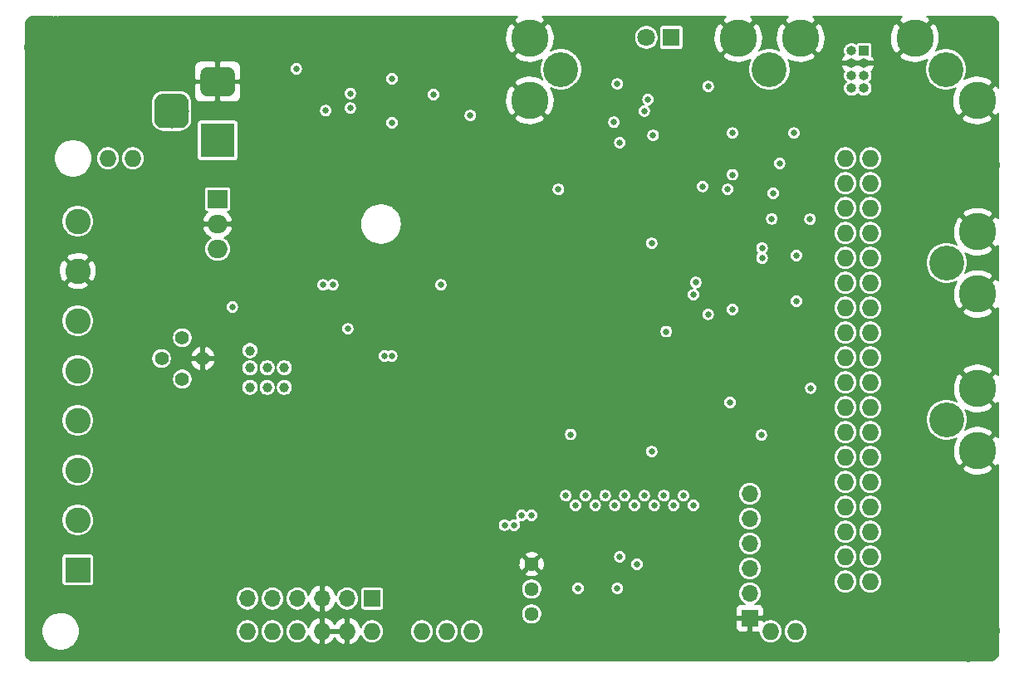
<source format=gbr>
G04 #@! TF.GenerationSoftware,KiCad,Pcbnew,(5.1.2)-1*
G04 #@! TF.CreationDate,2019-07-25T16:12:40-07:00*
G04 #@! TF.ProjectId,FIFO_P,4649464f-5f50-42e6-9b69-6361645f7063,rev?*
G04 #@! TF.SameCoordinates,Original*
G04 #@! TF.FileFunction,Copper,L2,Inr*
G04 #@! TF.FilePolarity,Positive*
%FSLAX46Y46*%
G04 Gerber Fmt 4.6, Leading zero omitted, Abs format (unit mm)*
G04 Created by KiCad (PCBNEW (5.1.2)-1) date 2019-07-25 16:12:40*
%MOMM*%
%LPD*%
G04 APERTURE LIST*
%ADD10O,1.000000X1.000000*%
%ADD11R,1.000000X1.000000*%
%ADD12O,1.700000X1.700000*%
%ADD13R,1.700000X1.700000*%
%ADD14C,1.399924*%
%ADD15C,0.800000*%
%ADD16C,6.400000*%
%ADD17O,1.727200X1.727200*%
%ADD18C,3.810000*%
%ADD19C,3.556000*%
%ADD20C,1.440000*%
%ADD21O,2.000000X1.905000*%
%ADD22R,2.000000X1.905000*%
%ADD23C,0.100000*%
%ADD24C,3.500000*%
%ADD25C,3.000000*%
%ADD26R,3.500000X3.500000*%
%ADD27C,2.600000*%
%ADD28R,2.600000X2.600000*%
%ADD29C,1.800000*%
%ADD30R,1.800000X1.800000*%
%ADD31C,0.650000*%
%ADD32C,1.000000*%
%ADD33C,0.200000*%
G04 APERTURE END LIST*
D10*
X154380000Y-73670000D03*
X155650000Y-73670000D03*
X154380000Y-72400000D03*
X155650000Y-72400000D03*
X154380000Y-71130000D03*
X155650000Y-71130000D03*
X154380000Y-69860000D03*
D11*
X155650000Y-69860000D03*
D12*
X144000000Y-115050000D03*
X144000000Y-117590000D03*
X144000000Y-120130000D03*
X144000000Y-122670000D03*
X144000000Y-125210000D03*
D13*
X144000000Y-127750000D03*
D14*
X84035644Y-101250000D03*
X86142822Y-103357178D03*
X86142822Y-99142822D03*
X88250000Y-101250000D03*
D15*
X167947056Y-79802944D03*
X166250000Y-79100000D03*
X164552944Y-79802944D03*
X163850000Y-81500000D03*
X164552944Y-83197056D03*
X166250000Y-83900000D03*
X167947056Y-83197056D03*
X168650000Y-81500000D03*
D16*
X166250000Y-81500000D03*
D15*
X74947056Y-67802944D03*
X73250000Y-67100000D03*
X71552944Y-67802944D03*
X70850000Y-69500000D03*
X71552944Y-71197056D03*
X73250000Y-71900000D03*
X74947056Y-71197056D03*
X75650000Y-69500000D03*
D16*
X73250000Y-69500000D03*
D15*
X167947056Y-127302944D03*
X166250000Y-126600000D03*
X164552944Y-127302944D03*
X163850000Y-129000000D03*
X164552944Y-130697056D03*
X166250000Y-131400000D03*
X167947056Y-130697056D03*
X168650000Y-129000000D03*
D16*
X166250000Y-129000000D03*
D17*
X105492400Y-129082180D03*
X156292400Y-124002180D03*
X153752400Y-124002180D03*
X156292400Y-121462180D03*
X153752400Y-121462180D03*
X156292400Y-118922180D03*
X153752400Y-118922180D03*
X156292400Y-116382180D03*
X153752400Y-116382180D03*
X156292400Y-113842180D03*
X153752400Y-113842180D03*
X156292400Y-111302180D03*
X153752400Y-111302180D03*
X156292400Y-108762180D03*
X153752400Y-108762180D03*
X156292400Y-106222180D03*
X153752400Y-106222180D03*
X156292400Y-103682180D03*
X153752400Y-103682180D03*
X156292400Y-101142180D03*
X153752400Y-101142180D03*
X156292400Y-98602180D03*
X153752400Y-98602180D03*
X156292400Y-96062180D03*
X153752400Y-96062180D03*
X156292400Y-93522180D03*
X153752400Y-93522180D03*
X156292400Y-90982180D03*
X153752400Y-90982180D03*
X156292400Y-88442180D03*
X153752400Y-88442180D03*
X156292400Y-85902180D03*
X153752400Y-85902180D03*
X156292400Y-83362180D03*
X153752400Y-83362180D03*
X156292400Y-80822180D03*
X153752400Y-80822180D03*
X146132400Y-129082180D03*
X148672400Y-129082180D03*
X113112400Y-129082180D03*
X81108400Y-80822180D03*
X78568400Y-80822180D03*
X97872400Y-129082180D03*
X100412400Y-129082180D03*
X102952400Y-129082180D03*
X110572400Y-129082180D03*
X115652400Y-129082180D03*
X92792400Y-129082180D03*
X95332400Y-129082180D03*
D12*
X92800000Y-125750000D03*
X95340000Y-125750000D03*
X97880000Y-125750000D03*
X100420000Y-125750000D03*
X102960000Y-125750000D03*
D13*
X105500000Y-125750000D03*
D18*
X167175000Y-74925000D03*
X160825000Y-74925000D03*
X167175000Y-68575000D03*
D19*
X164000000Y-71750000D03*
D18*
X160825000Y-68575000D03*
X149175000Y-74925000D03*
X142825000Y-74925000D03*
X149175000Y-68575000D03*
D19*
X146000000Y-71750000D03*
D18*
X142825000Y-68575000D03*
X167250000Y-94675000D03*
X160900000Y-94675000D03*
X167250000Y-88325000D03*
D19*
X164075000Y-91500000D03*
D18*
X160900000Y-88325000D03*
D20*
X121765000Y-122226000D03*
X121765000Y-124766000D03*
X121765000Y-127306000D03*
D21*
X89750000Y-90080000D03*
X89750000Y-87540000D03*
D22*
X89750000Y-85000000D03*
D23*
G36*
X86010765Y-74254213D02*
G01*
X86095704Y-74266813D01*
X86178999Y-74287677D01*
X86259848Y-74316605D01*
X86337472Y-74353319D01*
X86411124Y-74397464D01*
X86480094Y-74448616D01*
X86543718Y-74506282D01*
X86601384Y-74569906D01*
X86652536Y-74638876D01*
X86696681Y-74712528D01*
X86733395Y-74790152D01*
X86762323Y-74871001D01*
X86783187Y-74954296D01*
X86795787Y-75039235D01*
X86800000Y-75125000D01*
X86800000Y-76875000D01*
X86795787Y-76960765D01*
X86783187Y-77045704D01*
X86762323Y-77128999D01*
X86733395Y-77209848D01*
X86696681Y-77287472D01*
X86652536Y-77361124D01*
X86601384Y-77430094D01*
X86543718Y-77493718D01*
X86480094Y-77551384D01*
X86411124Y-77602536D01*
X86337472Y-77646681D01*
X86259848Y-77683395D01*
X86178999Y-77712323D01*
X86095704Y-77733187D01*
X86010765Y-77745787D01*
X85925000Y-77750000D01*
X84175000Y-77750000D01*
X84089235Y-77745787D01*
X84004296Y-77733187D01*
X83921001Y-77712323D01*
X83840152Y-77683395D01*
X83762528Y-77646681D01*
X83688876Y-77602536D01*
X83619906Y-77551384D01*
X83556282Y-77493718D01*
X83498616Y-77430094D01*
X83447464Y-77361124D01*
X83403319Y-77287472D01*
X83366605Y-77209848D01*
X83337677Y-77128999D01*
X83316813Y-77045704D01*
X83304213Y-76960765D01*
X83300000Y-76875000D01*
X83300000Y-75125000D01*
X83304213Y-75039235D01*
X83316813Y-74954296D01*
X83337677Y-74871001D01*
X83366605Y-74790152D01*
X83403319Y-74712528D01*
X83447464Y-74638876D01*
X83498616Y-74569906D01*
X83556282Y-74506282D01*
X83619906Y-74448616D01*
X83688876Y-74397464D01*
X83762528Y-74353319D01*
X83840152Y-74316605D01*
X83921001Y-74287677D01*
X84004296Y-74266813D01*
X84089235Y-74254213D01*
X84175000Y-74250000D01*
X85925000Y-74250000D01*
X86010765Y-74254213D01*
X86010765Y-74254213D01*
G37*
D24*
X85050000Y-76000000D03*
D23*
G36*
X90823513Y-71503611D02*
G01*
X90896318Y-71514411D01*
X90967714Y-71532295D01*
X91037013Y-71557090D01*
X91103548Y-71588559D01*
X91166678Y-71626398D01*
X91225795Y-71670242D01*
X91280330Y-71719670D01*
X91329758Y-71774205D01*
X91373602Y-71833322D01*
X91411441Y-71896452D01*
X91442910Y-71962987D01*
X91467705Y-72032286D01*
X91485589Y-72103682D01*
X91496389Y-72176487D01*
X91500000Y-72250000D01*
X91500000Y-73750000D01*
X91496389Y-73823513D01*
X91485589Y-73896318D01*
X91467705Y-73967714D01*
X91442910Y-74037013D01*
X91411441Y-74103548D01*
X91373602Y-74166678D01*
X91329758Y-74225795D01*
X91280330Y-74280330D01*
X91225795Y-74329758D01*
X91166678Y-74373602D01*
X91103548Y-74411441D01*
X91037013Y-74442910D01*
X90967714Y-74467705D01*
X90896318Y-74485589D01*
X90823513Y-74496389D01*
X90750000Y-74500000D01*
X88750000Y-74500000D01*
X88676487Y-74496389D01*
X88603682Y-74485589D01*
X88532286Y-74467705D01*
X88462987Y-74442910D01*
X88396452Y-74411441D01*
X88333322Y-74373602D01*
X88274205Y-74329758D01*
X88219670Y-74280330D01*
X88170242Y-74225795D01*
X88126398Y-74166678D01*
X88088559Y-74103548D01*
X88057090Y-74037013D01*
X88032295Y-73967714D01*
X88014411Y-73896318D01*
X88003611Y-73823513D01*
X88000000Y-73750000D01*
X88000000Y-72250000D01*
X88003611Y-72176487D01*
X88014411Y-72103682D01*
X88032295Y-72032286D01*
X88057090Y-71962987D01*
X88088559Y-71896452D01*
X88126398Y-71833322D01*
X88170242Y-71774205D01*
X88219670Y-71719670D01*
X88274205Y-71670242D01*
X88333322Y-71626398D01*
X88396452Y-71588559D01*
X88462987Y-71557090D01*
X88532286Y-71532295D01*
X88603682Y-71514411D01*
X88676487Y-71503611D01*
X88750000Y-71500000D01*
X90750000Y-71500000D01*
X90823513Y-71503611D01*
X90823513Y-71503611D01*
G37*
D25*
X89750000Y-73000000D03*
D26*
X89750000Y-79000000D03*
D27*
X75500000Y-87250000D03*
X75500000Y-92330000D03*
X75500000Y-97410000D03*
X75500000Y-102490000D03*
X75500000Y-107570000D03*
X75500000Y-112650000D03*
X75500000Y-117730000D03*
D28*
X75500000Y-122810000D03*
D18*
X167250000Y-110675000D03*
D19*
X164075000Y-107500000D03*
D18*
X160900000Y-110675000D03*
X167250000Y-104325000D03*
X160900000Y-104325000D03*
X121575000Y-68575000D03*
X127925000Y-68575000D03*
X121575000Y-74925000D03*
D19*
X124750000Y-71750000D03*
D18*
X127925000Y-74925000D03*
D29*
X133460000Y-68500000D03*
D30*
X136000000Y-68500000D03*
D31*
X144750000Y-98500000D03*
X139750000Y-86250000D03*
X110750000Y-71250000D03*
X100500000Y-93750000D03*
X101500000Y-93750000D03*
X91250000Y-96000000D03*
X130500000Y-124699998D03*
X124500000Y-84000000D03*
X112500000Y-93750000D03*
X120750000Y-117250000D03*
X121750000Y-117250000D03*
X107520889Y-72715254D03*
X97770889Y-71715254D03*
X133250000Y-76000000D03*
X142250000Y-82500000D03*
D32*
X96550000Y-102200000D03*
X96550000Y-104200000D03*
X94800000Y-104200000D03*
X93050000Y-104200000D03*
X93050000Y-102200000D03*
X93050000Y-100450000D03*
X94800000Y-102200000D03*
D31*
X134000000Y-89500000D03*
X135500000Y-98500000D03*
X125750000Y-109000000D03*
X134000000Y-110750000D03*
X142000000Y-105750000D03*
X146250000Y-87000000D03*
X150150000Y-87050000D03*
X148750000Y-95400000D03*
X142250000Y-96250000D03*
X103025000Y-98225000D03*
X126500000Y-124699998D03*
X119987500Y-118262500D03*
X107520889Y-77215254D03*
X119000000Y-118250000D03*
X106750000Y-101000000D03*
X107500000Y-101000000D03*
X139750000Y-73500000D03*
X139200000Y-83700000D03*
X134150000Y-78500000D03*
X130150046Y-77150046D03*
X130500000Y-73250000D03*
X139750000Y-96750000D03*
X145250000Y-87000000D03*
X142250000Y-81300000D03*
X122900000Y-79200000D03*
X138000000Y-77500000D03*
X131500000Y-83750000D03*
X128469691Y-124738140D03*
X100770889Y-70715256D03*
X132325000Y-120425000D03*
X136500000Y-74750000D03*
X117781297Y-78318808D03*
X101900000Y-96650000D03*
X101000000Y-102750000D03*
X89500000Y-99250000D03*
X134500000Y-98500000D03*
X125750000Y-106750000D03*
X136250000Y-110750000D03*
X142000000Y-102750000D03*
X127000000Y-110750000D03*
X123500000Y-115250000D03*
D32*
X94750000Y-87500000D03*
X96500000Y-85750000D03*
X96500000Y-89250000D03*
X98250000Y-87500000D03*
X100000000Y-85750000D03*
X101750000Y-87500000D03*
X100000000Y-89250000D03*
X98250000Y-91000000D03*
X98250000Y-84000000D03*
X101750000Y-91000000D03*
X103500000Y-85750000D03*
X101750000Y-84000000D03*
X103500000Y-89250000D03*
X105250000Y-91000000D03*
X105250000Y-84000000D03*
X94750000Y-84000000D03*
X94750000Y-91000000D03*
X108250000Y-91000000D03*
X108250000Y-84000000D03*
D31*
X111000000Y-102500000D03*
X137500000Y-72750000D03*
X134150000Y-79800000D03*
X149100000Y-87050000D03*
X145900000Y-79300000D03*
X130650000Y-110791000D03*
X122000000Y-104250000D03*
X98875000Y-96625000D03*
X124500000Y-82000000D03*
X148300000Y-79300000D03*
X151584620Y-89584620D03*
X139500000Y-95250000D03*
X101750000Y-79750000D03*
X100770890Y-75965254D03*
X146400000Y-84400000D03*
X147050000Y-81350000D03*
X125250000Y-115250000D03*
X126250000Y-116250000D03*
X127250000Y-115250000D03*
X128250000Y-116250000D03*
X129250000Y-115250000D03*
X130250000Y-116250000D03*
X131250000Y-115250000D03*
X132250000Y-116250000D03*
X133250000Y-115250000D03*
X134250000Y-116250000D03*
X135250000Y-115250000D03*
X136250000Y-116250000D03*
X137250000Y-115250000D03*
X138250000Y-116250000D03*
X130750000Y-79250000D03*
X133624954Y-74824954D03*
X111770890Y-74330255D03*
X138250000Y-94750000D03*
X103270889Y-74215255D03*
X148500000Y-78250000D03*
X142250000Y-78250000D03*
X141750000Y-84000000D03*
X145250000Y-90000000D03*
X148750000Y-90750000D03*
X145250000Y-91000000D03*
X132500000Y-122250000D03*
X130750000Y-121500000D03*
X150225000Y-104275000D03*
X138500000Y-93500000D03*
X145176700Y-109073300D03*
X103270890Y-75715255D03*
X115520889Y-76465254D03*
D33*
G36*
X72894742Y-66435359D02*
G01*
X72771903Y-66517437D01*
X72667437Y-66621903D01*
X72585359Y-66744742D01*
X72528822Y-66881233D01*
X72500000Y-67026131D01*
X72500000Y-67173869D01*
X72528822Y-67318767D01*
X72585359Y-67455258D01*
X72667437Y-67578097D01*
X72771903Y-67682563D01*
X72894742Y-67764641D01*
X73031233Y-67821178D01*
X73176131Y-67850000D01*
X73323869Y-67850000D01*
X73468767Y-67821178D01*
X73605258Y-67764641D01*
X73658486Y-67729075D01*
X74197056Y-67729075D01*
X74197056Y-67876813D01*
X74225878Y-68021711D01*
X74282415Y-68158202D01*
X74364493Y-68281041D01*
X74468959Y-68385507D01*
X74591798Y-68467585D01*
X74728289Y-68524122D01*
X74873187Y-68552944D01*
X75020925Y-68552944D01*
X75165823Y-68524122D01*
X75302314Y-68467585D01*
X75425153Y-68385507D01*
X75529619Y-68281041D01*
X75611697Y-68158202D01*
X75668234Y-68021711D01*
X75697056Y-67876813D01*
X75697056Y-67729075D01*
X75668234Y-67584177D01*
X75611697Y-67447686D01*
X75529619Y-67324847D01*
X75425153Y-67220381D01*
X75302314Y-67138303D01*
X75165823Y-67081766D01*
X75020925Y-67052944D01*
X74873187Y-67052944D01*
X74728289Y-67081766D01*
X74591798Y-67138303D01*
X74468959Y-67220381D01*
X74364493Y-67324847D01*
X74282415Y-67447686D01*
X74225878Y-67584177D01*
X74197056Y-67729075D01*
X73658486Y-67729075D01*
X73728097Y-67682563D01*
X73832563Y-67578097D01*
X73914641Y-67455258D01*
X73971178Y-67318767D01*
X74000000Y-67173869D01*
X74000000Y-67026131D01*
X73971178Y-66881233D01*
X73914641Y-66744742D01*
X73832563Y-66621903D01*
X73728097Y-66517437D01*
X73605258Y-66435359D01*
X73519895Y-66400000D01*
X120303013Y-66400000D01*
X120218100Y-66445387D01*
X120009355Y-66791566D01*
X121575000Y-68357211D01*
X123140645Y-66791566D01*
X122931900Y-66445387D01*
X122842355Y-66400000D01*
X141553013Y-66400000D01*
X141468100Y-66445387D01*
X141259355Y-66791566D01*
X142825000Y-68357211D01*
X144390645Y-66791566D01*
X144181900Y-66445387D01*
X144092355Y-66400000D01*
X147903013Y-66400000D01*
X147818100Y-66445387D01*
X147609355Y-66791566D01*
X149175000Y-68357211D01*
X150740645Y-66791566D01*
X150531900Y-66445387D01*
X150442355Y-66400000D01*
X159553013Y-66400000D01*
X159468100Y-66445387D01*
X159259355Y-66791566D01*
X160825000Y-68357211D01*
X162390645Y-66791566D01*
X162181900Y-66445387D01*
X162092355Y-66400000D01*
X168773721Y-66400000D01*
X168777080Y-66401834D01*
X168994065Y-66564267D01*
X169185733Y-66755935D01*
X169348166Y-66972920D01*
X169350000Y-66976279D01*
X169350000Y-73653013D01*
X169304613Y-73568100D01*
X168958434Y-73359355D01*
X167392789Y-74925000D01*
X168958434Y-76490645D01*
X169304613Y-76281900D01*
X169350000Y-76192354D01*
X169350000Y-81230106D01*
X169314641Y-81144742D01*
X169232563Y-81021903D01*
X169128097Y-80917437D01*
X169005258Y-80835359D01*
X168868767Y-80778822D01*
X168723869Y-80750000D01*
X168576131Y-80750000D01*
X168431233Y-80778822D01*
X168294742Y-80835359D01*
X168171903Y-80917437D01*
X168067437Y-81021903D01*
X167985359Y-81144742D01*
X167928822Y-81281233D01*
X167900000Y-81426131D01*
X167900000Y-81573869D01*
X167928822Y-81718767D01*
X167985359Y-81855258D01*
X168067437Y-81978097D01*
X168171903Y-82082563D01*
X168294742Y-82164641D01*
X168431233Y-82221178D01*
X168576131Y-82250000D01*
X168723869Y-82250000D01*
X168868767Y-82221178D01*
X169005258Y-82164641D01*
X169128097Y-82082563D01*
X169232563Y-81978097D01*
X169314641Y-81855258D01*
X169350000Y-81769894D01*
X169350000Y-86950244D01*
X169033434Y-86759355D01*
X167467789Y-88325000D01*
X169033434Y-89890645D01*
X169350000Y-89699756D01*
X169350000Y-93300244D01*
X169033434Y-93109355D01*
X167467789Y-94675000D01*
X169033434Y-96240645D01*
X169350000Y-96049756D01*
X169350001Y-102950244D01*
X169033434Y-102759355D01*
X167467789Y-104325000D01*
X169033434Y-105890645D01*
X169350001Y-105699756D01*
X169350001Y-109300244D01*
X169033434Y-109109355D01*
X167467789Y-110675000D01*
X169033434Y-112240645D01*
X169350001Y-112049756D01*
X169350001Y-128730108D01*
X169314641Y-128644742D01*
X169232563Y-128521903D01*
X169128097Y-128417437D01*
X169005258Y-128335359D01*
X168868767Y-128278822D01*
X168723869Y-128250000D01*
X168576131Y-128250000D01*
X168431233Y-128278822D01*
X168294742Y-128335359D01*
X168171903Y-128417437D01*
X168067437Y-128521903D01*
X167985359Y-128644742D01*
X167928822Y-128781233D01*
X167900000Y-128926131D01*
X167900000Y-129073869D01*
X167928822Y-129218767D01*
X167985359Y-129355258D01*
X168067437Y-129478097D01*
X168171903Y-129582563D01*
X168294742Y-129664641D01*
X168431233Y-129721178D01*
X168576131Y-129750000D01*
X168723869Y-129750000D01*
X168868767Y-129721178D01*
X169005258Y-129664641D01*
X169128097Y-129582563D01*
X169232563Y-129478097D01*
X169314641Y-129355258D01*
X169350001Y-129269892D01*
X169350001Y-131523719D01*
X169348166Y-131527080D01*
X169185733Y-131744065D01*
X168994065Y-131935733D01*
X168777080Y-132098166D01*
X168773721Y-132100000D01*
X166519895Y-132100000D01*
X166605258Y-132064641D01*
X166728097Y-131982563D01*
X166832563Y-131878097D01*
X166914641Y-131755258D01*
X166971178Y-131618767D01*
X167000000Y-131473869D01*
X167000000Y-131326131D01*
X166971178Y-131181233D01*
X166914641Y-131044742D01*
X166832563Y-130921903D01*
X166728097Y-130817437D01*
X166605258Y-130735359D01*
X166468767Y-130678822D01*
X166323869Y-130650000D01*
X166176131Y-130650000D01*
X166031233Y-130678822D01*
X165894742Y-130735359D01*
X165771903Y-130817437D01*
X165667437Y-130921903D01*
X165585359Y-131044742D01*
X165528822Y-131181233D01*
X165500000Y-131326131D01*
X165500000Y-131473869D01*
X165528822Y-131618767D01*
X165585359Y-131755258D01*
X165667437Y-131878097D01*
X165771903Y-131982563D01*
X165894742Y-132064641D01*
X165980105Y-132100000D01*
X70726279Y-132100000D01*
X70722920Y-132098166D01*
X70505935Y-131935733D01*
X70314267Y-131744065D01*
X70151834Y-131527080D01*
X70150000Y-131523721D01*
X70150000Y-128890122D01*
X71792400Y-128890122D01*
X71792400Y-129274238D01*
X71867338Y-129650974D01*
X72014333Y-130005851D01*
X72227736Y-130325232D01*
X72499348Y-130596844D01*
X72818729Y-130810247D01*
X73173606Y-130957242D01*
X73550342Y-131032180D01*
X73934458Y-131032180D01*
X74311194Y-130957242D01*
X74666071Y-130810247D01*
X74946026Y-130623187D01*
X163802944Y-130623187D01*
X163802944Y-130770925D01*
X163831766Y-130915823D01*
X163888303Y-131052314D01*
X163970381Y-131175153D01*
X164074847Y-131279619D01*
X164197686Y-131361697D01*
X164334177Y-131418234D01*
X164479075Y-131447056D01*
X164626813Y-131447056D01*
X164771711Y-131418234D01*
X164908202Y-131361697D01*
X165031041Y-131279619D01*
X165135507Y-131175153D01*
X165217585Y-131052314D01*
X165274122Y-130915823D01*
X165302944Y-130770925D01*
X165302944Y-130623187D01*
X167197056Y-130623187D01*
X167197056Y-130770925D01*
X167225878Y-130915823D01*
X167282415Y-131052314D01*
X167364493Y-131175153D01*
X167468959Y-131279619D01*
X167591798Y-131361697D01*
X167728289Y-131418234D01*
X167873187Y-131447056D01*
X168020925Y-131447056D01*
X168165823Y-131418234D01*
X168302314Y-131361697D01*
X168425153Y-131279619D01*
X168529619Y-131175153D01*
X168611697Y-131052314D01*
X168668234Y-130915823D01*
X168697056Y-130770925D01*
X168697056Y-130623187D01*
X168668234Y-130478289D01*
X168611697Y-130341798D01*
X168529619Y-130218959D01*
X168425153Y-130114493D01*
X168302314Y-130032415D01*
X168165823Y-129975878D01*
X168020925Y-129947056D01*
X167873187Y-129947056D01*
X167728289Y-129975878D01*
X167591798Y-130032415D01*
X167468959Y-130114493D01*
X167364493Y-130218959D01*
X167282415Y-130341798D01*
X167225878Y-130478289D01*
X167197056Y-130623187D01*
X165302944Y-130623187D01*
X165274122Y-130478289D01*
X165217585Y-130341798D01*
X165135507Y-130218959D01*
X165031041Y-130114493D01*
X164908202Y-130032415D01*
X164771711Y-129975878D01*
X164626813Y-129947056D01*
X164479075Y-129947056D01*
X164334177Y-129975878D01*
X164197686Y-130032415D01*
X164074847Y-130114493D01*
X163970381Y-130218959D01*
X163888303Y-130341798D01*
X163831766Y-130478289D01*
X163802944Y-130623187D01*
X74946026Y-130623187D01*
X74985452Y-130596844D01*
X75257064Y-130325232D01*
X75470467Y-130005851D01*
X75617462Y-129650974D01*
X75692400Y-129274238D01*
X75692400Y-129082180D01*
X91572928Y-129082180D01*
X91596360Y-129320087D01*
X91665755Y-129548852D01*
X91778446Y-129759682D01*
X91930103Y-129944477D01*
X92114898Y-130096134D01*
X92325728Y-130208825D01*
X92554493Y-130278220D01*
X92732781Y-130295780D01*
X92852019Y-130295780D01*
X93030307Y-130278220D01*
X93259072Y-130208825D01*
X93469902Y-130096134D01*
X93654697Y-129944477D01*
X93806354Y-129759682D01*
X93919045Y-129548852D01*
X93988440Y-129320087D01*
X94011872Y-129082180D01*
X94112928Y-129082180D01*
X94136360Y-129320087D01*
X94205755Y-129548852D01*
X94318446Y-129759682D01*
X94470103Y-129944477D01*
X94654898Y-130096134D01*
X94865728Y-130208825D01*
X95094493Y-130278220D01*
X95272781Y-130295780D01*
X95392019Y-130295780D01*
X95570307Y-130278220D01*
X95799072Y-130208825D01*
X96009902Y-130096134D01*
X96194697Y-129944477D01*
X96346354Y-129759682D01*
X96459045Y-129548852D01*
X96528440Y-129320087D01*
X96551872Y-129082180D01*
X96652928Y-129082180D01*
X96676360Y-129320087D01*
X96745755Y-129548852D01*
X96858446Y-129759682D01*
X97010103Y-129944477D01*
X97194898Y-130096134D01*
X97405728Y-130208825D01*
X97634493Y-130278220D01*
X97812781Y-130295780D01*
X97932019Y-130295780D01*
X98110307Y-130278220D01*
X98339072Y-130208825D01*
X98549902Y-130096134D01*
X98734697Y-129944477D01*
X98886354Y-129759682D01*
X98999045Y-129548852D01*
X99008002Y-129519325D01*
X99018835Y-129555045D01*
X99137863Y-129817830D01*
X99305871Y-130052345D01*
X99516403Y-130249577D01*
X99761367Y-130401946D01*
X100031350Y-130503597D01*
X100258400Y-130393706D01*
X100258400Y-129236180D01*
X100566400Y-129236180D01*
X100566400Y-130393706D01*
X100793450Y-130503597D01*
X101063433Y-130401946D01*
X101308397Y-130249577D01*
X101518929Y-130052345D01*
X101682400Y-129824163D01*
X101845871Y-130052345D01*
X102056403Y-130249577D01*
X102301367Y-130401946D01*
X102571350Y-130503597D01*
X102798400Y-130393706D01*
X102798400Y-129236180D01*
X100566400Y-129236180D01*
X100258400Y-129236180D01*
X100238400Y-129236180D01*
X100238400Y-128928180D01*
X100258400Y-128928180D01*
X100258400Y-127770654D01*
X100566400Y-127770654D01*
X100566400Y-128928180D01*
X102798400Y-128928180D01*
X102798400Y-127770654D01*
X103106400Y-127770654D01*
X103106400Y-128928180D01*
X103126400Y-128928180D01*
X103126400Y-129236180D01*
X103106400Y-129236180D01*
X103106400Y-130393706D01*
X103333450Y-130503597D01*
X103603433Y-130401946D01*
X103848397Y-130249577D01*
X104058929Y-130052345D01*
X104226937Y-129817830D01*
X104345965Y-129555045D01*
X104356798Y-129519325D01*
X104365755Y-129548852D01*
X104478446Y-129759682D01*
X104630103Y-129944477D01*
X104814898Y-130096134D01*
X105025728Y-130208825D01*
X105254493Y-130278220D01*
X105432781Y-130295780D01*
X105552019Y-130295780D01*
X105730307Y-130278220D01*
X105959072Y-130208825D01*
X106169902Y-130096134D01*
X106354697Y-129944477D01*
X106506354Y-129759682D01*
X106619045Y-129548852D01*
X106688440Y-129320087D01*
X106711872Y-129082180D01*
X109352928Y-129082180D01*
X109376360Y-129320087D01*
X109445755Y-129548852D01*
X109558446Y-129759682D01*
X109710103Y-129944477D01*
X109894898Y-130096134D01*
X110105728Y-130208825D01*
X110334493Y-130278220D01*
X110512781Y-130295780D01*
X110632019Y-130295780D01*
X110810307Y-130278220D01*
X111039072Y-130208825D01*
X111249902Y-130096134D01*
X111434697Y-129944477D01*
X111586354Y-129759682D01*
X111699045Y-129548852D01*
X111768440Y-129320087D01*
X111791872Y-129082180D01*
X111892928Y-129082180D01*
X111916360Y-129320087D01*
X111985755Y-129548852D01*
X112098446Y-129759682D01*
X112250103Y-129944477D01*
X112434898Y-130096134D01*
X112645728Y-130208825D01*
X112874493Y-130278220D01*
X113052781Y-130295780D01*
X113172019Y-130295780D01*
X113350307Y-130278220D01*
X113579072Y-130208825D01*
X113789902Y-130096134D01*
X113974697Y-129944477D01*
X114126354Y-129759682D01*
X114239045Y-129548852D01*
X114308440Y-129320087D01*
X114331872Y-129082180D01*
X114432928Y-129082180D01*
X114456360Y-129320087D01*
X114525755Y-129548852D01*
X114638446Y-129759682D01*
X114790103Y-129944477D01*
X114974898Y-130096134D01*
X115185728Y-130208825D01*
X115414493Y-130278220D01*
X115592781Y-130295780D01*
X115712019Y-130295780D01*
X115890307Y-130278220D01*
X116119072Y-130208825D01*
X116329902Y-130096134D01*
X116514697Y-129944477D01*
X116666354Y-129759682D01*
X116779045Y-129548852D01*
X116848440Y-129320087D01*
X116871872Y-129082180D01*
X116848440Y-128844273D01*
X116779045Y-128615508D01*
X116770756Y-128600000D01*
X142539058Y-128600000D01*
X142550797Y-128719189D01*
X142585563Y-128833797D01*
X142642020Y-128939421D01*
X142717999Y-129032001D01*
X142810579Y-129107980D01*
X142916203Y-129164437D01*
X143030811Y-129199203D01*
X143150000Y-129210942D01*
X143694000Y-129208000D01*
X143846000Y-129056000D01*
X143846000Y-127904000D01*
X144154000Y-127904000D01*
X144154000Y-129056000D01*
X144306000Y-129208000D01*
X144850000Y-129210942D01*
X144924884Y-129203567D01*
X144936360Y-129320087D01*
X145005755Y-129548852D01*
X145118446Y-129759682D01*
X145270103Y-129944477D01*
X145454898Y-130096134D01*
X145665728Y-130208825D01*
X145894493Y-130278220D01*
X146072781Y-130295780D01*
X146192019Y-130295780D01*
X146370307Y-130278220D01*
X146599072Y-130208825D01*
X146809902Y-130096134D01*
X146994697Y-129944477D01*
X147146354Y-129759682D01*
X147259045Y-129548852D01*
X147328440Y-129320087D01*
X147351872Y-129082180D01*
X147452928Y-129082180D01*
X147476360Y-129320087D01*
X147545755Y-129548852D01*
X147658446Y-129759682D01*
X147810103Y-129944477D01*
X147994898Y-130096134D01*
X148205728Y-130208825D01*
X148434493Y-130278220D01*
X148612781Y-130295780D01*
X148732019Y-130295780D01*
X148910307Y-130278220D01*
X149139072Y-130208825D01*
X149349902Y-130096134D01*
X149534697Y-129944477D01*
X149686354Y-129759682D01*
X149799045Y-129548852D01*
X149868440Y-129320087D01*
X149891872Y-129082180D01*
X149876503Y-128926131D01*
X163100000Y-128926131D01*
X163100000Y-129073869D01*
X163128822Y-129218767D01*
X163185359Y-129355258D01*
X163267437Y-129478097D01*
X163371903Y-129582563D01*
X163494742Y-129664641D01*
X163631233Y-129721178D01*
X163776131Y-129750000D01*
X163923869Y-129750000D01*
X164068767Y-129721178D01*
X164205258Y-129664641D01*
X164328097Y-129582563D01*
X164432563Y-129478097D01*
X164514641Y-129355258D01*
X164571178Y-129218767D01*
X164600000Y-129073869D01*
X164600000Y-128926131D01*
X164571178Y-128781233D01*
X164514641Y-128644742D01*
X164432563Y-128521903D01*
X164328097Y-128417437D01*
X164205258Y-128335359D01*
X164068767Y-128278822D01*
X163923869Y-128250000D01*
X163776131Y-128250000D01*
X163631233Y-128278822D01*
X163494742Y-128335359D01*
X163371903Y-128417437D01*
X163267437Y-128521903D01*
X163185359Y-128644742D01*
X163128822Y-128781233D01*
X163100000Y-128926131D01*
X149876503Y-128926131D01*
X149868440Y-128844273D01*
X149799045Y-128615508D01*
X149686354Y-128404678D01*
X149534697Y-128219883D01*
X149349902Y-128068226D01*
X149139072Y-127955535D01*
X148910307Y-127886140D01*
X148732019Y-127868580D01*
X148612781Y-127868580D01*
X148434493Y-127886140D01*
X148205728Y-127955535D01*
X147994898Y-128068226D01*
X147810103Y-128219883D01*
X147658446Y-128404678D01*
X147545755Y-128615508D01*
X147476360Y-128844273D01*
X147452928Y-129082180D01*
X147351872Y-129082180D01*
X147328440Y-128844273D01*
X147259045Y-128615508D01*
X147146354Y-128404678D01*
X146994697Y-128219883D01*
X146809902Y-128068226D01*
X146599072Y-127955535D01*
X146370307Y-127886140D01*
X146192019Y-127868580D01*
X146072781Y-127868580D01*
X145894493Y-127886140D01*
X145665728Y-127955535D01*
X145458057Y-128066537D01*
X145458000Y-128056000D01*
X145306000Y-127904000D01*
X144154000Y-127904000D01*
X143846000Y-127904000D01*
X142694000Y-127904000D01*
X142542000Y-128056000D01*
X142539058Y-128600000D01*
X116770756Y-128600000D01*
X116666354Y-128404678D01*
X116514697Y-128219883D01*
X116329902Y-128068226D01*
X116119072Y-127955535D01*
X115890307Y-127886140D01*
X115712019Y-127868580D01*
X115592781Y-127868580D01*
X115414493Y-127886140D01*
X115185728Y-127955535D01*
X114974898Y-128068226D01*
X114790103Y-128219883D01*
X114638446Y-128404678D01*
X114525755Y-128615508D01*
X114456360Y-128844273D01*
X114432928Y-129082180D01*
X114331872Y-129082180D01*
X114308440Y-128844273D01*
X114239045Y-128615508D01*
X114126354Y-128404678D01*
X113974697Y-128219883D01*
X113789902Y-128068226D01*
X113579072Y-127955535D01*
X113350307Y-127886140D01*
X113172019Y-127868580D01*
X113052781Y-127868580D01*
X112874493Y-127886140D01*
X112645728Y-127955535D01*
X112434898Y-128068226D01*
X112250103Y-128219883D01*
X112098446Y-128404678D01*
X111985755Y-128615508D01*
X111916360Y-128844273D01*
X111892928Y-129082180D01*
X111791872Y-129082180D01*
X111768440Y-128844273D01*
X111699045Y-128615508D01*
X111586354Y-128404678D01*
X111434697Y-128219883D01*
X111249902Y-128068226D01*
X111039072Y-127955535D01*
X110810307Y-127886140D01*
X110632019Y-127868580D01*
X110512781Y-127868580D01*
X110334493Y-127886140D01*
X110105728Y-127955535D01*
X109894898Y-128068226D01*
X109710103Y-128219883D01*
X109558446Y-128404678D01*
X109445755Y-128615508D01*
X109376360Y-128844273D01*
X109352928Y-129082180D01*
X106711872Y-129082180D01*
X106688440Y-128844273D01*
X106619045Y-128615508D01*
X106506354Y-128404678D01*
X106354697Y-128219883D01*
X106169902Y-128068226D01*
X105959072Y-127955535D01*
X105730307Y-127886140D01*
X105552019Y-127868580D01*
X105432781Y-127868580D01*
X105254493Y-127886140D01*
X105025728Y-127955535D01*
X104814898Y-128068226D01*
X104630103Y-128219883D01*
X104478446Y-128404678D01*
X104365755Y-128615508D01*
X104356798Y-128645035D01*
X104345965Y-128609315D01*
X104226937Y-128346530D01*
X104058929Y-128112015D01*
X103848397Y-127914783D01*
X103603433Y-127762414D01*
X103333450Y-127660763D01*
X103106400Y-127770654D01*
X102798400Y-127770654D01*
X102571350Y-127660763D01*
X102301367Y-127762414D01*
X102056403Y-127914783D01*
X101845871Y-128112015D01*
X101682400Y-128340197D01*
X101518929Y-128112015D01*
X101308397Y-127914783D01*
X101063433Y-127762414D01*
X100793450Y-127660763D01*
X100566400Y-127770654D01*
X100258400Y-127770654D01*
X100031350Y-127660763D01*
X99761367Y-127762414D01*
X99516403Y-127914783D01*
X99305871Y-128112015D01*
X99137863Y-128346530D01*
X99018835Y-128609315D01*
X99008002Y-128645035D01*
X98999045Y-128615508D01*
X98886354Y-128404678D01*
X98734697Y-128219883D01*
X98549902Y-128068226D01*
X98339072Y-127955535D01*
X98110307Y-127886140D01*
X97932019Y-127868580D01*
X97812781Y-127868580D01*
X97634493Y-127886140D01*
X97405728Y-127955535D01*
X97194898Y-128068226D01*
X97010103Y-128219883D01*
X96858446Y-128404678D01*
X96745755Y-128615508D01*
X96676360Y-128844273D01*
X96652928Y-129082180D01*
X96551872Y-129082180D01*
X96528440Y-128844273D01*
X96459045Y-128615508D01*
X96346354Y-128404678D01*
X96194697Y-128219883D01*
X96009902Y-128068226D01*
X95799072Y-127955535D01*
X95570307Y-127886140D01*
X95392019Y-127868580D01*
X95272781Y-127868580D01*
X95094493Y-127886140D01*
X94865728Y-127955535D01*
X94654898Y-128068226D01*
X94470103Y-128219883D01*
X94318446Y-128404678D01*
X94205755Y-128615508D01*
X94136360Y-128844273D01*
X94112928Y-129082180D01*
X94011872Y-129082180D01*
X93988440Y-128844273D01*
X93919045Y-128615508D01*
X93806354Y-128404678D01*
X93654697Y-128219883D01*
X93469902Y-128068226D01*
X93259072Y-127955535D01*
X93030307Y-127886140D01*
X92852019Y-127868580D01*
X92732781Y-127868580D01*
X92554493Y-127886140D01*
X92325728Y-127955535D01*
X92114898Y-128068226D01*
X91930103Y-128219883D01*
X91778446Y-128404678D01*
X91665755Y-128615508D01*
X91596360Y-128844273D01*
X91572928Y-129082180D01*
X75692400Y-129082180D01*
X75692400Y-128890122D01*
X75617462Y-128513386D01*
X75470467Y-128158509D01*
X75257064Y-127839128D01*
X74985452Y-127567516D01*
X74666071Y-127354113D01*
X74311194Y-127207118D01*
X74278497Y-127200614D01*
X120695000Y-127200614D01*
X120695000Y-127411386D01*
X120736120Y-127618107D01*
X120816779Y-127812835D01*
X120933877Y-127988085D01*
X121082915Y-128137123D01*
X121258165Y-128254221D01*
X121452893Y-128334880D01*
X121659614Y-128376000D01*
X121870386Y-128376000D01*
X122077107Y-128334880D01*
X122271835Y-128254221D01*
X122447085Y-128137123D01*
X122596123Y-127988085D01*
X122713221Y-127812835D01*
X122793880Y-127618107D01*
X122835000Y-127411386D01*
X122835000Y-127200614D01*
X122793880Y-126993893D01*
X122754989Y-126900000D01*
X142539058Y-126900000D01*
X142542000Y-127444000D01*
X142694000Y-127596000D01*
X143846000Y-127596000D01*
X143846000Y-127576000D01*
X144154000Y-127576000D01*
X144154000Y-127596000D01*
X145306000Y-127596000D01*
X145458000Y-127444000D01*
X145459162Y-127229075D01*
X163802944Y-127229075D01*
X163802944Y-127376813D01*
X163831766Y-127521711D01*
X163888303Y-127658202D01*
X163970381Y-127781041D01*
X164074847Y-127885507D01*
X164197686Y-127967585D01*
X164334177Y-128024122D01*
X164479075Y-128052944D01*
X164626813Y-128052944D01*
X164771711Y-128024122D01*
X164908202Y-127967585D01*
X165031041Y-127885507D01*
X165135507Y-127781041D01*
X165217585Y-127658202D01*
X165274122Y-127521711D01*
X165302944Y-127376813D01*
X165302944Y-127229075D01*
X165274122Y-127084177D01*
X165217585Y-126947686D01*
X165135507Y-126824847D01*
X165031041Y-126720381D01*
X164908202Y-126638303D01*
X164771711Y-126581766D01*
X164626813Y-126552944D01*
X164479075Y-126552944D01*
X164334177Y-126581766D01*
X164197686Y-126638303D01*
X164074847Y-126720381D01*
X163970381Y-126824847D01*
X163888303Y-126947686D01*
X163831766Y-127084177D01*
X163802944Y-127229075D01*
X145459162Y-127229075D01*
X145460942Y-126900000D01*
X145449203Y-126780811D01*
X145414437Y-126666203D01*
X145357980Y-126560579D01*
X145329710Y-126526131D01*
X165500000Y-126526131D01*
X165500000Y-126673869D01*
X165528822Y-126818767D01*
X165585359Y-126955258D01*
X165667437Y-127078097D01*
X165771903Y-127182563D01*
X165894742Y-127264641D01*
X166031233Y-127321178D01*
X166176131Y-127350000D01*
X166323869Y-127350000D01*
X166468767Y-127321178D01*
X166605258Y-127264641D01*
X166658486Y-127229075D01*
X167197056Y-127229075D01*
X167197056Y-127376813D01*
X167225878Y-127521711D01*
X167282415Y-127658202D01*
X167364493Y-127781041D01*
X167468959Y-127885507D01*
X167591798Y-127967585D01*
X167728289Y-128024122D01*
X167873187Y-128052944D01*
X168020925Y-128052944D01*
X168165823Y-128024122D01*
X168302314Y-127967585D01*
X168425153Y-127885507D01*
X168529619Y-127781041D01*
X168611697Y-127658202D01*
X168668234Y-127521711D01*
X168697056Y-127376813D01*
X168697056Y-127229075D01*
X168668234Y-127084177D01*
X168611697Y-126947686D01*
X168529619Y-126824847D01*
X168425153Y-126720381D01*
X168302314Y-126638303D01*
X168165823Y-126581766D01*
X168020925Y-126552944D01*
X167873187Y-126552944D01*
X167728289Y-126581766D01*
X167591798Y-126638303D01*
X167468959Y-126720381D01*
X167364493Y-126824847D01*
X167282415Y-126947686D01*
X167225878Y-127084177D01*
X167197056Y-127229075D01*
X166658486Y-127229075D01*
X166728097Y-127182563D01*
X166832563Y-127078097D01*
X166914641Y-126955258D01*
X166971178Y-126818767D01*
X167000000Y-126673869D01*
X167000000Y-126526131D01*
X166971178Y-126381233D01*
X166914641Y-126244742D01*
X166832563Y-126121903D01*
X166728097Y-126017437D01*
X166605258Y-125935359D01*
X166468767Y-125878822D01*
X166323869Y-125850000D01*
X166176131Y-125850000D01*
X166031233Y-125878822D01*
X165894742Y-125935359D01*
X165771903Y-126017437D01*
X165667437Y-126121903D01*
X165585359Y-126244742D01*
X165528822Y-126381233D01*
X165500000Y-126526131D01*
X145329710Y-126526131D01*
X145282001Y-126467999D01*
X145189421Y-126392020D01*
X145083797Y-126335563D01*
X144969189Y-126300797D01*
X144850000Y-126289058D01*
X144523547Y-126290823D01*
X144669910Y-126212591D01*
X144852634Y-126062634D01*
X145002591Y-125879910D01*
X145114019Y-125671442D01*
X145182637Y-125445241D01*
X145205806Y-125210000D01*
X145182637Y-124974759D01*
X145114019Y-124748558D01*
X145002591Y-124540090D01*
X144852634Y-124357366D01*
X144669910Y-124207409D01*
X144461442Y-124095981D01*
X144235241Y-124027363D01*
X144058950Y-124010000D01*
X143941050Y-124010000D01*
X143764759Y-124027363D01*
X143538558Y-124095981D01*
X143330090Y-124207409D01*
X143147366Y-124357366D01*
X142997409Y-124540090D01*
X142885981Y-124748558D01*
X142817363Y-124974759D01*
X142794194Y-125210000D01*
X142817363Y-125445241D01*
X142885981Y-125671442D01*
X142997409Y-125879910D01*
X143147366Y-126062634D01*
X143330090Y-126212591D01*
X143476453Y-126290823D01*
X143150000Y-126289058D01*
X143030811Y-126300797D01*
X142916203Y-126335563D01*
X142810579Y-126392020D01*
X142717999Y-126467999D01*
X142642020Y-126560579D01*
X142585563Y-126666203D01*
X142550797Y-126780811D01*
X142539058Y-126900000D01*
X122754989Y-126900000D01*
X122713221Y-126799165D01*
X122596123Y-126623915D01*
X122447085Y-126474877D01*
X122271835Y-126357779D01*
X122077107Y-126277120D01*
X121870386Y-126236000D01*
X121659614Y-126236000D01*
X121452893Y-126277120D01*
X121258165Y-126357779D01*
X121082915Y-126474877D01*
X120933877Y-126623915D01*
X120816779Y-126799165D01*
X120736120Y-126993893D01*
X120695000Y-127200614D01*
X74278497Y-127200614D01*
X73934458Y-127132180D01*
X73550342Y-127132180D01*
X73173606Y-127207118D01*
X72818729Y-127354113D01*
X72499348Y-127567516D01*
X72227736Y-127839128D01*
X72014333Y-128158509D01*
X71867338Y-128513386D01*
X71792400Y-128890122D01*
X70150000Y-128890122D01*
X70150000Y-125750000D01*
X91594194Y-125750000D01*
X91617363Y-125985241D01*
X91685981Y-126211442D01*
X91797409Y-126419910D01*
X91947366Y-126602634D01*
X92130090Y-126752591D01*
X92338558Y-126864019D01*
X92564759Y-126932637D01*
X92741050Y-126950000D01*
X92858950Y-126950000D01*
X93035241Y-126932637D01*
X93261442Y-126864019D01*
X93469910Y-126752591D01*
X93652634Y-126602634D01*
X93802591Y-126419910D01*
X93914019Y-126211442D01*
X93982637Y-125985241D01*
X94005806Y-125750000D01*
X94134194Y-125750000D01*
X94157363Y-125985241D01*
X94225981Y-126211442D01*
X94337409Y-126419910D01*
X94487366Y-126602634D01*
X94670090Y-126752591D01*
X94878558Y-126864019D01*
X95104759Y-126932637D01*
X95281050Y-126950000D01*
X95398950Y-126950000D01*
X95575241Y-126932637D01*
X95801442Y-126864019D01*
X96009910Y-126752591D01*
X96192634Y-126602634D01*
X96342591Y-126419910D01*
X96454019Y-126211442D01*
X96522637Y-125985241D01*
X96545806Y-125750000D01*
X96674194Y-125750000D01*
X96697363Y-125985241D01*
X96765981Y-126211442D01*
X96877409Y-126419910D01*
X97027366Y-126602634D01*
X97210090Y-126752591D01*
X97418558Y-126864019D01*
X97644759Y-126932637D01*
X97821050Y-126950000D01*
X97938950Y-126950000D01*
X98115241Y-126932637D01*
X98341442Y-126864019D01*
X98549910Y-126752591D01*
X98732634Y-126602634D01*
X98882591Y-126419910D01*
X98994019Y-126211442D01*
X99015953Y-126139137D01*
X99113065Y-126396300D01*
X99264264Y-126638852D01*
X99459878Y-126847246D01*
X99692389Y-127013473D01*
X99952861Y-127131146D01*
X100041090Y-127157903D01*
X100266000Y-127046889D01*
X100266000Y-125904000D01*
X100246000Y-125904000D01*
X100246000Y-125596000D01*
X100266000Y-125596000D01*
X100266000Y-124453111D01*
X100574000Y-124453111D01*
X100574000Y-125596000D01*
X100594000Y-125596000D01*
X100594000Y-125904000D01*
X100574000Y-125904000D01*
X100574000Y-127046889D01*
X100798910Y-127157903D01*
X100887139Y-127131146D01*
X101147611Y-127013473D01*
X101380122Y-126847246D01*
X101575736Y-126638852D01*
X101726935Y-126396300D01*
X101824047Y-126139137D01*
X101845981Y-126211442D01*
X101957409Y-126419910D01*
X102107366Y-126602634D01*
X102290090Y-126752591D01*
X102498558Y-126864019D01*
X102724759Y-126932637D01*
X102901050Y-126950000D01*
X103018950Y-126950000D01*
X103195241Y-126932637D01*
X103421442Y-126864019D01*
X103629910Y-126752591D01*
X103812634Y-126602634D01*
X103962591Y-126419910D01*
X104074019Y-126211442D01*
X104142637Y-125985241D01*
X104165806Y-125750000D01*
X104142637Y-125514759D01*
X104074019Y-125288558D01*
X103962591Y-125080090D01*
X103814796Y-124900000D01*
X104298307Y-124900000D01*
X104298307Y-126600000D01*
X104305065Y-126668612D01*
X104325078Y-126734587D01*
X104357578Y-126795390D01*
X104401315Y-126848685D01*
X104454610Y-126892422D01*
X104515413Y-126924922D01*
X104581388Y-126944935D01*
X104650000Y-126951693D01*
X106350000Y-126951693D01*
X106418612Y-126944935D01*
X106484587Y-126924922D01*
X106545390Y-126892422D01*
X106598685Y-126848685D01*
X106642422Y-126795390D01*
X106674922Y-126734587D01*
X106694935Y-126668612D01*
X106701693Y-126600000D01*
X106701693Y-124900000D01*
X106694935Y-124831388D01*
X106674922Y-124765413D01*
X106642422Y-124704610D01*
X106606317Y-124660614D01*
X120695000Y-124660614D01*
X120695000Y-124871386D01*
X120736120Y-125078107D01*
X120816779Y-125272835D01*
X120933877Y-125448085D01*
X121082915Y-125597123D01*
X121258165Y-125714221D01*
X121452893Y-125794880D01*
X121659614Y-125836000D01*
X121870386Y-125836000D01*
X122077107Y-125794880D01*
X122271835Y-125714221D01*
X122447085Y-125597123D01*
X122596123Y-125448085D01*
X122713221Y-125272835D01*
X122793880Y-125078107D01*
X122835000Y-124871386D01*
X122835000Y-124660614D01*
X122829610Y-124633516D01*
X125825000Y-124633516D01*
X125825000Y-124766480D01*
X125850940Y-124896888D01*
X125901823Y-125019730D01*
X125975693Y-125130285D01*
X126069713Y-125224305D01*
X126180268Y-125298175D01*
X126303110Y-125349058D01*
X126433518Y-125374998D01*
X126566482Y-125374998D01*
X126696890Y-125349058D01*
X126819732Y-125298175D01*
X126930287Y-125224305D01*
X127024307Y-125130285D01*
X127098177Y-125019730D01*
X127149060Y-124896888D01*
X127175000Y-124766480D01*
X127175000Y-124633516D01*
X129825000Y-124633516D01*
X129825000Y-124766480D01*
X129850940Y-124896888D01*
X129901823Y-125019730D01*
X129975693Y-125130285D01*
X130069713Y-125224305D01*
X130180268Y-125298175D01*
X130303110Y-125349058D01*
X130433518Y-125374998D01*
X130566482Y-125374998D01*
X130696890Y-125349058D01*
X130819732Y-125298175D01*
X130930287Y-125224305D01*
X131024307Y-125130285D01*
X131098177Y-125019730D01*
X131149060Y-124896888D01*
X131175000Y-124766480D01*
X131175000Y-124633516D01*
X131149060Y-124503108D01*
X131098177Y-124380266D01*
X131024307Y-124269711D01*
X130930287Y-124175691D01*
X130819732Y-124101821D01*
X130696890Y-124050938D01*
X130566482Y-124024998D01*
X130433518Y-124024998D01*
X130303110Y-124050938D01*
X130180268Y-124101821D01*
X130069713Y-124175691D01*
X129975693Y-124269711D01*
X129901823Y-124380266D01*
X129850940Y-124503108D01*
X129825000Y-124633516D01*
X127175000Y-124633516D01*
X127149060Y-124503108D01*
X127098177Y-124380266D01*
X127024307Y-124269711D01*
X126930287Y-124175691D01*
X126819732Y-124101821D01*
X126696890Y-124050938D01*
X126566482Y-124024998D01*
X126433518Y-124024998D01*
X126303110Y-124050938D01*
X126180268Y-124101821D01*
X126069713Y-124175691D01*
X125975693Y-124269711D01*
X125901823Y-124380266D01*
X125850940Y-124503108D01*
X125825000Y-124633516D01*
X122829610Y-124633516D01*
X122793880Y-124453893D01*
X122713221Y-124259165D01*
X122596123Y-124083915D01*
X122514388Y-124002180D01*
X152532928Y-124002180D01*
X152556360Y-124240087D01*
X152625755Y-124468852D01*
X152738446Y-124679682D01*
X152890103Y-124864477D01*
X153074898Y-125016134D01*
X153285728Y-125128825D01*
X153514493Y-125198220D01*
X153692781Y-125215780D01*
X153812019Y-125215780D01*
X153990307Y-125198220D01*
X154219072Y-125128825D01*
X154429902Y-125016134D01*
X154614697Y-124864477D01*
X154766354Y-124679682D01*
X154879045Y-124468852D01*
X154948440Y-124240087D01*
X154971872Y-124002180D01*
X155072928Y-124002180D01*
X155096360Y-124240087D01*
X155165755Y-124468852D01*
X155278446Y-124679682D01*
X155430103Y-124864477D01*
X155614898Y-125016134D01*
X155825728Y-125128825D01*
X156054493Y-125198220D01*
X156232781Y-125215780D01*
X156352019Y-125215780D01*
X156530307Y-125198220D01*
X156759072Y-125128825D01*
X156969902Y-125016134D01*
X157154697Y-124864477D01*
X157306354Y-124679682D01*
X157419045Y-124468852D01*
X157488440Y-124240087D01*
X157511872Y-124002180D01*
X157488440Y-123764273D01*
X157419045Y-123535508D01*
X157306354Y-123324678D01*
X157154697Y-123139883D01*
X156969902Y-122988226D01*
X156759072Y-122875535D01*
X156530307Y-122806140D01*
X156352019Y-122788580D01*
X156232781Y-122788580D01*
X156054493Y-122806140D01*
X155825728Y-122875535D01*
X155614898Y-122988226D01*
X155430103Y-123139883D01*
X155278446Y-123324678D01*
X155165755Y-123535508D01*
X155096360Y-123764273D01*
X155072928Y-124002180D01*
X154971872Y-124002180D01*
X154948440Y-123764273D01*
X154879045Y-123535508D01*
X154766354Y-123324678D01*
X154614697Y-123139883D01*
X154429902Y-122988226D01*
X154219072Y-122875535D01*
X153990307Y-122806140D01*
X153812019Y-122788580D01*
X153692781Y-122788580D01*
X153514493Y-122806140D01*
X153285728Y-122875535D01*
X153074898Y-122988226D01*
X152890103Y-123139883D01*
X152738446Y-123324678D01*
X152625755Y-123535508D01*
X152556360Y-123764273D01*
X152532928Y-124002180D01*
X122514388Y-124002180D01*
X122447085Y-123934877D01*
X122271835Y-123817779D01*
X122077107Y-123737120D01*
X121870386Y-123696000D01*
X121659614Y-123696000D01*
X121452893Y-123737120D01*
X121258165Y-123817779D01*
X121082915Y-123934877D01*
X120933877Y-124083915D01*
X120816779Y-124259165D01*
X120736120Y-124453893D01*
X120695000Y-124660614D01*
X106606317Y-124660614D01*
X106598685Y-124651315D01*
X106545390Y-124607578D01*
X106484587Y-124575078D01*
X106418612Y-124555065D01*
X106350000Y-124548307D01*
X104650000Y-124548307D01*
X104581388Y-124555065D01*
X104515413Y-124575078D01*
X104454610Y-124607578D01*
X104401315Y-124651315D01*
X104357578Y-124704610D01*
X104325078Y-124765413D01*
X104305065Y-124831388D01*
X104298307Y-124900000D01*
X103814796Y-124900000D01*
X103812634Y-124897366D01*
X103629910Y-124747409D01*
X103421442Y-124635981D01*
X103195241Y-124567363D01*
X103018950Y-124550000D01*
X102901050Y-124550000D01*
X102724759Y-124567363D01*
X102498558Y-124635981D01*
X102290090Y-124747409D01*
X102107366Y-124897366D01*
X101957409Y-125080090D01*
X101845981Y-125288558D01*
X101824047Y-125360863D01*
X101726935Y-125103700D01*
X101575736Y-124861148D01*
X101380122Y-124652754D01*
X101147611Y-124486527D01*
X100887139Y-124368854D01*
X100798910Y-124342097D01*
X100574000Y-124453111D01*
X100266000Y-124453111D01*
X100041090Y-124342097D01*
X99952861Y-124368854D01*
X99692389Y-124486527D01*
X99459878Y-124652754D01*
X99264264Y-124861148D01*
X99113065Y-125103700D01*
X99015953Y-125360863D01*
X98994019Y-125288558D01*
X98882591Y-125080090D01*
X98732634Y-124897366D01*
X98549910Y-124747409D01*
X98341442Y-124635981D01*
X98115241Y-124567363D01*
X97938950Y-124550000D01*
X97821050Y-124550000D01*
X97644759Y-124567363D01*
X97418558Y-124635981D01*
X97210090Y-124747409D01*
X97027366Y-124897366D01*
X96877409Y-125080090D01*
X96765981Y-125288558D01*
X96697363Y-125514759D01*
X96674194Y-125750000D01*
X96545806Y-125750000D01*
X96522637Y-125514759D01*
X96454019Y-125288558D01*
X96342591Y-125080090D01*
X96192634Y-124897366D01*
X96009910Y-124747409D01*
X95801442Y-124635981D01*
X95575241Y-124567363D01*
X95398950Y-124550000D01*
X95281050Y-124550000D01*
X95104759Y-124567363D01*
X94878558Y-124635981D01*
X94670090Y-124747409D01*
X94487366Y-124897366D01*
X94337409Y-125080090D01*
X94225981Y-125288558D01*
X94157363Y-125514759D01*
X94134194Y-125750000D01*
X94005806Y-125750000D01*
X93982637Y-125514759D01*
X93914019Y-125288558D01*
X93802591Y-125080090D01*
X93652634Y-124897366D01*
X93469910Y-124747409D01*
X93261442Y-124635981D01*
X93035241Y-124567363D01*
X92858950Y-124550000D01*
X92741050Y-124550000D01*
X92564759Y-124567363D01*
X92338558Y-124635981D01*
X92130090Y-124747409D01*
X91947366Y-124897366D01*
X91797409Y-125080090D01*
X91685981Y-125288558D01*
X91617363Y-125514759D01*
X91594194Y-125750000D01*
X70150000Y-125750000D01*
X70150000Y-121510000D01*
X73848307Y-121510000D01*
X73848307Y-124110000D01*
X73855065Y-124178612D01*
X73875078Y-124244587D01*
X73907578Y-124305390D01*
X73951315Y-124358685D01*
X74004610Y-124402422D01*
X74065413Y-124434922D01*
X74131388Y-124454935D01*
X74200000Y-124461693D01*
X76800000Y-124461693D01*
X76868612Y-124454935D01*
X76934587Y-124434922D01*
X76995390Y-124402422D01*
X77048685Y-124358685D01*
X77092422Y-124305390D01*
X77124922Y-124244587D01*
X77144935Y-124178612D01*
X77151693Y-124110000D01*
X77151693Y-123163875D01*
X121044914Y-123163875D01*
X121110473Y-123388879D01*
X121349916Y-123494226D01*
X121605311Y-123550837D01*
X121866842Y-123556534D01*
X122124460Y-123511099D01*
X122368263Y-123416279D01*
X122419527Y-123388879D01*
X122485086Y-123163875D01*
X121765000Y-122443789D01*
X121044914Y-123163875D01*
X77151693Y-123163875D01*
X77151693Y-122327842D01*
X120434466Y-122327842D01*
X120479901Y-122585460D01*
X120574721Y-122829263D01*
X120602121Y-122880527D01*
X120827125Y-122946086D01*
X121547211Y-122226000D01*
X121982789Y-122226000D01*
X122702875Y-122946086D01*
X122927879Y-122880527D01*
X123033226Y-122641084D01*
X123089837Y-122385689D01*
X123094240Y-122183518D01*
X131825000Y-122183518D01*
X131825000Y-122316482D01*
X131850940Y-122446890D01*
X131901823Y-122569732D01*
X131975693Y-122680287D01*
X132069713Y-122774307D01*
X132180268Y-122848177D01*
X132303110Y-122899060D01*
X132433518Y-122925000D01*
X132566482Y-122925000D01*
X132696890Y-122899060D01*
X132819732Y-122848177D01*
X132930287Y-122774307D01*
X133024307Y-122680287D01*
X133031180Y-122670000D01*
X142794194Y-122670000D01*
X142817363Y-122905241D01*
X142885981Y-123131442D01*
X142997409Y-123339910D01*
X143147366Y-123522634D01*
X143330090Y-123672591D01*
X143538558Y-123784019D01*
X143764759Y-123852637D01*
X143941050Y-123870000D01*
X144058950Y-123870000D01*
X144235241Y-123852637D01*
X144461442Y-123784019D01*
X144669910Y-123672591D01*
X144852634Y-123522634D01*
X145002591Y-123339910D01*
X145114019Y-123131442D01*
X145182637Y-122905241D01*
X145205806Y-122670000D01*
X145182637Y-122434759D01*
X145114019Y-122208558D01*
X145002591Y-122000090D01*
X144852634Y-121817366D01*
X144669910Y-121667409D01*
X144461442Y-121555981D01*
X144235241Y-121487363D01*
X144058950Y-121470000D01*
X143941050Y-121470000D01*
X143764759Y-121487363D01*
X143538558Y-121555981D01*
X143330090Y-121667409D01*
X143147366Y-121817366D01*
X142997409Y-122000090D01*
X142885981Y-122208558D01*
X142817363Y-122434759D01*
X142794194Y-122670000D01*
X133031180Y-122670000D01*
X133098177Y-122569732D01*
X133149060Y-122446890D01*
X133175000Y-122316482D01*
X133175000Y-122183518D01*
X133149060Y-122053110D01*
X133098177Y-121930268D01*
X133024307Y-121819713D01*
X132930287Y-121725693D01*
X132819732Y-121651823D01*
X132696890Y-121600940D01*
X132566482Y-121575000D01*
X132433518Y-121575000D01*
X132303110Y-121600940D01*
X132180268Y-121651823D01*
X132069713Y-121725693D01*
X131975693Y-121819713D01*
X131901823Y-121930268D01*
X131850940Y-122053110D01*
X131825000Y-122183518D01*
X123094240Y-122183518D01*
X123095534Y-122124158D01*
X123050099Y-121866540D01*
X122955279Y-121622737D01*
X122927879Y-121571473D01*
X122702875Y-121505914D01*
X121982789Y-122226000D01*
X121547211Y-122226000D01*
X120827125Y-121505914D01*
X120602121Y-121571473D01*
X120496774Y-121810916D01*
X120440163Y-122066311D01*
X120434466Y-122327842D01*
X77151693Y-122327842D01*
X77151693Y-121510000D01*
X77144935Y-121441388D01*
X77124922Y-121375413D01*
X77092422Y-121314610D01*
X77070687Y-121288125D01*
X121044914Y-121288125D01*
X121765000Y-122008211D01*
X122339693Y-121433518D01*
X130075000Y-121433518D01*
X130075000Y-121566482D01*
X130100940Y-121696890D01*
X130151823Y-121819732D01*
X130225693Y-121930287D01*
X130319713Y-122024307D01*
X130430268Y-122098177D01*
X130553110Y-122149060D01*
X130683518Y-122175000D01*
X130816482Y-122175000D01*
X130946890Y-122149060D01*
X131069732Y-122098177D01*
X131180287Y-122024307D01*
X131274307Y-121930287D01*
X131348177Y-121819732D01*
X131399060Y-121696890D01*
X131425000Y-121566482D01*
X131425000Y-121462180D01*
X152532928Y-121462180D01*
X152556360Y-121700087D01*
X152625755Y-121928852D01*
X152738446Y-122139682D01*
X152890103Y-122324477D01*
X153074898Y-122476134D01*
X153285728Y-122588825D01*
X153514493Y-122658220D01*
X153692781Y-122675780D01*
X153812019Y-122675780D01*
X153990307Y-122658220D01*
X154219072Y-122588825D01*
X154429902Y-122476134D01*
X154614697Y-122324477D01*
X154766354Y-122139682D01*
X154879045Y-121928852D01*
X154948440Y-121700087D01*
X154971872Y-121462180D01*
X155072928Y-121462180D01*
X155096360Y-121700087D01*
X155165755Y-121928852D01*
X155278446Y-122139682D01*
X155430103Y-122324477D01*
X155614898Y-122476134D01*
X155825728Y-122588825D01*
X156054493Y-122658220D01*
X156232781Y-122675780D01*
X156352019Y-122675780D01*
X156530307Y-122658220D01*
X156759072Y-122588825D01*
X156969902Y-122476134D01*
X157154697Y-122324477D01*
X157306354Y-122139682D01*
X157419045Y-121928852D01*
X157488440Y-121700087D01*
X157511872Y-121462180D01*
X157488440Y-121224273D01*
X157419045Y-120995508D01*
X157306354Y-120784678D01*
X157154697Y-120599883D01*
X156969902Y-120448226D01*
X156759072Y-120335535D01*
X156530307Y-120266140D01*
X156352019Y-120248580D01*
X156232781Y-120248580D01*
X156054493Y-120266140D01*
X155825728Y-120335535D01*
X155614898Y-120448226D01*
X155430103Y-120599883D01*
X155278446Y-120784678D01*
X155165755Y-120995508D01*
X155096360Y-121224273D01*
X155072928Y-121462180D01*
X154971872Y-121462180D01*
X154948440Y-121224273D01*
X154879045Y-120995508D01*
X154766354Y-120784678D01*
X154614697Y-120599883D01*
X154429902Y-120448226D01*
X154219072Y-120335535D01*
X153990307Y-120266140D01*
X153812019Y-120248580D01*
X153692781Y-120248580D01*
X153514493Y-120266140D01*
X153285728Y-120335535D01*
X153074898Y-120448226D01*
X152890103Y-120599883D01*
X152738446Y-120784678D01*
X152625755Y-120995508D01*
X152556360Y-121224273D01*
X152532928Y-121462180D01*
X131425000Y-121462180D01*
X131425000Y-121433518D01*
X131399060Y-121303110D01*
X131348177Y-121180268D01*
X131274307Y-121069713D01*
X131180287Y-120975693D01*
X131069732Y-120901823D01*
X130946890Y-120850940D01*
X130816482Y-120825000D01*
X130683518Y-120825000D01*
X130553110Y-120850940D01*
X130430268Y-120901823D01*
X130319713Y-120975693D01*
X130225693Y-121069713D01*
X130151823Y-121180268D01*
X130100940Y-121303110D01*
X130075000Y-121433518D01*
X122339693Y-121433518D01*
X122485086Y-121288125D01*
X122419527Y-121063121D01*
X122180084Y-120957774D01*
X121924689Y-120901163D01*
X121663158Y-120895466D01*
X121405540Y-120940901D01*
X121161737Y-121035721D01*
X121110473Y-121063121D01*
X121044914Y-121288125D01*
X77070687Y-121288125D01*
X77048685Y-121261315D01*
X76995390Y-121217578D01*
X76934587Y-121185078D01*
X76868612Y-121165065D01*
X76800000Y-121158307D01*
X74200000Y-121158307D01*
X74131388Y-121165065D01*
X74065413Y-121185078D01*
X74004610Y-121217578D01*
X73951315Y-121261315D01*
X73907578Y-121314610D01*
X73875078Y-121375413D01*
X73855065Y-121441388D01*
X73848307Y-121510000D01*
X70150000Y-121510000D01*
X70150000Y-120130000D01*
X142794194Y-120130000D01*
X142817363Y-120365241D01*
X142885981Y-120591442D01*
X142997409Y-120799910D01*
X143147366Y-120982634D01*
X143330090Y-121132591D01*
X143538558Y-121244019D01*
X143764759Y-121312637D01*
X143941050Y-121330000D01*
X144058950Y-121330000D01*
X144235241Y-121312637D01*
X144461442Y-121244019D01*
X144669910Y-121132591D01*
X144852634Y-120982634D01*
X145002591Y-120799910D01*
X145114019Y-120591442D01*
X145182637Y-120365241D01*
X145205806Y-120130000D01*
X145182637Y-119894759D01*
X145114019Y-119668558D01*
X145002591Y-119460090D01*
X144852634Y-119277366D01*
X144669910Y-119127409D01*
X144461442Y-119015981D01*
X144235241Y-118947363D01*
X144058950Y-118930000D01*
X143941050Y-118930000D01*
X143764759Y-118947363D01*
X143538558Y-119015981D01*
X143330090Y-119127409D01*
X143147366Y-119277366D01*
X142997409Y-119460090D01*
X142885981Y-119668558D01*
X142817363Y-119894759D01*
X142794194Y-120130000D01*
X70150000Y-120130000D01*
X70150000Y-117567489D01*
X73850000Y-117567489D01*
X73850000Y-117892511D01*
X73913408Y-118211287D01*
X74037789Y-118511568D01*
X74218361Y-118781814D01*
X74448186Y-119011639D01*
X74718432Y-119192211D01*
X75018713Y-119316592D01*
X75337489Y-119380000D01*
X75662511Y-119380000D01*
X75981287Y-119316592D01*
X76281568Y-119192211D01*
X76551814Y-119011639D01*
X76781639Y-118781814D01*
X76962211Y-118511568D01*
X77086592Y-118211287D01*
X77092115Y-118183518D01*
X118325000Y-118183518D01*
X118325000Y-118316482D01*
X118350940Y-118446890D01*
X118401823Y-118569732D01*
X118475693Y-118680287D01*
X118569713Y-118774307D01*
X118680268Y-118848177D01*
X118803110Y-118899060D01*
X118933518Y-118925000D01*
X119066482Y-118925000D01*
X119196890Y-118899060D01*
X119319732Y-118848177D01*
X119430287Y-118774307D01*
X119487500Y-118717094D01*
X119557213Y-118786807D01*
X119667768Y-118860677D01*
X119790610Y-118911560D01*
X119921018Y-118937500D01*
X120053982Y-118937500D01*
X120131000Y-118922180D01*
X152532928Y-118922180D01*
X152556360Y-119160087D01*
X152625755Y-119388852D01*
X152738446Y-119599682D01*
X152890103Y-119784477D01*
X153074898Y-119936134D01*
X153285728Y-120048825D01*
X153514493Y-120118220D01*
X153692781Y-120135780D01*
X153812019Y-120135780D01*
X153990307Y-120118220D01*
X154219072Y-120048825D01*
X154429902Y-119936134D01*
X154614697Y-119784477D01*
X154766354Y-119599682D01*
X154879045Y-119388852D01*
X154948440Y-119160087D01*
X154971872Y-118922180D01*
X155072928Y-118922180D01*
X155096360Y-119160087D01*
X155165755Y-119388852D01*
X155278446Y-119599682D01*
X155430103Y-119784477D01*
X155614898Y-119936134D01*
X155825728Y-120048825D01*
X156054493Y-120118220D01*
X156232781Y-120135780D01*
X156352019Y-120135780D01*
X156530307Y-120118220D01*
X156759072Y-120048825D01*
X156969902Y-119936134D01*
X157154697Y-119784477D01*
X157306354Y-119599682D01*
X157419045Y-119388852D01*
X157488440Y-119160087D01*
X157511872Y-118922180D01*
X157488440Y-118684273D01*
X157419045Y-118455508D01*
X157306354Y-118244678D01*
X157154697Y-118059883D01*
X156969902Y-117908226D01*
X156759072Y-117795535D01*
X156530307Y-117726140D01*
X156352019Y-117708580D01*
X156232781Y-117708580D01*
X156054493Y-117726140D01*
X155825728Y-117795535D01*
X155614898Y-117908226D01*
X155430103Y-118059883D01*
X155278446Y-118244678D01*
X155165755Y-118455508D01*
X155096360Y-118684273D01*
X155072928Y-118922180D01*
X154971872Y-118922180D01*
X154948440Y-118684273D01*
X154879045Y-118455508D01*
X154766354Y-118244678D01*
X154614697Y-118059883D01*
X154429902Y-117908226D01*
X154219072Y-117795535D01*
X153990307Y-117726140D01*
X153812019Y-117708580D01*
X153692781Y-117708580D01*
X153514493Y-117726140D01*
X153285728Y-117795535D01*
X153074898Y-117908226D01*
X152890103Y-118059883D01*
X152738446Y-118244678D01*
X152625755Y-118455508D01*
X152556360Y-118684273D01*
X152532928Y-118922180D01*
X120131000Y-118922180D01*
X120184390Y-118911560D01*
X120307232Y-118860677D01*
X120417787Y-118786807D01*
X120511807Y-118692787D01*
X120585677Y-118582232D01*
X120636560Y-118459390D01*
X120662500Y-118328982D01*
X120662500Y-118196018D01*
X120636560Y-118065610D01*
X120585677Y-117942768D01*
X120556988Y-117899831D01*
X120683518Y-117925000D01*
X120816482Y-117925000D01*
X120946890Y-117899060D01*
X121069732Y-117848177D01*
X121180287Y-117774307D01*
X121250000Y-117704594D01*
X121319713Y-117774307D01*
X121430268Y-117848177D01*
X121553110Y-117899060D01*
X121683518Y-117925000D01*
X121816482Y-117925000D01*
X121946890Y-117899060D01*
X122069732Y-117848177D01*
X122180287Y-117774307D01*
X122274307Y-117680287D01*
X122334634Y-117590000D01*
X142794194Y-117590000D01*
X142817363Y-117825241D01*
X142885981Y-118051442D01*
X142997409Y-118259910D01*
X143147366Y-118442634D01*
X143330090Y-118592591D01*
X143538558Y-118704019D01*
X143764759Y-118772637D01*
X143941050Y-118790000D01*
X144058950Y-118790000D01*
X144235241Y-118772637D01*
X144461442Y-118704019D01*
X144669910Y-118592591D01*
X144852634Y-118442634D01*
X145002591Y-118259910D01*
X145114019Y-118051442D01*
X145182637Y-117825241D01*
X145205806Y-117590000D01*
X145182637Y-117354759D01*
X145114019Y-117128558D01*
X145002591Y-116920090D01*
X144852634Y-116737366D01*
X144669910Y-116587409D01*
X144461442Y-116475981D01*
X144235241Y-116407363D01*
X144058950Y-116390000D01*
X143941050Y-116390000D01*
X143764759Y-116407363D01*
X143538558Y-116475981D01*
X143330090Y-116587409D01*
X143147366Y-116737366D01*
X142997409Y-116920090D01*
X142885981Y-117128558D01*
X142817363Y-117354759D01*
X142794194Y-117590000D01*
X122334634Y-117590000D01*
X122348177Y-117569732D01*
X122399060Y-117446890D01*
X122425000Y-117316482D01*
X122425000Y-117183518D01*
X122399060Y-117053110D01*
X122348177Y-116930268D01*
X122274307Y-116819713D01*
X122180287Y-116725693D01*
X122069732Y-116651823D01*
X121946890Y-116600940D01*
X121816482Y-116575000D01*
X121683518Y-116575000D01*
X121553110Y-116600940D01*
X121430268Y-116651823D01*
X121319713Y-116725693D01*
X121250000Y-116795406D01*
X121180287Y-116725693D01*
X121069732Y-116651823D01*
X120946890Y-116600940D01*
X120816482Y-116575000D01*
X120683518Y-116575000D01*
X120553110Y-116600940D01*
X120430268Y-116651823D01*
X120319713Y-116725693D01*
X120225693Y-116819713D01*
X120151823Y-116930268D01*
X120100940Y-117053110D01*
X120075000Y-117183518D01*
X120075000Y-117316482D01*
X120100940Y-117446890D01*
X120151823Y-117569732D01*
X120180512Y-117612669D01*
X120053982Y-117587500D01*
X119921018Y-117587500D01*
X119790610Y-117613440D01*
X119667768Y-117664323D01*
X119557213Y-117738193D01*
X119500000Y-117795406D01*
X119430287Y-117725693D01*
X119319732Y-117651823D01*
X119196890Y-117600940D01*
X119066482Y-117575000D01*
X118933518Y-117575000D01*
X118803110Y-117600940D01*
X118680268Y-117651823D01*
X118569713Y-117725693D01*
X118475693Y-117819713D01*
X118401823Y-117930268D01*
X118350940Y-118053110D01*
X118325000Y-118183518D01*
X77092115Y-118183518D01*
X77150000Y-117892511D01*
X77150000Y-117567489D01*
X77086592Y-117248713D01*
X76962211Y-116948432D01*
X76781639Y-116678186D01*
X76551814Y-116448361D01*
X76281568Y-116267789D01*
X76078121Y-116183518D01*
X125575000Y-116183518D01*
X125575000Y-116316482D01*
X125600940Y-116446890D01*
X125651823Y-116569732D01*
X125725693Y-116680287D01*
X125819713Y-116774307D01*
X125930268Y-116848177D01*
X126053110Y-116899060D01*
X126183518Y-116925000D01*
X126316482Y-116925000D01*
X126446890Y-116899060D01*
X126569732Y-116848177D01*
X126680287Y-116774307D01*
X126774307Y-116680287D01*
X126848177Y-116569732D01*
X126899060Y-116446890D01*
X126925000Y-116316482D01*
X126925000Y-116183518D01*
X127575000Y-116183518D01*
X127575000Y-116316482D01*
X127600940Y-116446890D01*
X127651823Y-116569732D01*
X127725693Y-116680287D01*
X127819713Y-116774307D01*
X127930268Y-116848177D01*
X128053110Y-116899060D01*
X128183518Y-116925000D01*
X128316482Y-116925000D01*
X128446890Y-116899060D01*
X128569732Y-116848177D01*
X128680287Y-116774307D01*
X128774307Y-116680287D01*
X128848177Y-116569732D01*
X128899060Y-116446890D01*
X128925000Y-116316482D01*
X128925000Y-116183518D01*
X129575000Y-116183518D01*
X129575000Y-116316482D01*
X129600940Y-116446890D01*
X129651823Y-116569732D01*
X129725693Y-116680287D01*
X129819713Y-116774307D01*
X129930268Y-116848177D01*
X130053110Y-116899060D01*
X130183518Y-116925000D01*
X130316482Y-116925000D01*
X130446890Y-116899060D01*
X130569732Y-116848177D01*
X130680287Y-116774307D01*
X130774307Y-116680287D01*
X130848177Y-116569732D01*
X130899060Y-116446890D01*
X130925000Y-116316482D01*
X130925000Y-116183518D01*
X131575000Y-116183518D01*
X131575000Y-116316482D01*
X131600940Y-116446890D01*
X131651823Y-116569732D01*
X131725693Y-116680287D01*
X131819713Y-116774307D01*
X131930268Y-116848177D01*
X132053110Y-116899060D01*
X132183518Y-116925000D01*
X132316482Y-116925000D01*
X132446890Y-116899060D01*
X132569732Y-116848177D01*
X132680287Y-116774307D01*
X132774307Y-116680287D01*
X132848177Y-116569732D01*
X132899060Y-116446890D01*
X132925000Y-116316482D01*
X132925000Y-116183518D01*
X133575000Y-116183518D01*
X133575000Y-116316482D01*
X133600940Y-116446890D01*
X133651823Y-116569732D01*
X133725693Y-116680287D01*
X133819713Y-116774307D01*
X133930268Y-116848177D01*
X134053110Y-116899060D01*
X134183518Y-116925000D01*
X134316482Y-116925000D01*
X134446890Y-116899060D01*
X134569732Y-116848177D01*
X134680287Y-116774307D01*
X134774307Y-116680287D01*
X134848177Y-116569732D01*
X134899060Y-116446890D01*
X134925000Y-116316482D01*
X134925000Y-116183518D01*
X135575000Y-116183518D01*
X135575000Y-116316482D01*
X135600940Y-116446890D01*
X135651823Y-116569732D01*
X135725693Y-116680287D01*
X135819713Y-116774307D01*
X135930268Y-116848177D01*
X136053110Y-116899060D01*
X136183518Y-116925000D01*
X136316482Y-116925000D01*
X136446890Y-116899060D01*
X136569732Y-116848177D01*
X136680287Y-116774307D01*
X136774307Y-116680287D01*
X136848177Y-116569732D01*
X136899060Y-116446890D01*
X136925000Y-116316482D01*
X136925000Y-116183518D01*
X137575000Y-116183518D01*
X137575000Y-116316482D01*
X137600940Y-116446890D01*
X137651823Y-116569732D01*
X137725693Y-116680287D01*
X137819713Y-116774307D01*
X137930268Y-116848177D01*
X138053110Y-116899060D01*
X138183518Y-116925000D01*
X138316482Y-116925000D01*
X138446890Y-116899060D01*
X138569732Y-116848177D01*
X138680287Y-116774307D01*
X138774307Y-116680287D01*
X138848177Y-116569732D01*
X138899060Y-116446890D01*
X138911931Y-116382180D01*
X152532928Y-116382180D01*
X152556360Y-116620087D01*
X152625755Y-116848852D01*
X152738446Y-117059682D01*
X152890103Y-117244477D01*
X153074898Y-117396134D01*
X153285728Y-117508825D01*
X153514493Y-117578220D01*
X153692781Y-117595780D01*
X153812019Y-117595780D01*
X153990307Y-117578220D01*
X154219072Y-117508825D01*
X154429902Y-117396134D01*
X154614697Y-117244477D01*
X154766354Y-117059682D01*
X154879045Y-116848852D01*
X154948440Y-116620087D01*
X154971872Y-116382180D01*
X155072928Y-116382180D01*
X155096360Y-116620087D01*
X155165755Y-116848852D01*
X155278446Y-117059682D01*
X155430103Y-117244477D01*
X155614898Y-117396134D01*
X155825728Y-117508825D01*
X156054493Y-117578220D01*
X156232781Y-117595780D01*
X156352019Y-117595780D01*
X156530307Y-117578220D01*
X156759072Y-117508825D01*
X156969902Y-117396134D01*
X157154697Y-117244477D01*
X157306354Y-117059682D01*
X157419045Y-116848852D01*
X157488440Y-116620087D01*
X157511872Y-116382180D01*
X157488440Y-116144273D01*
X157419045Y-115915508D01*
X157306354Y-115704678D01*
X157154697Y-115519883D01*
X156969902Y-115368226D01*
X156759072Y-115255535D01*
X156530307Y-115186140D01*
X156352019Y-115168580D01*
X156232781Y-115168580D01*
X156054493Y-115186140D01*
X155825728Y-115255535D01*
X155614898Y-115368226D01*
X155430103Y-115519883D01*
X155278446Y-115704678D01*
X155165755Y-115915508D01*
X155096360Y-116144273D01*
X155072928Y-116382180D01*
X154971872Y-116382180D01*
X154948440Y-116144273D01*
X154879045Y-115915508D01*
X154766354Y-115704678D01*
X154614697Y-115519883D01*
X154429902Y-115368226D01*
X154219072Y-115255535D01*
X153990307Y-115186140D01*
X153812019Y-115168580D01*
X153692781Y-115168580D01*
X153514493Y-115186140D01*
X153285728Y-115255535D01*
X153074898Y-115368226D01*
X152890103Y-115519883D01*
X152738446Y-115704678D01*
X152625755Y-115915508D01*
X152556360Y-116144273D01*
X152532928Y-116382180D01*
X138911931Y-116382180D01*
X138925000Y-116316482D01*
X138925000Y-116183518D01*
X138899060Y-116053110D01*
X138848177Y-115930268D01*
X138774307Y-115819713D01*
X138680287Y-115725693D01*
X138569732Y-115651823D01*
X138446890Y-115600940D01*
X138316482Y-115575000D01*
X138183518Y-115575000D01*
X138053110Y-115600940D01*
X137930268Y-115651823D01*
X137819713Y-115725693D01*
X137725693Y-115819713D01*
X137651823Y-115930268D01*
X137600940Y-116053110D01*
X137575000Y-116183518D01*
X136925000Y-116183518D01*
X136899060Y-116053110D01*
X136848177Y-115930268D01*
X136774307Y-115819713D01*
X136680287Y-115725693D01*
X136569732Y-115651823D01*
X136446890Y-115600940D01*
X136316482Y-115575000D01*
X136183518Y-115575000D01*
X136053110Y-115600940D01*
X135930268Y-115651823D01*
X135819713Y-115725693D01*
X135725693Y-115819713D01*
X135651823Y-115930268D01*
X135600940Y-116053110D01*
X135575000Y-116183518D01*
X134925000Y-116183518D01*
X134899060Y-116053110D01*
X134848177Y-115930268D01*
X134774307Y-115819713D01*
X134680287Y-115725693D01*
X134569732Y-115651823D01*
X134446890Y-115600940D01*
X134316482Y-115575000D01*
X134183518Y-115575000D01*
X134053110Y-115600940D01*
X133930268Y-115651823D01*
X133819713Y-115725693D01*
X133725693Y-115819713D01*
X133651823Y-115930268D01*
X133600940Y-116053110D01*
X133575000Y-116183518D01*
X132925000Y-116183518D01*
X132899060Y-116053110D01*
X132848177Y-115930268D01*
X132774307Y-115819713D01*
X132680287Y-115725693D01*
X132569732Y-115651823D01*
X132446890Y-115600940D01*
X132316482Y-115575000D01*
X132183518Y-115575000D01*
X132053110Y-115600940D01*
X131930268Y-115651823D01*
X131819713Y-115725693D01*
X131725693Y-115819713D01*
X131651823Y-115930268D01*
X131600940Y-116053110D01*
X131575000Y-116183518D01*
X130925000Y-116183518D01*
X130899060Y-116053110D01*
X130848177Y-115930268D01*
X130774307Y-115819713D01*
X130680287Y-115725693D01*
X130569732Y-115651823D01*
X130446890Y-115600940D01*
X130316482Y-115575000D01*
X130183518Y-115575000D01*
X130053110Y-115600940D01*
X129930268Y-115651823D01*
X129819713Y-115725693D01*
X129725693Y-115819713D01*
X129651823Y-115930268D01*
X129600940Y-116053110D01*
X129575000Y-116183518D01*
X128925000Y-116183518D01*
X128899060Y-116053110D01*
X128848177Y-115930268D01*
X128774307Y-115819713D01*
X128680287Y-115725693D01*
X128569732Y-115651823D01*
X128446890Y-115600940D01*
X128316482Y-115575000D01*
X128183518Y-115575000D01*
X128053110Y-115600940D01*
X127930268Y-115651823D01*
X127819713Y-115725693D01*
X127725693Y-115819713D01*
X127651823Y-115930268D01*
X127600940Y-116053110D01*
X127575000Y-116183518D01*
X126925000Y-116183518D01*
X126899060Y-116053110D01*
X126848177Y-115930268D01*
X126774307Y-115819713D01*
X126680287Y-115725693D01*
X126569732Y-115651823D01*
X126446890Y-115600940D01*
X126316482Y-115575000D01*
X126183518Y-115575000D01*
X126053110Y-115600940D01*
X125930268Y-115651823D01*
X125819713Y-115725693D01*
X125725693Y-115819713D01*
X125651823Y-115930268D01*
X125600940Y-116053110D01*
X125575000Y-116183518D01*
X76078121Y-116183518D01*
X75981287Y-116143408D01*
X75662511Y-116080000D01*
X75337489Y-116080000D01*
X75018713Y-116143408D01*
X74718432Y-116267789D01*
X74448186Y-116448361D01*
X74218361Y-116678186D01*
X74037789Y-116948432D01*
X73913408Y-117248713D01*
X73850000Y-117567489D01*
X70150000Y-117567489D01*
X70150000Y-115183518D01*
X124575000Y-115183518D01*
X124575000Y-115316482D01*
X124600940Y-115446890D01*
X124651823Y-115569732D01*
X124725693Y-115680287D01*
X124819713Y-115774307D01*
X124930268Y-115848177D01*
X125053110Y-115899060D01*
X125183518Y-115925000D01*
X125316482Y-115925000D01*
X125446890Y-115899060D01*
X125569732Y-115848177D01*
X125680287Y-115774307D01*
X125774307Y-115680287D01*
X125848177Y-115569732D01*
X125899060Y-115446890D01*
X125925000Y-115316482D01*
X125925000Y-115183518D01*
X126575000Y-115183518D01*
X126575000Y-115316482D01*
X126600940Y-115446890D01*
X126651823Y-115569732D01*
X126725693Y-115680287D01*
X126819713Y-115774307D01*
X126930268Y-115848177D01*
X127053110Y-115899060D01*
X127183518Y-115925000D01*
X127316482Y-115925000D01*
X127446890Y-115899060D01*
X127569732Y-115848177D01*
X127680287Y-115774307D01*
X127774307Y-115680287D01*
X127848177Y-115569732D01*
X127899060Y-115446890D01*
X127925000Y-115316482D01*
X127925000Y-115183518D01*
X128575000Y-115183518D01*
X128575000Y-115316482D01*
X128600940Y-115446890D01*
X128651823Y-115569732D01*
X128725693Y-115680287D01*
X128819713Y-115774307D01*
X128930268Y-115848177D01*
X129053110Y-115899060D01*
X129183518Y-115925000D01*
X129316482Y-115925000D01*
X129446890Y-115899060D01*
X129569732Y-115848177D01*
X129680287Y-115774307D01*
X129774307Y-115680287D01*
X129848177Y-115569732D01*
X129899060Y-115446890D01*
X129925000Y-115316482D01*
X129925000Y-115183518D01*
X130575000Y-115183518D01*
X130575000Y-115316482D01*
X130600940Y-115446890D01*
X130651823Y-115569732D01*
X130725693Y-115680287D01*
X130819713Y-115774307D01*
X130930268Y-115848177D01*
X131053110Y-115899060D01*
X131183518Y-115925000D01*
X131316482Y-115925000D01*
X131446890Y-115899060D01*
X131569732Y-115848177D01*
X131680287Y-115774307D01*
X131774307Y-115680287D01*
X131848177Y-115569732D01*
X131899060Y-115446890D01*
X131925000Y-115316482D01*
X131925000Y-115183518D01*
X132575000Y-115183518D01*
X132575000Y-115316482D01*
X132600940Y-115446890D01*
X132651823Y-115569732D01*
X132725693Y-115680287D01*
X132819713Y-115774307D01*
X132930268Y-115848177D01*
X133053110Y-115899060D01*
X133183518Y-115925000D01*
X133316482Y-115925000D01*
X133446890Y-115899060D01*
X133569732Y-115848177D01*
X133680287Y-115774307D01*
X133774307Y-115680287D01*
X133848177Y-115569732D01*
X133899060Y-115446890D01*
X133925000Y-115316482D01*
X133925000Y-115183518D01*
X134575000Y-115183518D01*
X134575000Y-115316482D01*
X134600940Y-115446890D01*
X134651823Y-115569732D01*
X134725693Y-115680287D01*
X134819713Y-115774307D01*
X134930268Y-115848177D01*
X135053110Y-115899060D01*
X135183518Y-115925000D01*
X135316482Y-115925000D01*
X135446890Y-115899060D01*
X135569732Y-115848177D01*
X135680287Y-115774307D01*
X135774307Y-115680287D01*
X135848177Y-115569732D01*
X135899060Y-115446890D01*
X135925000Y-115316482D01*
X135925000Y-115183518D01*
X136575000Y-115183518D01*
X136575000Y-115316482D01*
X136600940Y-115446890D01*
X136651823Y-115569732D01*
X136725693Y-115680287D01*
X136819713Y-115774307D01*
X136930268Y-115848177D01*
X137053110Y-115899060D01*
X137183518Y-115925000D01*
X137316482Y-115925000D01*
X137446890Y-115899060D01*
X137569732Y-115848177D01*
X137680287Y-115774307D01*
X137774307Y-115680287D01*
X137848177Y-115569732D01*
X137899060Y-115446890D01*
X137925000Y-115316482D01*
X137925000Y-115183518D01*
X137899060Y-115053110D01*
X137897772Y-115050000D01*
X142794194Y-115050000D01*
X142817363Y-115285241D01*
X142885981Y-115511442D01*
X142997409Y-115719910D01*
X143147366Y-115902634D01*
X143330090Y-116052591D01*
X143538558Y-116164019D01*
X143764759Y-116232637D01*
X143941050Y-116250000D01*
X144058950Y-116250000D01*
X144235241Y-116232637D01*
X144461442Y-116164019D01*
X144669910Y-116052591D01*
X144852634Y-115902634D01*
X145002591Y-115719910D01*
X145114019Y-115511442D01*
X145182637Y-115285241D01*
X145205806Y-115050000D01*
X145182637Y-114814759D01*
X145114019Y-114588558D01*
X145002591Y-114380090D01*
X144852634Y-114197366D01*
X144669910Y-114047409D01*
X144461442Y-113935981D01*
X144235241Y-113867363D01*
X144058950Y-113850000D01*
X143941050Y-113850000D01*
X143764759Y-113867363D01*
X143538558Y-113935981D01*
X143330090Y-114047409D01*
X143147366Y-114197366D01*
X142997409Y-114380090D01*
X142885981Y-114588558D01*
X142817363Y-114814759D01*
X142794194Y-115050000D01*
X137897772Y-115050000D01*
X137848177Y-114930268D01*
X137774307Y-114819713D01*
X137680287Y-114725693D01*
X137569732Y-114651823D01*
X137446890Y-114600940D01*
X137316482Y-114575000D01*
X137183518Y-114575000D01*
X137053110Y-114600940D01*
X136930268Y-114651823D01*
X136819713Y-114725693D01*
X136725693Y-114819713D01*
X136651823Y-114930268D01*
X136600940Y-115053110D01*
X136575000Y-115183518D01*
X135925000Y-115183518D01*
X135899060Y-115053110D01*
X135848177Y-114930268D01*
X135774307Y-114819713D01*
X135680287Y-114725693D01*
X135569732Y-114651823D01*
X135446890Y-114600940D01*
X135316482Y-114575000D01*
X135183518Y-114575000D01*
X135053110Y-114600940D01*
X134930268Y-114651823D01*
X134819713Y-114725693D01*
X134725693Y-114819713D01*
X134651823Y-114930268D01*
X134600940Y-115053110D01*
X134575000Y-115183518D01*
X133925000Y-115183518D01*
X133899060Y-115053110D01*
X133848177Y-114930268D01*
X133774307Y-114819713D01*
X133680287Y-114725693D01*
X133569732Y-114651823D01*
X133446890Y-114600940D01*
X133316482Y-114575000D01*
X133183518Y-114575000D01*
X133053110Y-114600940D01*
X132930268Y-114651823D01*
X132819713Y-114725693D01*
X132725693Y-114819713D01*
X132651823Y-114930268D01*
X132600940Y-115053110D01*
X132575000Y-115183518D01*
X131925000Y-115183518D01*
X131899060Y-115053110D01*
X131848177Y-114930268D01*
X131774307Y-114819713D01*
X131680287Y-114725693D01*
X131569732Y-114651823D01*
X131446890Y-114600940D01*
X131316482Y-114575000D01*
X131183518Y-114575000D01*
X131053110Y-114600940D01*
X130930268Y-114651823D01*
X130819713Y-114725693D01*
X130725693Y-114819713D01*
X130651823Y-114930268D01*
X130600940Y-115053110D01*
X130575000Y-115183518D01*
X129925000Y-115183518D01*
X129899060Y-115053110D01*
X129848177Y-114930268D01*
X129774307Y-114819713D01*
X129680287Y-114725693D01*
X129569732Y-114651823D01*
X129446890Y-114600940D01*
X129316482Y-114575000D01*
X129183518Y-114575000D01*
X129053110Y-114600940D01*
X128930268Y-114651823D01*
X128819713Y-114725693D01*
X128725693Y-114819713D01*
X128651823Y-114930268D01*
X128600940Y-115053110D01*
X128575000Y-115183518D01*
X127925000Y-115183518D01*
X127899060Y-115053110D01*
X127848177Y-114930268D01*
X127774307Y-114819713D01*
X127680287Y-114725693D01*
X127569732Y-114651823D01*
X127446890Y-114600940D01*
X127316482Y-114575000D01*
X127183518Y-114575000D01*
X127053110Y-114600940D01*
X126930268Y-114651823D01*
X126819713Y-114725693D01*
X126725693Y-114819713D01*
X126651823Y-114930268D01*
X126600940Y-115053110D01*
X126575000Y-115183518D01*
X125925000Y-115183518D01*
X125899060Y-115053110D01*
X125848177Y-114930268D01*
X125774307Y-114819713D01*
X125680287Y-114725693D01*
X125569732Y-114651823D01*
X125446890Y-114600940D01*
X125316482Y-114575000D01*
X125183518Y-114575000D01*
X125053110Y-114600940D01*
X124930268Y-114651823D01*
X124819713Y-114725693D01*
X124725693Y-114819713D01*
X124651823Y-114930268D01*
X124600940Y-115053110D01*
X124575000Y-115183518D01*
X70150000Y-115183518D01*
X70150000Y-112487489D01*
X73850000Y-112487489D01*
X73850000Y-112812511D01*
X73913408Y-113131287D01*
X74037789Y-113431568D01*
X74218361Y-113701814D01*
X74448186Y-113931639D01*
X74718432Y-114112211D01*
X75018713Y-114236592D01*
X75337489Y-114300000D01*
X75662511Y-114300000D01*
X75981287Y-114236592D01*
X76281568Y-114112211D01*
X76551814Y-113931639D01*
X76641273Y-113842180D01*
X152532928Y-113842180D01*
X152556360Y-114080087D01*
X152625755Y-114308852D01*
X152738446Y-114519682D01*
X152890103Y-114704477D01*
X153074898Y-114856134D01*
X153285728Y-114968825D01*
X153514493Y-115038220D01*
X153692781Y-115055780D01*
X153812019Y-115055780D01*
X153990307Y-115038220D01*
X154219072Y-114968825D01*
X154429902Y-114856134D01*
X154614697Y-114704477D01*
X154766354Y-114519682D01*
X154879045Y-114308852D01*
X154948440Y-114080087D01*
X154971872Y-113842180D01*
X155072928Y-113842180D01*
X155096360Y-114080087D01*
X155165755Y-114308852D01*
X155278446Y-114519682D01*
X155430103Y-114704477D01*
X155614898Y-114856134D01*
X155825728Y-114968825D01*
X156054493Y-115038220D01*
X156232781Y-115055780D01*
X156352019Y-115055780D01*
X156530307Y-115038220D01*
X156759072Y-114968825D01*
X156969902Y-114856134D01*
X157154697Y-114704477D01*
X157306354Y-114519682D01*
X157419045Y-114308852D01*
X157488440Y-114080087D01*
X157511872Y-113842180D01*
X157488440Y-113604273D01*
X157419045Y-113375508D01*
X157306354Y-113164678D01*
X157154697Y-112979883D01*
X156969902Y-112828226D01*
X156759072Y-112715535D01*
X156530307Y-112646140D01*
X156352019Y-112628580D01*
X156232781Y-112628580D01*
X156054493Y-112646140D01*
X155825728Y-112715535D01*
X155614898Y-112828226D01*
X155430103Y-112979883D01*
X155278446Y-113164678D01*
X155165755Y-113375508D01*
X155096360Y-113604273D01*
X155072928Y-113842180D01*
X154971872Y-113842180D01*
X154948440Y-113604273D01*
X154879045Y-113375508D01*
X154766354Y-113164678D01*
X154614697Y-112979883D01*
X154429902Y-112828226D01*
X154219072Y-112715535D01*
X153990307Y-112646140D01*
X153812019Y-112628580D01*
X153692781Y-112628580D01*
X153514493Y-112646140D01*
X153285728Y-112715535D01*
X153074898Y-112828226D01*
X152890103Y-112979883D01*
X152738446Y-113164678D01*
X152625755Y-113375508D01*
X152556360Y-113604273D01*
X152532928Y-113842180D01*
X76641273Y-113842180D01*
X76781639Y-113701814D01*
X76962211Y-113431568D01*
X77086592Y-113131287D01*
X77150000Y-112812511D01*
X77150000Y-112487489D01*
X77086592Y-112168713D01*
X76962211Y-111868432D01*
X76781639Y-111598186D01*
X76551814Y-111368361D01*
X76281568Y-111187789D01*
X75981287Y-111063408D01*
X75662511Y-111000000D01*
X75337489Y-111000000D01*
X75018713Y-111063408D01*
X74718432Y-111187789D01*
X74448186Y-111368361D01*
X74218361Y-111598186D01*
X74037789Y-111868432D01*
X73913408Y-112168713D01*
X73850000Y-112487489D01*
X70150000Y-112487489D01*
X70150000Y-110683518D01*
X133325000Y-110683518D01*
X133325000Y-110816482D01*
X133350940Y-110946890D01*
X133401823Y-111069732D01*
X133475693Y-111180287D01*
X133569713Y-111274307D01*
X133680268Y-111348177D01*
X133803110Y-111399060D01*
X133933518Y-111425000D01*
X134066482Y-111425000D01*
X134196890Y-111399060D01*
X134319732Y-111348177D01*
X134388571Y-111302180D01*
X152532928Y-111302180D01*
X152556360Y-111540087D01*
X152625755Y-111768852D01*
X152738446Y-111979682D01*
X152890103Y-112164477D01*
X153074898Y-112316134D01*
X153285728Y-112428825D01*
X153514493Y-112498220D01*
X153692781Y-112515780D01*
X153812019Y-112515780D01*
X153990307Y-112498220D01*
X154219072Y-112428825D01*
X154429902Y-112316134D01*
X154614697Y-112164477D01*
X154766354Y-111979682D01*
X154879045Y-111768852D01*
X154948440Y-111540087D01*
X154971872Y-111302180D01*
X155072928Y-111302180D01*
X155096360Y-111540087D01*
X155165755Y-111768852D01*
X155278446Y-111979682D01*
X155430103Y-112164477D01*
X155614898Y-112316134D01*
X155825728Y-112428825D01*
X156054493Y-112498220D01*
X156232781Y-112515780D01*
X156352019Y-112515780D01*
X156530307Y-112498220D01*
X156661464Y-112458434D01*
X165684355Y-112458434D01*
X165893100Y-112804613D01*
X166334640Y-113028412D01*
X166811356Y-113161770D01*
X167304929Y-113199562D01*
X167796392Y-113140337D01*
X168266857Y-112986370D01*
X168606900Y-112804613D01*
X168815645Y-112458434D01*
X167250000Y-110892789D01*
X165684355Y-112458434D01*
X156661464Y-112458434D01*
X156759072Y-112428825D01*
X156969902Y-112316134D01*
X157154697Y-112164477D01*
X157306354Y-111979682D01*
X157419045Y-111768852D01*
X157488440Y-111540087D01*
X157511872Y-111302180D01*
X157488440Y-111064273D01*
X157419045Y-110835508D01*
X157306354Y-110624678D01*
X157154697Y-110439883D01*
X156969902Y-110288226D01*
X156759072Y-110175535D01*
X156530307Y-110106140D01*
X156352019Y-110088580D01*
X156232781Y-110088580D01*
X156054493Y-110106140D01*
X155825728Y-110175535D01*
X155614898Y-110288226D01*
X155430103Y-110439883D01*
X155278446Y-110624678D01*
X155165755Y-110835508D01*
X155096360Y-111064273D01*
X155072928Y-111302180D01*
X154971872Y-111302180D01*
X154948440Y-111064273D01*
X154879045Y-110835508D01*
X154766354Y-110624678D01*
X154614697Y-110439883D01*
X154429902Y-110288226D01*
X154219072Y-110175535D01*
X153990307Y-110106140D01*
X153812019Y-110088580D01*
X153692781Y-110088580D01*
X153514493Y-110106140D01*
X153285728Y-110175535D01*
X153074898Y-110288226D01*
X152890103Y-110439883D01*
X152738446Y-110624678D01*
X152625755Y-110835508D01*
X152556360Y-111064273D01*
X152532928Y-111302180D01*
X134388571Y-111302180D01*
X134430287Y-111274307D01*
X134524307Y-111180287D01*
X134598177Y-111069732D01*
X134649060Y-110946890D01*
X134675000Y-110816482D01*
X134675000Y-110683518D01*
X134649060Y-110553110D01*
X134598177Y-110430268D01*
X134524307Y-110319713D01*
X134430287Y-110225693D01*
X134319732Y-110151823D01*
X134196890Y-110100940D01*
X134066482Y-110075000D01*
X133933518Y-110075000D01*
X133803110Y-110100940D01*
X133680268Y-110151823D01*
X133569713Y-110225693D01*
X133475693Y-110319713D01*
X133401823Y-110430268D01*
X133350940Y-110553110D01*
X133325000Y-110683518D01*
X70150000Y-110683518D01*
X70150000Y-107407489D01*
X73850000Y-107407489D01*
X73850000Y-107732511D01*
X73913408Y-108051287D01*
X74037789Y-108351568D01*
X74218361Y-108621814D01*
X74448186Y-108851639D01*
X74718432Y-109032211D01*
X75018713Y-109156592D01*
X75337489Y-109220000D01*
X75662511Y-109220000D01*
X75981287Y-109156592D01*
X76281568Y-109032211D01*
X76429273Y-108933518D01*
X125075000Y-108933518D01*
X125075000Y-109066482D01*
X125100940Y-109196890D01*
X125151823Y-109319732D01*
X125225693Y-109430287D01*
X125319713Y-109524307D01*
X125430268Y-109598177D01*
X125553110Y-109649060D01*
X125683518Y-109675000D01*
X125816482Y-109675000D01*
X125946890Y-109649060D01*
X126069732Y-109598177D01*
X126180287Y-109524307D01*
X126274307Y-109430287D01*
X126348177Y-109319732D01*
X126399060Y-109196890D01*
X126425000Y-109066482D01*
X126425000Y-109006818D01*
X144501700Y-109006818D01*
X144501700Y-109139782D01*
X144527640Y-109270190D01*
X144578523Y-109393032D01*
X144652393Y-109503587D01*
X144746413Y-109597607D01*
X144856968Y-109671477D01*
X144979810Y-109722360D01*
X145110218Y-109748300D01*
X145243182Y-109748300D01*
X145373590Y-109722360D01*
X145496432Y-109671477D01*
X145606987Y-109597607D01*
X145701007Y-109503587D01*
X145774877Y-109393032D01*
X145825760Y-109270190D01*
X145851700Y-109139782D01*
X145851700Y-109006818D01*
X145825760Y-108876410D01*
X145778445Y-108762180D01*
X152532928Y-108762180D01*
X152556360Y-109000087D01*
X152625755Y-109228852D01*
X152738446Y-109439682D01*
X152890103Y-109624477D01*
X153074898Y-109776134D01*
X153285728Y-109888825D01*
X153514493Y-109958220D01*
X153692781Y-109975780D01*
X153812019Y-109975780D01*
X153990307Y-109958220D01*
X154219072Y-109888825D01*
X154429902Y-109776134D01*
X154614697Y-109624477D01*
X154766354Y-109439682D01*
X154879045Y-109228852D01*
X154948440Y-109000087D01*
X154971872Y-108762180D01*
X155072928Y-108762180D01*
X155096360Y-109000087D01*
X155165755Y-109228852D01*
X155278446Y-109439682D01*
X155430103Y-109624477D01*
X155614898Y-109776134D01*
X155825728Y-109888825D01*
X156054493Y-109958220D01*
X156232781Y-109975780D01*
X156352019Y-109975780D01*
X156530307Y-109958220D01*
X156759072Y-109888825D01*
X156969902Y-109776134D01*
X157154697Y-109624477D01*
X157306354Y-109439682D01*
X157419045Y-109228852D01*
X157488440Y-109000087D01*
X157511872Y-108762180D01*
X157488440Y-108524273D01*
X157419045Y-108295508D01*
X157306354Y-108084678D01*
X157154697Y-107899883D01*
X156969902Y-107748226D01*
X156759072Y-107635535D01*
X156530307Y-107566140D01*
X156352019Y-107548580D01*
X156232781Y-107548580D01*
X156054493Y-107566140D01*
X155825728Y-107635535D01*
X155614898Y-107748226D01*
X155430103Y-107899883D01*
X155278446Y-108084678D01*
X155165755Y-108295508D01*
X155096360Y-108524273D01*
X155072928Y-108762180D01*
X154971872Y-108762180D01*
X154948440Y-108524273D01*
X154879045Y-108295508D01*
X154766354Y-108084678D01*
X154614697Y-107899883D01*
X154429902Y-107748226D01*
X154219072Y-107635535D01*
X153990307Y-107566140D01*
X153812019Y-107548580D01*
X153692781Y-107548580D01*
X153514493Y-107566140D01*
X153285728Y-107635535D01*
X153074898Y-107748226D01*
X152890103Y-107899883D01*
X152738446Y-108084678D01*
X152625755Y-108295508D01*
X152556360Y-108524273D01*
X152532928Y-108762180D01*
X145778445Y-108762180D01*
X145774877Y-108753568D01*
X145701007Y-108643013D01*
X145606987Y-108548993D01*
X145496432Y-108475123D01*
X145373590Y-108424240D01*
X145243182Y-108398300D01*
X145110218Y-108398300D01*
X144979810Y-108424240D01*
X144856968Y-108475123D01*
X144746413Y-108548993D01*
X144652393Y-108643013D01*
X144578523Y-108753568D01*
X144527640Y-108876410D01*
X144501700Y-109006818D01*
X126425000Y-109006818D01*
X126425000Y-108933518D01*
X126399060Y-108803110D01*
X126348177Y-108680268D01*
X126274307Y-108569713D01*
X126180287Y-108475693D01*
X126069732Y-108401823D01*
X125946890Y-108350940D01*
X125816482Y-108325000D01*
X125683518Y-108325000D01*
X125553110Y-108350940D01*
X125430268Y-108401823D01*
X125319713Y-108475693D01*
X125225693Y-108569713D01*
X125151823Y-108680268D01*
X125100940Y-108803110D01*
X125075000Y-108933518D01*
X76429273Y-108933518D01*
X76551814Y-108851639D01*
X76781639Y-108621814D01*
X76962211Y-108351568D01*
X77086592Y-108051287D01*
X77150000Y-107732511D01*
X77150000Y-107407489D01*
X77086592Y-107088713D01*
X76962211Y-106788432D01*
X76781639Y-106518186D01*
X76551814Y-106288361D01*
X76281568Y-106107789D01*
X75981287Y-105983408D01*
X75662511Y-105920000D01*
X75337489Y-105920000D01*
X75018713Y-105983408D01*
X74718432Y-106107789D01*
X74448186Y-106288361D01*
X74218361Y-106518186D01*
X74037789Y-106788432D01*
X73913408Y-107088713D01*
X73850000Y-107407489D01*
X70150000Y-107407489D01*
X70150000Y-105683518D01*
X141325000Y-105683518D01*
X141325000Y-105816482D01*
X141350940Y-105946890D01*
X141401823Y-106069732D01*
X141475693Y-106180287D01*
X141569713Y-106274307D01*
X141680268Y-106348177D01*
X141803110Y-106399060D01*
X141933518Y-106425000D01*
X142066482Y-106425000D01*
X142196890Y-106399060D01*
X142319732Y-106348177D01*
X142430287Y-106274307D01*
X142482414Y-106222180D01*
X152532928Y-106222180D01*
X152556360Y-106460087D01*
X152625755Y-106688852D01*
X152738446Y-106899682D01*
X152890103Y-107084477D01*
X153074898Y-107236134D01*
X153285728Y-107348825D01*
X153514493Y-107418220D01*
X153692781Y-107435780D01*
X153812019Y-107435780D01*
X153990307Y-107418220D01*
X154219072Y-107348825D01*
X154429902Y-107236134D01*
X154614697Y-107084477D01*
X154766354Y-106899682D01*
X154879045Y-106688852D01*
X154948440Y-106460087D01*
X154971872Y-106222180D01*
X155072928Y-106222180D01*
X155096360Y-106460087D01*
X155165755Y-106688852D01*
X155278446Y-106899682D01*
X155430103Y-107084477D01*
X155614898Y-107236134D01*
X155825728Y-107348825D01*
X156054493Y-107418220D01*
X156232781Y-107435780D01*
X156352019Y-107435780D01*
X156530307Y-107418220D01*
X156759072Y-107348825D01*
X156868358Y-107290410D01*
X161947000Y-107290410D01*
X161947000Y-107709590D01*
X162028778Y-108120715D01*
X162189191Y-108507986D01*
X162422075Y-108856521D01*
X162718479Y-109152925D01*
X163067014Y-109385809D01*
X163454285Y-109546222D01*
X163865410Y-109628000D01*
X164284590Y-109628000D01*
X164695715Y-109546222D01*
X165082986Y-109385809D01*
X165087646Y-109382695D01*
X164896588Y-109759640D01*
X164763230Y-110236356D01*
X164725438Y-110729929D01*
X164784663Y-111221392D01*
X164938630Y-111691857D01*
X165120387Y-112031900D01*
X165466566Y-112240645D01*
X167032211Y-110675000D01*
X167018069Y-110660858D01*
X167235858Y-110443069D01*
X167250000Y-110457211D01*
X168815645Y-108891566D01*
X168606900Y-108545387D01*
X168165360Y-108321588D01*
X167688644Y-108188230D01*
X167195071Y-108150438D01*
X166703608Y-108209663D01*
X166233143Y-108363630D01*
X165959552Y-108509868D01*
X165960809Y-108507986D01*
X166121222Y-108120715D01*
X166203000Y-107709590D01*
X166203000Y-107290410D01*
X166121222Y-106879285D01*
X165960809Y-106492014D01*
X165957695Y-106487354D01*
X166334640Y-106678412D01*
X166811356Y-106811770D01*
X167304929Y-106849562D01*
X167796392Y-106790337D01*
X168266857Y-106636370D01*
X168606900Y-106454613D01*
X168815645Y-106108434D01*
X167250000Y-104542789D01*
X167235858Y-104556931D01*
X167018069Y-104339142D01*
X167032211Y-104325000D01*
X165466566Y-102759355D01*
X165120387Y-102968100D01*
X164896588Y-103409640D01*
X164763230Y-103886356D01*
X164725438Y-104379929D01*
X164784663Y-104871392D01*
X164938630Y-105341857D01*
X165084868Y-105615448D01*
X165082986Y-105614191D01*
X164695715Y-105453778D01*
X164284590Y-105372000D01*
X163865410Y-105372000D01*
X163454285Y-105453778D01*
X163067014Y-105614191D01*
X162718479Y-105847075D01*
X162422075Y-106143479D01*
X162189191Y-106492014D01*
X162028778Y-106879285D01*
X161947000Y-107290410D01*
X156868358Y-107290410D01*
X156969902Y-107236134D01*
X157154697Y-107084477D01*
X157306354Y-106899682D01*
X157419045Y-106688852D01*
X157488440Y-106460087D01*
X157511872Y-106222180D01*
X157488440Y-105984273D01*
X157419045Y-105755508D01*
X157306354Y-105544678D01*
X157154697Y-105359883D01*
X156969902Y-105208226D01*
X156759072Y-105095535D01*
X156530307Y-105026140D01*
X156352019Y-105008580D01*
X156232781Y-105008580D01*
X156054493Y-105026140D01*
X155825728Y-105095535D01*
X155614898Y-105208226D01*
X155430103Y-105359883D01*
X155278446Y-105544678D01*
X155165755Y-105755508D01*
X155096360Y-105984273D01*
X155072928Y-106222180D01*
X154971872Y-106222180D01*
X154948440Y-105984273D01*
X154879045Y-105755508D01*
X154766354Y-105544678D01*
X154614697Y-105359883D01*
X154429902Y-105208226D01*
X154219072Y-105095535D01*
X153990307Y-105026140D01*
X153812019Y-105008580D01*
X153692781Y-105008580D01*
X153514493Y-105026140D01*
X153285728Y-105095535D01*
X153074898Y-105208226D01*
X152890103Y-105359883D01*
X152738446Y-105544678D01*
X152625755Y-105755508D01*
X152556360Y-105984273D01*
X152532928Y-106222180D01*
X142482414Y-106222180D01*
X142524307Y-106180287D01*
X142598177Y-106069732D01*
X142649060Y-105946890D01*
X142675000Y-105816482D01*
X142675000Y-105683518D01*
X142649060Y-105553110D01*
X142598177Y-105430268D01*
X142524307Y-105319713D01*
X142430287Y-105225693D01*
X142319732Y-105151823D01*
X142196890Y-105100940D01*
X142066482Y-105075000D01*
X141933518Y-105075000D01*
X141803110Y-105100940D01*
X141680268Y-105151823D01*
X141569713Y-105225693D01*
X141475693Y-105319713D01*
X141401823Y-105430268D01*
X141350940Y-105553110D01*
X141325000Y-105683518D01*
X70150000Y-105683518D01*
X70150000Y-102327489D01*
X73850000Y-102327489D01*
X73850000Y-102652511D01*
X73913408Y-102971287D01*
X74037789Y-103271568D01*
X74218361Y-103541814D01*
X74448186Y-103771639D01*
X74718432Y-103952211D01*
X75018713Y-104076592D01*
X75337489Y-104140000D01*
X75662511Y-104140000D01*
X75981287Y-104076592D01*
X76281568Y-103952211D01*
X76551814Y-103771639D01*
X76781639Y-103541814D01*
X76962211Y-103271568D01*
X76969584Y-103253766D01*
X85092860Y-103253766D01*
X85092860Y-103460590D01*
X85133210Y-103663441D01*
X85212358Y-103854521D01*
X85327264Y-104026490D01*
X85473510Y-104172736D01*
X85645479Y-104287642D01*
X85836559Y-104366790D01*
X86039410Y-104407140D01*
X86246234Y-104407140D01*
X86449085Y-104366790D01*
X86640165Y-104287642D01*
X86812134Y-104172736D01*
X86868588Y-104116282D01*
X92200000Y-104116282D01*
X92200000Y-104283718D01*
X92232665Y-104447936D01*
X92296740Y-104602626D01*
X92389762Y-104741844D01*
X92508156Y-104860238D01*
X92647374Y-104953260D01*
X92802064Y-105017335D01*
X92966282Y-105050000D01*
X93133718Y-105050000D01*
X93297936Y-105017335D01*
X93452626Y-104953260D01*
X93591844Y-104860238D01*
X93710238Y-104741844D01*
X93803260Y-104602626D01*
X93867335Y-104447936D01*
X93900000Y-104283718D01*
X93900000Y-104116282D01*
X93950000Y-104116282D01*
X93950000Y-104283718D01*
X93982665Y-104447936D01*
X94046740Y-104602626D01*
X94139762Y-104741844D01*
X94258156Y-104860238D01*
X94397374Y-104953260D01*
X94552064Y-105017335D01*
X94716282Y-105050000D01*
X94883718Y-105050000D01*
X95047936Y-105017335D01*
X95202626Y-104953260D01*
X95341844Y-104860238D01*
X95460238Y-104741844D01*
X95553260Y-104602626D01*
X95617335Y-104447936D01*
X95650000Y-104283718D01*
X95650000Y-104116282D01*
X95700000Y-104116282D01*
X95700000Y-104283718D01*
X95732665Y-104447936D01*
X95796740Y-104602626D01*
X95889762Y-104741844D01*
X96008156Y-104860238D01*
X96147374Y-104953260D01*
X96302064Y-105017335D01*
X96466282Y-105050000D01*
X96633718Y-105050000D01*
X96797936Y-105017335D01*
X96952626Y-104953260D01*
X97091844Y-104860238D01*
X97210238Y-104741844D01*
X97303260Y-104602626D01*
X97367335Y-104447936D01*
X97400000Y-104283718D01*
X97400000Y-104208518D01*
X149550000Y-104208518D01*
X149550000Y-104341482D01*
X149575940Y-104471890D01*
X149626823Y-104594732D01*
X149700693Y-104705287D01*
X149794713Y-104799307D01*
X149905268Y-104873177D01*
X150028110Y-104924060D01*
X150158518Y-104950000D01*
X150291482Y-104950000D01*
X150421890Y-104924060D01*
X150544732Y-104873177D01*
X150655287Y-104799307D01*
X150749307Y-104705287D01*
X150823177Y-104594732D01*
X150874060Y-104471890D01*
X150900000Y-104341482D01*
X150900000Y-104208518D01*
X150874060Y-104078110D01*
X150823177Y-103955268D01*
X150749307Y-103844713D01*
X150655287Y-103750693D01*
X150552750Y-103682180D01*
X152532928Y-103682180D01*
X152556360Y-103920087D01*
X152625755Y-104148852D01*
X152738446Y-104359682D01*
X152890103Y-104544477D01*
X153074898Y-104696134D01*
X153285728Y-104808825D01*
X153514493Y-104878220D01*
X153692781Y-104895780D01*
X153812019Y-104895780D01*
X153990307Y-104878220D01*
X154219072Y-104808825D01*
X154429902Y-104696134D01*
X154614697Y-104544477D01*
X154766354Y-104359682D01*
X154879045Y-104148852D01*
X154948440Y-103920087D01*
X154971872Y-103682180D01*
X155072928Y-103682180D01*
X155096360Y-103920087D01*
X155165755Y-104148852D01*
X155278446Y-104359682D01*
X155430103Y-104544477D01*
X155614898Y-104696134D01*
X155825728Y-104808825D01*
X156054493Y-104878220D01*
X156232781Y-104895780D01*
X156352019Y-104895780D01*
X156530307Y-104878220D01*
X156759072Y-104808825D01*
X156969902Y-104696134D01*
X157154697Y-104544477D01*
X157306354Y-104359682D01*
X157419045Y-104148852D01*
X157488440Y-103920087D01*
X157511872Y-103682180D01*
X157488440Y-103444273D01*
X157419045Y-103215508D01*
X157306354Y-103004678D01*
X157154697Y-102819883D01*
X156969902Y-102668226D01*
X156759072Y-102555535D01*
X156713023Y-102541566D01*
X165684355Y-102541566D01*
X167250000Y-104107211D01*
X168815645Y-102541566D01*
X168606900Y-102195387D01*
X168165360Y-101971588D01*
X167688644Y-101838230D01*
X167195071Y-101800438D01*
X166703608Y-101859663D01*
X166233143Y-102013630D01*
X165893100Y-102195387D01*
X165684355Y-102541566D01*
X156713023Y-102541566D01*
X156530307Y-102486140D01*
X156352019Y-102468580D01*
X156232781Y-102468580D01*
X156054493Y-102486140D01*
X155825728Y-102555535D01*
X155614898Y-102668226D01*
X155430103Y-102819883D01*
X155278446Y-103004678D01*
X155165755Y-103215508D01*
X155096360Y-103444273D01*
X155072928Y-103682180D01*
X154971872Y-103682180D01*
X154948440Y-103444273D01*
X154879045Y-103215508D01*
X154766354Y-103004678D01*
X154614697Y-102819883D01*
X154429902Y-102668226D01*
X154219072Y-102555535D01*
X153990307Y-102486140D01*
X153812019Y-102468580D01*
X153692781Y-102468580D01*
X153514493Y-102486140D01*
X153285728Y-102555535D01*
X153074898Y-102668226D01*
X152890103Y-102819883D01*
X152738446Y-103004678D01*
X152625755Y-103215508D01*
X152556360Y-103444273D01*
X152532928Y-103682180D01*
X150552750Y-103682180D01*
X150544732Y-103676823D01*
X150421890Y-103625940D01*
X150291482Y-103600000D01*
X150158518Y-103600000D01*
X150028110Y-103625940D01*
X149905268Y-103676823D01*
X149794713Y-103750693D01*
X149700693Y-103844713D01*
X149626823Y-103955268D01*
X149575940Y-104078110D01*
X149550000Y-104208518D01*
X97400000Y-104208518D01*
X97400000Y-104116282D01*
X97367335Y-103952064D01*
X97303260Y-103797374D01*
X97210238Y-103658156D01*
X97091844Y-103539762D01*
X96952626Y-103446740D01*
X96797936Y-103382665D01*
X96633718Y-103350000D01*
X96466282Y-103350000D01*
X96302064Y-103382665D01*
X96147374Y-103446740D01*
X96008156Y-103539762D01*
X95889762Y-103658156D01*
X95796740Y-103797374D01*
X95732665Y-103952064D01*
X95700000Y-104116282D01*
X95650000Y-104116282D01*
X95617335Y-103952064D01*
X95553260Y-103797374D01*
X95460238Y-103658156D01*
X95341844Y-103539762D01*
X95202626Y-103446740D01*
X95047936Y-103382665D01*
X94883718Y-103350000D01*
X94716282Y-103350000D01*
X94552064Y-103382665D01*
X94397374Y-103446740D01*
X94258156Y-103539762D01*
X94139762Y-103658156D01*
X94046740Y-103797374D01*
X93982665Y-103952064D01*
X93950000Y-104116282D01*
X93900000Y-104116282D01*
X93867335Y-103952064D01*
X93803260Y-103797374D01*
X93710238Y-103658156D01*
X93591844Y-103539762D01*
X93452626Y-103446740D01*
X93297936Y-103382665D01*
X93133718Y-103350000D01*
X92966282Y-103350000D01*
X92802064Y-103382665D01*
X92647374Y-103446740D01*
X92508156Y-103539762D01*
X92389762Y-103658156D01*
X92296740Y-103797374D01*
X92232665Y-103952064D01*
X92200000Y-104116282D01*
X86868588Y-104116282D01*
X86958380Y-104026490D01*
X87073286Y-103854521D01*
X87152434Y-103663441D01*
X87192784Y-103460590D01*
X87192784Y-103253766D01*
X87152434Y-103050915D01*
X87073286Y-102859835D01*
X86958380Y-102687866D01*
X86812134Y-102541620D01*
X86640165Y-102426714D01*
X86449085Y-102347566D01*
X86246234Y-102307216D01*
X86039410Y-102307216D01*
X85836559Y-102347566D01*
X85645479Y-102426714D01*
X85473510Y-102541620D01*
X85327264Y-102687866D01*
X85212358Y-102859835D01*
X85133210Y-103050915D01*
X85092860Y-103253766D01*
X76969584Y-103253766D01*
X77086592Y-102971287D01*
X77150000Y-102652511D01*
X77150000Y-102327489D01*
X77086592Y-102008713D01*
X76962211Y-101708432D01*
X76781639Y-101438186D01*
X76551814Y-101208361D01*
X76459364Y-101146588D01*
X82985682Y-101146588D01*
X82985682Y-101353412D01*
X83026032Y-101556263D01*
X83105180Y-101747343D01*
X83220086Y-101919312D01*
X83366332Y-102065558D01*
X83538301Y-102180464D01*
X83729381Y-102259612D01*
X83932232Y-102299962D01*
X84139056Y-102299962D01*
X84341907Y-102259612D01*
X84532987Y-102180464D01*
X84704956Y-102065558D01*
X84851202Y-101919312D01*
X84966108Y-101747343D01*
X85024534Y-101606288D01*
X86984924Y-101606288D01*
X87078740Y-101846246D01*
X87217567Y-102063291D01*
X87396070Y-102249082D01*
X87607389Y-102396478D01*
X87843403Y-102499816D01*
X87893712Y-102515076D01*
X88096000Y-102402044D01*
X88096000Y-101404000D01*
X88404000Y-101404000D01*
X88404000Y-102402044D01*
X88606288Y-102515076D01*
X88846246Y-102421260D01*
X89063291Y-102282433D01*
X89236225Y-102116282D01*
X92200000Y-102116282D01*
X92200000Y-102283718D01*
X92232665Y-102447936D01*
X92296740Y-102602626D01*
X92389762Y-102741844D01*
X92508156Y-102860238D01*
X92647374Y-102953260D01*
X92802064Y-103017335D01*
X92966282Y-103050000D01*
X93133718Y-103050000D01*
X93297936Y-103017335D01*
X93452626Y-102953260D01*
X93591844Y-102860238D01*
X93710238Y-102741844D01*
X93803260Y-102602626D01*
X93867335Y-102447936D01*
X93900000Y-102283718D01*
X93900000Y-102116282D01*
X93950000Y-102116282D01*
X93950000Y-102283718D01*
X93982665Y-102447936D01*
X94046740Y-102602626D01*
X94139762Y-102741844D01*
X94258156Y-102860238D01*
X94397374Y-102953260D01*
X94552064Y-103017335D01*
X94716282Y-103050000D01*
X94883718Y-103050000D01*
X95047936Y-103017335D01*
X95202626Y-102953260D01*
X95341844Y-102860238D01*
X95460238Y-102741844D01*
X95553260Y-102602626D01*
X95617335Y-102447936D01*
X95650000Y-102283718D01*
X95650000Y-102116282D01*
X95700000Y-102116282D01*
X95700000Y-102283718D01*
X95732665Y-102447936D01*
X95796740Y-102602626D01*
X95889762Y-102741844D01*
X96008156Y-102860238D01*
X96147374Y-102953260D01*
X96302064Y-103017335D01*
X96466282Y-103050000D01*
X96633718Y-103050000D01*
X96797936Y-103017335D01*
X96952626Y-102953260D01*
X97091844Y-102860238D01*
X97210238Y-102741844D01*
X97303260Y-102602626D01*
X97367335Y-102447936D01*
X97400000Y-102283718D01*
X97400000Y-102116282D01*
X97367335Y-101952064D01*
X97303260Y-101797374D01*
X97210238Y-101658156D01*
X97091844Y-101539762D01*
X96952626Y-101446740D01*
X96797936Y-101382665D01*
X96633718Y-101350000D01*
X96466282Y-101350000D01*
X96302064Y-101382665D01*
X96147374Y-101446740D01*
X96008156Y-101539762D01*
X95889762Y-101658156D01*
X95796740Y-101797374D01*
X95732665Y-101952064D01*
X95700000Y-102116282D01*
X95650000Y-102116282D01*
X95617335Y-101952064D01*
X95553260Y-101797374D01*
X95460238Y-101658156D01*
X95341844Y-101539762D01*
X95202626Y-101446740D01*
X95047936Y-101382665D01*
X94883718Y-101350000D01*
X94716282Y-101350000D01*
X94552064Y-101382665D01*
X94397374Y-101446740D01*
X94258156Y-101539762D01*
X94139762Y-101658156D01*
X94046740Y-101797374D01*
X93982665Y-101952064D01*
X93950000Y-102116282D01*
X93900000Y-102116282D01*
X93867335Y-101952064D01*
X93803260Y-101797374D01*
X93710238Y-101658156D01*
X93591844Y-101539762D01*
X93452626Y-101446740D01*
X93297936Y-101382665D01*
X93133718Y-101350000D01*
X92966282Y-101350000D01*
X92802064Y-101382665D01*
X92647374Y-101446740D01*
X92508156Y-101539762D01*
X92389762Y-101658156D01*
X92296740Y-101797374D01*
X92232665Y-101952064D01*
X92200000Y-102116282D01*
X89236225Y-102116282D01*
X89249082Y-102103930D01*
X89396478Y-101892611D01*
X89499816Y-101656597D01*
X89515076Y-101606288D01*
X89402044Y-101404000D01*
X88404000Y-101404000D01*
X88096000Y-101404000D01*
X87097956Y-101404000D01*
X86984924Y-101606288D01*
X85024534Y-101606288D01*
X85045256Y-101556263D01*
X85085606Y-101353412D01*
X85085606Y-101146588D01*
X85045256Y-100943737D01*
X85024535Y-100893712D01*
X86984924Y-100893712D01*
X87097956Y-101096000D01*
X88096000Y-101096000D01*
X88096000Y-100097956D01*
X88404000Y-100097956D01*
X88404000Y-101096000D01*
X89402044Y-101096000D01*
X89515076Y-100893712D01*
X89421260Y-100653754D01*
X89282433Y-100436709D01*
X89214769Y-100366282D01*
X92200000Y-100366282D01*
X92200000Y-100533718D01*
X92232665Y-100697936D01*
X92296740Y-100852626D01*
X92389762Y-100991844D01*
X92508156Y-101110238D01*
X92647374Y-101203260D01*
X92802064Y-101267335D01*
X92966282Y-101300000D01*
X93133718Y-101300000D01*
X93297936Y-101267335D01*
X93452626Y-101203260D01*
X93591844Y-101110238D01*
X93710238Y-100991844D01*
X93749209Y-100933518D01*
X106075000Y-100933518D01*
X106075000Y-101066482D01*
X106100940Y-101196890D01*
X106151823Y-101319732D01*
X106225693Y-101430287D01*
X106319713Y-101524307D01*
X106430268Y-101598177D01*
X106553110Y-101649060D01*
X106683518Y-101675000D01*
X106816482Y-101675000D01*
X106946890Y-101649060D01*
X107069732Y-101598177D01*
X107125000Y-101561248D01*
X107180268Y-101598177D01*
X107303110Y-101649060D01*
X107433518Y-101675000D01*
X107566482Y-101675000D01*
X107696890Y-101649060D01*
X107819732Y-101598177D01*
X107930287Y-101524307D01*
X108024307Y-101430287D01*
X108098177Y-101319732D01*
X108149060Y-101196890D01*
X108159942Y-101142180D01*
X152532928Y-101142180D01*
X152556360Y-101380087D01*
X152625755Y-101608852D01*
X152738446Y-101819682D01*
X152890103Y-102004477D01*
X153074898Y-102156134D01*
X153285728Y-102268825D01*
X153514493Y-102338220D01*
X153692781Y-102355780D01*
X153812019Y-102355780D01*
X153990307Y-102338220D01*
X154219072Y-102268825D01*
X154429902Y-102156134D01*
X154614697Y-102004477D01*
X154766354Y-101819682D01*
X154879045Y-101608852D01*
X154948440Y-101380087D01*
X154971872Y-101142180D01*
X155072928Y-101142180D01*
X155096360Y-101380087D01*
X155165755Y-101608852D01*
X155278446Y-101819682D01*
X155430103Y-102004477D01*
X155614898Y-102156134D01*
X155825728Y-102268825D01*
X156054493Y-102338220D01*
X156232781Y-102355780D01*
X156352019Y-102355780D01*
X156530307Y-102338220D01*
X156759072Y-102268825D01*
X156969902Y-102156134D01*
X157154697Y-102004477D01*
X157306354Y-101819682D01*
X157419045Y-101608852D01*
X157488440Y-101380087D01*
X157511872Y-101142180D01*
X157488440Y-100904273D01*
X157419045Y-100675508D01*
X157306354Y-100464678D01*
X157154697Y-100279883D01*
X156969902Y-100128226D01*
X156759072Y-100015535D01*
X156530307Y-99946140D01*
X156352019Y-99928580D01*
X156232781Y-99928580D01*
X156054493Y-99946140D01*
X155825728Y-100015535D01*
X155614898Y-100128226D01*
X155430103Y-100279883D01*
X155278446Y-100464678D01*
X155165755Y-100675508D01*
X155096360Y-100904273D01*
X155072928Y-101142180D01*
X154971872Y-101142180D01*
X154948440Y-100904273D01*
X154879045Y-100675508D01*
X154766354Y-100464678D01*
X154614697Y-100279883D01*
X154429902Y-100128226D01*
X154219072Y-100015535D01*
X153990307Y-99946140D01*
X153812019Y-99928580D01*
X153692781Y-99928580D01*
X153514493Y-99946140D01*
X153285728Y-100015535D01*
X153074898Y-100128226D01*
X152890103Y-100279883D01*
X152738446Y-100464678D01*
X152625755Y-100675508D01*
X152556360Y-100904273D01*
X152532928Y-101142180D01*
X108159942Y-101142180D01*
X108175000Y-101066482D01*
X108175000Y-100933518D01*
X108149060Y-100803110D01*
X108098177Y-100680268D01*
X108024307Y-100569713D01*
X107930287Y-100475693D01*
X107819732Y-100401823D01*
X107696890Y-100350940D01*
X107566482Y-100325000D01*
X107433518Y-100325000D01*
X107303110Y-100350940D01*
X107180268Y-100401823D01*
X107125000Y-100438752D01*
X107069732Y-100401823D01*
X106946890Y-100350940D01*
X106816482Y-100325000D01*
X106683518Y-100325000D01*
X106553110Y-100350940D01*
X106430268Y-100401823D01*
X106319713Y-100475693D01*
X106225693Y-100569713D01*
X106151823Y-100680268D01*
X106100940Y-100803110D01*
X106075000Y-100933518D01*
X93749209Y-100933518D01*
X93803260Y-100852626D01*
X93867335Y-100697936D01*
X93900000Y-100533718D01*
X93900000Y-100366282D01*
X93867335Y-100202064D01*
X93803260Y-100047374D01*
X93710238Y-99908156D01*
X93591844Y-99789762D01*
X93452626Y-99696740D01*
X93297936Y-99632665D01*
X93133718Y-99600000D01*
X92966282Y-99600000D01*
X92802064Y-99632665D01*
X92647374Y-99696740D01*
X92508156Y-99789762D01*
X92389762Y-99908156D01*
X92296740Y-100047374D01*
X92232665Y-100202064D01*
X92200000Y-100366282D01*
X89214769Y-100366282D01*
X89103930Y-100250918D01*
X88892611Y-100103522D01*
X88656597Y-100000184D01*
X88606288Y-99984924D01*
X88404000Y-100097956D01*
X88096000Y-100097956D01*
X87893712Y-99984924D01*
X87653754Y-100078740D01*
X87436709Y-100217567D01*
X87250918Y-100396070D01*
X87103522Y-100607389D01*
X87000184Y-100843403D01*
X86984924Y-100893712D01*
X85024535Y-100893712D01*
X84966108Y-100752657D01*
X84851202Y-100580688D01*
X84704956Y-100434442D01*
X84532987Y-100319536D01*
X84341907Y-100240388D01*
X84139056Y-100200038D01*
X83932232Y-100200038D01*
X83729381Y-100240388D01*
X83538301Y-100319536D01*
X83366332Y-100434442D01*
X83220086Y-100580688D01*
X83105180Y-100752657D01*
X83026032Y-100943737D01*
X82985682Y-101146588D01*
X76459364Y-101146588D01*
X76281568Y-101027789D01*
X75981287Y-100903408D01*
X75662511Y-100840000D01*
X75337489Y-100840000D01*
X75018713Y-100903408D01*
X74718432Y-101027789D01*
X74448186Y-101208361D01*
X74218361Y-101438186D01*
X74037789Y-101708432D01*
X73913408Y-102008713D01*
X73850000Y-102327489D01*
X70150000Y-102327489D01*
X70150000Y-97247489D01*
X73850000Y-97247489D01*
X73850000Y-97572511D01*
X73913408Y-97891287D01*
X74037789Y-98191568D01*
X74218361Y-98461814D01*
X74448186Y-98691639D01*
X74718432Y-98872211D01*
X75018713Y-98996592D01*
X75337489Y-99060000D01*
X75662511Y-99060000D01*
X75766024Y-99039410D01*
X85092860Y-99039410D01*
X85092860Y-99246234D01*
X85133210Y-99449085D01*
X85212358Y-99640165D01*
X85327264Y-99812134D01*
X85473510Y-99958380D01*
X85645479Y-100073286D01*
X85836559Y-100152434D01*
X86039410Y-100192784D01*
X86246234Y-100192784D01*
X86449085Y-100152434D01*
X86640165Y-100073286D01*
X86812134Y-99958380D01*
X86958380Y-99812134D01*
X87073286Y-99640165D01*
X87152434Y-99449085D01*
X87192784Y-99246234D01*
X87192784Y-99039410D01*
X87152434Y-98836559D01*
X87073286Y-98645479D01*
X86958380Y-98473510D01*
X86812134Y-98327264D01*
X86640165Y-98212358D01*
X86510184Y-98158518D01*
X102350000Y-98158518D01*
X102350000Y-98291482D01*
X102375940Y-98421890D01*
X102426823Y-98544732D01*
X102500693Y-98655287D01*
X102594713Y-98749307D01*
X102705268Y-98823177D01*
X102828110Y-98874060D01*
X102958518Y-98900000D01*
X103091482Y-98900000D01*
X103221890Y-98874060D01*
X103344732Y-98823177D01*
X103455287Y-98749307D01*
X103549307Y-98655287D01*
X103623177Y-98544732D01*
X103669243Y-98433518D01*
X134825000Y-98433518D01*
X134825000Y-98566482D01*
X134850940Y-98696890D01*
X134901823Y-98819732D01*
X134975693Y-98930287D01*
X135069713Y-99024307D01*
X135180268Y-99098177D01*
X135303110Y-99149060D01*
X135433518Y-99175000D01*
X135566482Y-99175000D01*
X135696890Y-99149060D01*
X135819732Y-99098177D01*
X135930287Y-99024307D01*
X136024307Y-98930287D01*
X136098177Y-98819732D01*
X136149060Y-98696890D01*
X136167899Y-98602180D01*
X152532928Y-98602180D01*
X152556360Y-98840087D01*
X152625755Y-99068852D01*
X152738446Y-99279682D01*
X152890103Y-99464477D01*
X153074898Y-99616134D01*
X153285728Y-99728825D01*
X153514493Y-99798220D01*
X153692781Y-99815780D01*
X153812019Y-99815780D01*
X153990307Y-99798220D01*
X154219072Y-99728825D01*
X154429902Y-99616134D01*
X154614697Y-99464477D01*
X154766354Y-99279682D01*
X154879045Y-99068852D01*
X154948440Y-98840087D01*
X154971872Y-98602180D01*
X155072928Y-98602180D01*
X155096360Y-98840087D01*
X155165755Y-99068852D01*
X155278446Y-99279682D01*
X155430103Y-99464477D01*
X155614898Y-99616134D01*
X155825728Y-99728825D01*
X156054493Y-99798220D01*
X156232781Y-99815780D01*
X156352019Y-99815780D01*
X156530307Y-99798220D01*
X156759072Y-99728825D01*
X156969902Y-99616134D01*
X157154697Y-99464477D01*
X157306354Y-99279682D01*
X157419045Y-99068852D01*
X157488440Y-98840087D01*
X157511872Y-98602180D01*
X157488440Y-98364273D01*
X157419045Y-98135508D01*
X157306354Y-97924678D01*
X157154697Y-97739883D01*
X156969902Y-97588226D01*
X156759072Y-97475535D01*
X156530307Y-97406140D01*
X156352019Y-97388580D01*
X156232781Y-97388580D01*
X156054493Y-97406140D01*
X155825728Y-97475535D01*
X155614898Y-97588226D01*
X155430103Y-97739883D01*
X155278446Y-97924678D01*
X155165755Y-98135508D01*
X155096360Y-98364273D01*
X155072928Y-98602180D01*
X154971872Y-98602180D01*
X154948440Y-98364273D01*
X154879045Y-98135508D01*
X154766354Y-97924678D01*
X154614697Y-97739883D01*
X154429902Y-97588226D01*
X154219072Y-97475535D01*
X153990307Y-97406140D01*
X153812019Y-97388580D01*
X153692781Y-97388580D01*
X153514493Y-97406140D01*
X153285728Y-97475535D01*
X153074898Y-97588226D01*
X152890103Y-97739883D01*
X152738446Y-97924678D01*
X152625755Y-98135508D01*
X152556360Y-98364273D01*
X152532928Y-98602180D01*
X136167899Y-98602180D01*
X136175000Y-98566482D01*
X136175000Y-98433518D01*
X136149060Y-98303110D01*
X136098177Y-98180268D01*
X136024307Y-98069713D01*
X135930287Y-97975693D01*
X135819732Y-97901823D01*
X135696890Y-97850940D01*
X135566482Y-97825000D01*
X135433518Y-97825000D01*
X135303110Y-97850940D01*
X135180268Y-97901823D01*
X135069713Y-97975693D01*
X134975693Y-98069713D01*
X134901823Y-98180268D01*
X134850940Y-98303110D01*
X134825000Y-98433518D01*
X103669243Y-98433518D01*
X103674060Y-98421890D01*
X103700000Y-98291482D01*
X103700000Y-98158518D01*
X103674060Y-98028110D01*
X103623177Y-97905268D01*
X103549307Y-97794713D01*
X103455287Y-97700693D01*
X103344732Y-97626823D01*
X103221890Y-97575940D01*
X103091482Y-97550000D01*
X102958518Y-97550000D01*
X102828110Y-97575940D01*
X102705268Y-97626823D01*
X102594713Y-97700693D01*
X102500693Y-97794713D01*
X102426823Y-97905268D01*
X102375940Y-98028110D01*
X102350000Y-98158518D01*
X86510184Y-98158518D01*
X86449085Y-98133210D01*
X86246234Y-98092860D01*
X86039410Y-98092860D01*
X85836559Y-98133210D01*
X85645479Y-98212358D01*
X85473510Y-98327264D01*
X85327264Y-98473510D01*
X85212358Y-98645479D01*
X85133210Y-98836559D01*
X85092860Y-99039410D01*
X75766024Y-99039410D01*
X75981287Y-98996592D01*
X76281568Y-98872211D01*
X76551814Y-98691639D01*
X76781639Y-98461814D01*
X76962211Y-98191568D01*
X77086592Y-97891287D01*
X77150000Y-97572511D01*
X77150000Y-97247489D01*
X77086592Y-96928713D01*
X76985029Y-96683518D01*
X139075000Y-96683518D01*
X139075000Y-96816482D01*
X139100940Y-96946890D01*
X139151823Y-97069732D01*
X139225693Y-97180287D01*
X139319713Y-97274307D01*
X139430268Y-97348177D01*
X139553110Y-97399060D01*
X139683518Y-97425000D01*
X139816482Y-97425000D01*
X139946890Y-97399060D01*
X140069732Y-97348177D01*
X140180287Y-97274307D01*
X140274307Y-97180287D01*
X140348177Y-97069732D01*
X140399060Y-96946890D01*
X140425000Y-96816482D01*
X140425000Y-96683518D01*
X140399060Y-96553110D01*
X140348177Y-96430268D01*
X140274307Y-96319713D01*
X140180287Y-96225693D01*
X140117168Y-96183518D01*
X141575000Y-96183518D01*
X141575000Y-96316482D01*
X141600940Y-96446890D01*
X141651823Y-96569732D01*
X141725693Y-96680287D01*
X141819713Y-96774307D01*
X141930268Y-96848177D01*
X142053110Y-96899060D01*
X142183518Y-96925000D01*
X142316482Y-96925000D01*
X142446890Y-96899060D01*
X142569732Y-96848177D01*
X142680287Y-96774307D01*
X142774307Y-96680287D01*
X142848177Y-96569732D01*
X142899060Y-96446890D01*
X142925000Y-96316482D01*
X142925000Y-96183518D01*
X142899060Y-96053110D01*
X142848177Y-95930268D01*
X142774307Y-95819713D01*
X142680287Y-95725693D01*
X142569732Y-95651823D01*
X142446890Y-95600940D01*
X142316482Y-95575000D01*
X142183518Y-95575000D01*
X142053110Y-95600940D01*
X141930268Y-95651823D01*
X141819713Y-95725693D01*
X141725693Y-95819713D01*
X141651823Y-95930268D01*
X141600940Y-96053110D01*
X141575000Y-96183518D01*
X140117168Y-96183518D01*
X140069732Y-96151823D01*
X139946890Y-96100940D01*
X139816482Y-96075000D01*
X139683518Y-96075000D01*
X139553110Y-96100940D01*
X139430268Y-96151823D01*
X139319713Y-96225693D01*
X139225693Y-96319713D01*
X139151823Y-96430268D01*
X139100940Y-96553110D01*
X139075000Y-96683518D01*
X76985029Y-96683518D01*
X76962211Y-96628432D01*
X76781639Y-96358186D01*
X76551814Y-96128361D01*
X76281568Y-95947789D01*
X76247115Y-95933518D01*
X90575000Y-95933518D01*
X90575000Y-96066482D01*
X90600940Y-96196890D01*
X90651823Y-96319732D01*
X90725693Y-96430287D01*
X90819713Y-96524307D01*
X90930268Y-96598177D01*
X91053110Y-96649060D01*
X91183518Y-96675000D01*
X91316482Y-96675000D01*
X91446890Y-96649060D01*
X91569732Y-96598177D01*
X91680287Y-96524307D01*
X91774307Y-96430287D01*
X91848177Y-96319732D01*
X91899060Y-96196890D01*
X91925000Y-96066482D01*
X91925000Y-95933518D01*
X91899060Y-95803110D01*
X91848177Y-95680268D01*
X91774307Y-95569713D01*
X91680287Y-95475693D01*
X91569732Y-95401823D01*
X91446890Y-95350940D01*
X91316482Y-95325000D01*
X91183518Y-95325000D01*
X91053110Y-95350940D01*
X90930268Y-95401823D01*
X90819713Y-95475693D01*
X90725693Y-95569713D01*
X90651823Y-95680268D01*
X90600940Y-95803110D01*
X90575000Y-95933518D01*
X76247115Y-95933518D01*
X75981287Y-95823408D01*
X75662511Y-95760000D01*
X75337489Y-95760000D01*
X75018713Y-95823408D01*
X74718432Y-95947789D01*
X74448186Y-96128361D01*
X74218361Y-96358186D01*
X74037789Y-96628432D01*
X73913408Y-96928713D01*
X73850000Y-97247489D01*
X70150000Y-97247489D01*
X70150000Y-94683518D01*
X137575000Y-94683518D01*
X137575000Y-94816482D01*
X137600940Y-94946890D01*
X137651823Y-95069732D01*
X137725693Y-95180287D01*
X137819713Y-95274307D01*
X137930268Y-95348177D01*
X138053110Y-95399060D01*
X138183518Y-95425000D01*
X138316482Y-95425000D01*
X138446890Y-95399060D01*
X138569732Y-95348177D01*
X138591670Y-95333518D01*
X148075000Y-95333518D01*
X148075000Y-95466482D01*
X148100940Y-95596890D01*
X148151823Y-95719732D01*
X148225693Y-95830287D01*
X148319713Y-95924307D01*
X148430268Y-95998177D01*
X148553110Y-96049060D01*
X148683518Y-96075000D01*
X148816482Y-96075000D01*
X148880931Y-96062180D01*
X152532928Y-96062180D01*
X152556360Y-96300087D01*
X152625755Y-96528852D01*
X152738446Y-96739682D01*
X152890103Y-96924477D01*
X153074898Y-97076134D01*
X153285728Y-97188825D01*
X153514493Y-97258220D01*
X153692781Y-97275780D01*
X153812019Y-97275780D01*
X153990307Y-97258220D01*
X154219072Y-97188825D01*
X154429902Y-97076134D01*
X154614697Y-96924477D01*
X154766354Y-96739682D01*
X154879045Y-96528852D01*
X154948440Y-96300087D01*
X154971872Y-96062180D01*
X155072928Y-96062180D01*
X155096360Y-96300087D01*
X155165755Y-96528852D01*
X155278446Y-96739682D01*
X155430103Y-96924477D01*
X155614898Y-97076134D01*
X155825728Y-97188825D01*
X156054493Y-97258220D01*
X156232781Y-97275780D01*
X156352019Y-97275780D01*
X156530307Y-97258220D01*
X156759072Y-97188825D01*
X156969902Y-97076134D01*
X157154697Y-96924477D01*
X157306354Y-96739682D01*
X157419045Y-96528852D01*
X157440406Y-96458434D01*
X165684355Y-96458434D01*
X165893100Y-96804613D01*
X166334640Y-97028412D01*
X166811356Y-97161770D01*
X167304929Y-97199562D01*
X167796392Y-97140337D01*
X168266857Y-96986370D01*
X168606900Y-96804613D01*
X168815645Y-96458434D01*
X167250000Y-94892789D01*
X165684355Y-96458434D01*
X157440406Y-96458434D01*
X157488440Y-96300087D01*
X157511872Y-96062180D01*
X157488440Y-95824273D01*
X157419045Y-95595508D01*
X157306354Y-95384678D01*
X157154697Y-95199883D01*
X156969902Y-95048226D01*
X156759072Y-94935535D01*
X156530307Y-94866140D01*
X156352019Y-94848580D01*
X156232781Y-94848580D01*
X156054493Y-94866140D01*
X155825728Y-94935535D01*
X155614898Y-95048226D01*
X155430103Y-95199883D01*
X155278446Y-95384678D01*
X155165755Y-95595508D01*
X155096360Y-95824273D01*
X155072928Y-96062180D01*
X154971872Y-96062180D01*
X154948440Y-95824273D01*
X154879045Y-95595508D01*
X154766354Y-95384678D01*
X154614697Y-95199883D01*
X154429902Y-95048226D01*
X154219072Y-94935535D01*
X153990307Y-94866140D01*
X153812019Y-94848580D01*
X153692781Y-94848580D01*
X153514493Y-94866140D01*
X153285728Y-94935535D01*
X153074898Y-95048226D01*
X152890103Y-95199883D01*
X152738446Y-95384678D01*
X152625755Y-95595508D01*
X152556360Y-95824273D01*
X152532928Y-96062180D01*
X148880931Y-96062180D01*
X148946890Y-96049060D01*
X149069732Y-95998177D01*
X149180287Y-95924307D01*
X149274307Y-95830287D01*
X149348177Y-95719732D01*
X149399060Y-95596890D01*
X149425000Y-95466482D01*
X149425000Y-95333518D01*
X149399060Y-95203110D01*
X149348177Y-95080268D01*
X149274307Y-94969713D01*
X149180287Y-94875693D01*
X149069732Y-94801823D01*
X148946890Y-94750940D01*
X148816482Y-94725000D01*
X148683518Y-94725000D01*
X148553110Y-94750940D01*
X148430268Y-94801823D01*
X148319713Y-94875693D01*
X148225693Y-94969713D01*
X148151823Y-95080268D01*
X148100940Y-95203110D01*
X148075000Y-95333518D01*
X138591670Y-95333518D01*
X138680287Y-95274307D01*
X138774307Y-95180287D01*
X138848177Y-95069732D01*
X138899060Y-94946890D01*
X138925000Y-94816482D01*
X138925000Y-94683518D01*
X138899060Y-94553110D01*
X138848177Y-94430268D01*
X138774307Y-94319713D01*
X138680287Y-94225693D01*
X138595716Y-94169185D01*
X138696890Y-94149060D01*
X138819732Y-94098177D01*
X138930287Y-94024307D01*
X139024307Y-93930287D01*
X139098177Y-93819732D01*
X139149060Y-93696890D01*
X139175000Y-93566482D01*
X139175000Y-93522180D01*
X152532928Y-93522180D01*
X152556360Y-93760087D01*
X152625755Y-93988852D01*
X152738446Y-94199682D01*
X152890103Y-94384477D01*
X153074898Y-94536134D01*
X153285728Y-94648825D01*
X153514493Y-94718220D01*
X153692781Y-94735780D01*
X153812019Y-94735780D01*
X153990307Y-94718220D01*
X154219072Y-94648825D01*
X154429902Y-94536134D01*
X154614697Y-94384477D01*
X154766354Y-94199682D01*
X154879045Y-93988852D01*
X154948440Y-93760087D01*
X154971872Y-93522180D01*
X155072928Y-93522180D01*
X155096360Y-93760087D01*
X155165755Y-93988852D01*
X155278446Y-94199682D01*
X155430103Y-94384477D01*
X155614898Y-94536134D01*
X155825728Y-94648825D01*
X156054493Y-94718220D01*
X156232781Y-94735780D01*
X156352019Y-94735780D01*
X156530307Y-94718220D01*
X156759072Y-94648825D01*
X156969902Y-94536134D01*
X157154697Y-94384477D01*
X157306354Y-94199682D01*
X157419045Y-93988852D01*
X157488440Y-93760087D01*
X157511872Y-93522180D01*
X157488440Y-93284273D01*
X157419045Y-93055508D01*
X157306354Y-92844678D01*
X157154697Y-92659883D01*
X156969902Y-92508226D01*
X156759072Y-92395535D01*
X156530307Y-92326140D01*
X156352019Y-92308580D01*
X156232781Y-92308580D01*
X156054493Y-92326140D01*
X155825728Y-92395535D01*
X155614898Y-92508226D01*
X155430103Y-92659883D01*
X155278446Y-92844678D01*
X155165755Y-93055508D01*
X155096360Y-93284273D01*
X155072928Y-93522180D01*
X154971872Y-93522180D01*
X154948440Y-93284273D01*
X154879045Y-93055508D01*
X154766354Y-92844678D01*
X154614697Y-92659883D01*
X154429902Y-92508226D01*
X154219072Y-92395535D01*
X153990307Y-92326140D01*
X153812019Y-92308580D01*
X153692781Y-92308580D01*
X153514493Y-92326140D01*
X153285728Y-92395535D01*
X153074898Y-92508226D01*
X152890103Y-92659883D01*
X152738446Y-92844678D01*
X152625755Y-93055508D01*
X152556360Y-93284273D01*
X152532928Y-93522180D01*
X139175000Y-93522180D01*
X139175000Y-93433518D01*
X139149060Y-93303110D01*
X139098177Y-93180268D01*
X139024307Y-93069713D01*
X138930287Y-92975693D01*
X138819732Y-92901823D01*
X138696890Y-92850940D01*
X138566482Y-92825000D01*
X138433518Y-92825000D01*
X138303110Y-92850940D01*
X138180268Y-92901823D01*
X138069713Y-92975693D01*
X137975693Y-93069713D01*
X137901823Y-93180268D01*
X137850940Y-93303110D01*
X137825000Y-93433518D01*
X137825000Y-93566482D01*
X137850940Y-93696890D01*
X137901823Y-93819732D01*
X137975693Y-93930287D01*
X138069713Y-94024307D01*
X138154284Y-94080815D01*
X138053110Y-94100940D01*
X137930268Y-94151823D01*
X137819713Y-94225693D01*
X137725693Y-94319713D01*
X137651823Y-94430268D01*
X137600940Y-94553110D01*
X137575000Y-94683518D01*
X70150000Y-94683518D01*
X70150000Y-93682343D01*
X74365446Y-93682343D01*
X74501309Y-93966580D01*
X74839780Y-94129969D01*
X75203623Y-94224186D01*
X75578854Y-94245610D01*
X75951056Y-94193418D01*
X76305924Y-94069617D01*
X76498691Y-93966580D01*
X76633992Y-93683518D01*
X99825000Y-93683518D01*
X99825000Y-93816482D01*
X99850940Y-93946890D01*
X99901823Y-94069732D01*
X99975693Y-94180287D01*
X100069713Y-94274307D01*
X100180268Y-94348177D01*
X100303110Y-94399060D01*
X100433518Y-94425000D01*
X100566482Y-94425000D01*
X100696890Y-94399060D01*
X100819732Y-94348177D01*
X100930287Y-94274307D01*
X101000000Y-94204594D01*
X101069713Y-94274307D01*
X101180268Y-94348177D01*
X101303110Y-94399060D01*
X101433518Y-94425000D01*
X101566482Y-94425000D01*
X101696890Y-94399060D01*
X101819732Y-94348177D01*
X101930287Y-94274307D01*
X102024307Y-94180287D01*
X102098177Y-94069732D01*
X102149060Y-93946890D01*
X102175000Y-93816482D01*
X102175000Y-93683518D01*
X111825000Y-93683518D01*
X111825000Y-93816482D01*
X111850940Y-93946890D01*
X111901823Y-94069732D01*
X111975693Y-94180287D01*
X112069713Y-94274307D01*
X112180268Y-94348177D01*
X112303110Y-94399060D01*
X112433518Y-94425000D01*
X112566482Y-94425000D01*
X112696890Y-94399060D01*
X112819732Y-94348177D01*
X112930287Y-94274307D01*
X113024307Y-94180287D01*
X113098177Y-94069732D01*
X113149060Y-93946890D01*
X113175000Y-93816482D01*
X113175000Y-93683518D01*
X113149060Y-93553110D01*
X113098177Y-93430268D01*
X113024307Y-93319713D01*
X112930287Y-93225693D01*
X112819732Y-93151823D01*
X112696890Y-93100940D01*
X112566482Y-93075000D01*
X112433518Y-93075000D01*
X112303110Y-93100940D01*
X112180268Y-93151823D01*
X112069713Y-93225693D01*
X111975693Y-93319713D01*
X111901823Y-93430268D01*
X111850940Y-93553110D01*
X111825000Y-93683518D01*
X102175000Y-93683518D01*
X102149060Y-93553110D01*
X102098177Y-93430268D01*
X102024307Y-93319713D01*
X101930287Y-93225693D01*
X101819732Y-93151823D01*
X101696890Y-93100940D01*
X101566482Y-93075000D01*
X101433518Y-93075000D01*
X101303110Y-93100940D01*
X101180268Y-93151823D01*
X101069713Y-93225693D01*
X101000000Y-93295406D01*
X100930287Y-93225693D01*
X100819732Y-93151823D01*
X100696890Y-93100940D01*
X100566482Y-93075000D01*
X100433518Y-93075000D01*
X100303110Y-93100940D01*
X100180268Y-93151823D01*
X100069713Y-93225693D01*
X99975693Y-93319713D01*
X99901823Y-93430268D01*
X99850940Y-93553110D01*
X99825000Y-93683518D01*
X76633992Y-93683518D01*
X76634554Y-93682343D01*
X75500000Y-92547789D01*
X74365446Y-93682343D01*
X70150000Y-93682343D01*
X70150000Y-92408854D01*
X73584390Y-92408854D01*
X73636582Y-92781056D01*
X73760383Y-93135924D01*
X73863420Y-93328691D01*
X74147657Y-93464554D01*
X75282211Y-92330000D01*
X75717789Y-92330000D01*
X76852343Y-93464554D01*
X77136580Y-93328691D01*
X77299969Y-92990220D01*
X77394186Y-92626377D01*
X77415610Y-92251146D01*
X77363418Y-91878944D01*
X77239617Y-91524076D01*
X77136580Y-91331309D01*
X76852343Y-91195446D01*
X75717789Y-92330000D01*
X75282211Y-92330000D01*
X74147657Y-91195446D01*
X73863420Y-91331309D01*
X73700031Y-91669780D01*
X73605814Y-92033623D01*
X73584390Y-92408854D01*
X70150000Y-92408854D01*
X70150000Y-90977657D01*
X74365446Y-90977657D01*
X75500000Y-92112211D01*
X76634554Y-90977657D01*
X76498691Y-90693420D01*
X76160220Y-90530031D01*
X75796377Y-90435814D01*
X75421146Y-90414390D01*
X75048944Y-90466582D01*
X74694076Y-90590383D01*
X74501309Y-90693420D01*
X74365446Y-90977657D01*
X70150000Y-90977657D01*
X70150000Y-87087489D01*
X73850000Y-87087489D01*
X73850000Y-87412511D01*
X73913408Y-87731287D01*
X74037789Y-88031568D01*
X74218361Y-88301814D01*
X74448186Y-88531639D01*
X74718432Y-88712211D01*
X75018713Y-88836592D01*
X75337489Y-88900000D01*
X75662511Y-88900000D01*
X75981287Y-88836592D01*
X76281568Y-88712211D01*
X76551814Y-88531639D01*
X76781639Y-88301814D01*
X76962211Y-88031568D01*
X77002199Y-87935028D01*
X88192826Y-87935028D01*
X88245533Y-88094399D01*
X88381686Y-88367987D01*
X88568597Y-88609756D01*
X88799084Y-88810414D01*
X89048021Y-88952938D01*
X88975369Y-88991771D01*
X88777037Y-89154537D01*
X88614271Y-89352869D01*
X88493325Y-89579143D01*
X88418846Y-89824665D01*
X88393698Y-90080000D01*
X88418846Y-90335335D01*
X88493325Y-90580857D01*
X88614271Y-90807131D01*
X88777037Y-91005463D01*
X88975369Y-91168229D01*
X89201643Y-91289175D01*
X89447165Y-91363654D01*
X89638514Y-91382500D01*
X89861486Y-91382500D01*
X90052835Y-91363654D01*
X90298357Y-91289175D01*
X90524631Y-91168229D01*
X90722963Y-91005463D01*
X90885729Y-90807131D01*
X91006675Y-90580857D01*
X91081154Y-90335335D01*
X91106302Y-90080000D01*
X91081154Y-89824665D01*
X91006675Y-89579143D01*
X90885729Y-89352869D01*
X90722963Y-89154537D01*
X90524631Y-88991771D01*
X90451979Y-88952938D01*
X90700916Y-88810414D01*
X90931403Y-88609756D01*
X91118314Y-88367987D01*
X91254467Y-88094399D01*
X91307174Y-87935028D01*
X91197556Y-87694000D01*
X89904000Y-87694000D01*
X89904000Y-87714000D01*
X89596000Y-87714000D01*
X89596000Y-87694000D01*
X88302444Y-87694000D01*
X88192826Y-87935028D01*
X77002199Y-87935028D01*
X77086592Y-87731287D01*
X77124641Y-87540000D01*
X104299839Y-87540000D01*
X104340385Y-87951672D01*
X104460465Y-88347524D01*
X104655465Y-88712343D01*
X104917891Y-89032109D01*
X105237657Y-89294535D01*
X105602476Y-89489535D01*
X105998328Y-89609615D01*
X106306833Y-89640000D01*
X106513167Y-89640000D01*
X106821672Y-89609615D01*
X107217524Y-89489535D01*
X107322324Y-89433518D01*
X133325000Y-89433518D01*
X133325000Y-89566482D01*
X133350940Y-89696890D01*
X133401823Y-89819732D01*
X133475693Y-89930287D01*
X133569713Y-90024307D01*
X133680268Y-90098177D01*
X133803110Y-90149060D01*
X133933518Y-90175000D01*
X134066482Y-90175000D01*
X134196890Y-90149060D01*
X134319732Y-90098177D01*
X134430287Y-90024307D01*
X134521076Y-89933518D01*
X144575000Y-89933518D01*
X144575000Y-90066482D01*
X144600940Y-90196890D01*
X144651823Y-90319732D01*
X144725693Y-90430287D01*
X144795406Y-90500000D01*
X144725693Y-90569713D01*
X144651823Y-90680268D01*
X144600940Y-90803110D01*
X144575000Y-90933518D01*
X144575000Y-91066482D01*
X144600940Y-91196890D01*
X144651823Y-91319732D01*
X144725693Y-91430287D01*
X144819713Y-91524307D01*
X144930268Y-91598177D01*
X145053110Y-91649060D01*
X145183518Y-91675000D01*
X145316482Y-91675000D01*
X145446890Y-91649060D01*
X145569732Y-91598177D01*
X145680287Y-91524307D01*
X145774307Y-91430287D01*
X145848177Y-91319732D01*
X145899060Y-91196890D01*
X145925000Y-91066482D01*
X145925000Y-90933518D01*
X145899060Y-90803110D01*
X145849524Y-90683518D01*
X148075000Y-90683518D01*
X148075000Y-90816482D01*
X148100940Y-90946890D01*
X148151823Y-91069732D01*
X148225693Y-91180287D01*
X148319713Y-91274307D01*
X148430268Y-91348177D01*
X148553110Y-91399060D01*
X148683518Y-91425000D01*
X148816482Y-91425000D01*
X148946890Y-91399060D01*
X149069732Y-91348177D01*
X149180287Y-91274307D01*
X149274307Y-91180287D01*
X149348177Y-91069732D01*
X149384442Y-90982180D01*
X152532928Y-90982180D01*
X152556360Y-91220087D01*
X152625755Y-91448852D01*
X152738446Y-91659682D01*
X152890103Y-91844477D01*
X153074898Y-91996134D01*
X153285728Y-92108825D01*
X153514493Y-92178220D01*
X153692781Y-92195780D01*
X153812019Y-92195780D01*
X153990307Y-92178220D01*
X154219072Y-92108825D01*
X154429902Y-91996134D01*
X154614697Y-91844477D01*
X154766354Y-91659682D01*
X154879045Y-91448852D01*
X154948440Y-91220087D01*
X154971872Y-90982180D01*
X155072928Y-90982180D01*
X155096360Y-91220087D01*
X155165755Y-91448852D01*
X155278446Y-91659682D01*
X155430103Y-91844477D01*
X155614898Y-91996134D01*
X155825728Y-92108825D01*
X156054493Y-92178220D01*
X156232781Y-92195780D01*
X156352019Y-92195780D01*
X156530307Y-92178220D01*
X156759072Y-92108825D01*
X156969902Y-91996134D01*
X157154697Y-91844477D01*
X157306354Y-91659682D01*
X157419045Y-91448852D01*
X157467107Y-91290410D01*
X161947000Y-91290410D01*
X161947000Y-91709590D01*
X162028778Y-92120715D01*
X162189191Y-92507986D01*
X162422075Y-92856521D01*
X162718479Y-93152925D01*
X163067014Y-93385809D01*
X163454285Y-93546222D01*
X163865410Y-93628000D01*
X164284590Y-93628000D01*
X164695715Y-93546222D01*
X165082986Y-93385809D01*
X165087646Y-93382695D01*
X164896588Y-93759640D01*
X164763230Y-94236356D01*
X164725438Y-94729929D01*
X164784663Y-95221392D01*
X164938630Y-95691857D01*
X165120387Y-96031900D01*
X165466566Y-96240645D01*
X167032211Y-94675000D01*
X167018069Y-94660858D01*
X167235858Y-94443069D01*
X167250000Y-94457211D01*
X168815645Y-92891566D01*
X168606900Y-92545387D01*
X168165360Y-92321588D01*
X167688644Y-92188230D01*
X167195071Y-92150438D01*
X166703608Y-92209663D01*
X166233143Y-92363630D01*
X165959552Y-92509868D01*
X165960809Y-92507986D01*
X166121222Y-92120715D01*
X166203000Y-91709590D01*
X166203000Y-91290410D01*
X166121222Y-90879285D01*
X165960809Y-90492014D01*
X165957695Y-90487354D01*
X166334640Y-90678412D01*
X166811356Y-90811770D01*
X167304929Y-90849562D01*
X167796392Y-90790337D01*
X168266857Y-90636370D01*
X168606900Y-90454613D01*
X168815645Y-90108434D01*
X167250000Y-88542789D01*
X167235858Y-88556931D01*
X167018069Y-88339142D01*
X167032211Y-88325000D01*
X165466566Y-86759355D01*
X165120387Y-86968100D01*
X164896588Y-87409640D01*
X164763230Y-87886356D01*
X164725438Y-88379929D01*
X164784663Y-88871392D01*
X164938630Y-89341857D01*
X165084868Y-89615448D01*
X165082986Y-89614191D01*
X164695715Y-89453778D01*
X164284590Y-89372000D01*
X163865410Y-89372000D01*
X163454285Y-89453778D01*
X163067014Y-89614191D01*
X162718479Y-89847075D01*
X162422075Y-90143479D01*
X162189191Y-90492014D01*
X162028778Y-90879285D01*
X161947000Y-91290410D01*
X157467107Y-91290410D01*
X157488440Y-91220087D01*
X157511872Y-90982180D01*
X157488440Y-90744273D01*
X157419045Y-90515508D01*
X157306354Y-90304678D01*
X157154697Y-90119883D01*
X156969902Y-89968226D01*
X156759072Y-89855535D01*
X156530307Y-89786140D01*
X156352019Y-89768580D01*
X156232781Y-89768580D01*
X156054493Y-89786140D01*
X155825728Y-89855535D01*
X155614898Y-89968226D01*
X155430103Y-90119883D01*
X155278446Y-90304678D01*
X155165755Y-90515508D01*
X155096360Y-90744273D01*
X155072928Y-90982180D01*
X154971872Y-90982180D01*
X154948440Y-90744273D01*
X154879045Y-90515508D01*
X154766354Y-90304678D01*
X154614697Y-90119883D01*
X154429902Y-89968226D01*
X154219072Y-89855535D01*
X153990307Y-89786140D01*
X153812019Y-89768580D01*
X153692781Y-89768580D01*
X153514493Y-89786140D01*
X153285728Y-89855535D01*
X153074898Y-89968226D01*
X152890103Y-90119883D01*
X152738446Y-90304678D01*
X152625755Y-90515508D01*
X152556360Y-90744273D01*
X152532928Y-90982180D01*
X149384442Y-90982180D01*
X149399060Y-90946890D01*
X149425000Y-90816482D01*
X149425000Y-90683518D01*
X149399060Y-90553110D01*
X149348177Y-90430268D01*
X149274307Y-90319713D01*
X149180287Y-90225693D01*
X149069732Y-90151823D01*
X148946890Y-90100940D01*
X148816482Y-90075000D01*
X148683518Y-90075000D01*
X148553110Y-90100940D01*
X148430268Y-90151823D01*
X148319713Y-90225693D01*
X148225693Y-90319713D01*
X148151823Y-90430268D01*
X148100940Y-90553110D01*
X148075000Y-90683518D01*
X145849524Y-90683518D01*
X145848177Y-90680268D01*
X145774307Y-90569713D01*
X145704594Y-90500000D01*
X145774307Y-90430287D01*
X145848177Y-90319732D01*
X145899060Y-90196890D01*
X145925000Y-90066482D01*
X145925000Y-89933518D01*
X145899060Y-89803110D01*
X145848177Y-89680268D01*
X145774307Y-89569713D01*
X145680287Y-89475693D01*
X145569732Y-89401823D01*
X145446890Y-89350940D01*
X145316482Y-89325000D01*
X145183518Y-89325000D01*
X145053110Y-89350940D01*
X144930268Y-89401823D01*
X144819713Y-89475693D01*
X144725693Y-89569713D01*
X144651823Y-89680268D01*
X144600940Y-89803110D01*
X144575000Y-89933518D01*
X134521076Y-89933518D01*
X134524307Y-89930287D01*
X134598177Y-89819732D01*
X134649060Y-89696890D01*
X134675000Y-89566482D01*
X134675000Y-89433518D01*
X134649060Y-89303110D01*
X134598177Y-89180268D01*
X134524307Y-89069713D01*
X134430287Y-88975693D01*
X134319732Y-88901823D01*
X134196890Y-88850940D01*
X134066482Y-88825000D01*
X133933518Y-88825000D01*
X133803110Y-88850940D01*
X133680268Y-88901823D01*
X133569713Y-88975693D01*
X133475693Y-89069713D01*
X133401823Y-89180268D01*
X133350940Y-89303110D01*
X133325000Y-89433518D01*
X107322324Y-89433518D01*
X107582343Y-89294535D01*
X107902109Y-89032109D01*
X108164535Y-88712343D01*
X108308940Y-88442180D01*
X152532928Y-88442180D01*
X152556360Y-88680087D01*
X152625755Y-88908852D01*
X152738446Y-89119682D01*
X152890103Y-89304477D01*
X153074898Y-89456134D01*
X153285728Y-89568825D01*
X153514493Y-89638220D01*
X153692781Y-89655780D01*
X153812019Y-89655780D01*
X153990307Y-89638220D01*
X154219072Y-89568825D01*
X154429902Y-89456134D01*
X154614697Y-89304477D01*
X154766354Y-89119682D01*
X154879045Y-88908852D01*
X154948440Y-88680087D01*
X154971872Y-88442180D01*
X155072928Y-88442180D01*
X155096360Y-88680087D01*
X155165755Y-88908852D01*
X155278446Y-89119682D01*
X155430103Y-89304477D01*
X155614898Y-89456134D01*
X155825728Y-89568825D01*
X156054493Y-89638220D01*
X156232781Y-89655780D01*
X156352019Y-89655780D01*
X156530307Y-89638220D01*
X156759072Y-89568825D01*
X156969902Y-89456134D01*
X157154697Y-89304477D01*
X157306354Y-89119682D01*
X157419045Y-88908852D01*
X157488440Y-88680087D01*
X157511872Y-88442180D01*
X157488440Y-88204273D01*
X157419045Y-87975508D01*
X157306354Y-87764678D01*
X157154697Y-87579883D01*
X156969902Y-87428226D01*
X156759072Y-87315535D01*
X156530307Y-87246140D01*
X156352019Y-87228580D01*
X156232781Y-87228580D01*
X156054493Y-87246140D01*
X155825728Y-87315535D01*
X155614898Y-87428226D01*
X155430103Y-87579883D01*
X155278446Y-87764678D01*
X155165755Y-87975508D01*
X155096360Y-88204273D01*
X155072928Y-88442180D01*
X154971872Y-88442180D01*
X154948440Y-88204273D01*
X154879045Y-87975508D01*
X154766354Y-87764678D01*
X154614697Y-87579883D01*
X154429902Y-87428226D01*
X154219072Y-87315535D01*
X153990307Y-87246140D01*
X153812019Y-87228580D01*
X153692781Y-87228580D01*
X153514493Y-87246140D01*
X153285728Y-87315535D01*
X153074898Y-87428226D01*
X152890103Y-87579883D01*
X152738446Y-87764678D01*
X152625755Y-87975508D01*
X152556360Y-88204273D01*
X152532928Y-88442180D01*
X108308940Y-88442180D01*
X108359535Y-88347524D01*
X108479615Y-87951672D01*
X108520161Y-87540000D01*
X108479615Y-87128328D01*
X108420521Y-86933518D01*
X145575000Y-86933518D01*
X145575000Y-87066482D01*
X145600940Y-87196890D01*
X145651823Y-87319732D01*
X145725693Y-87430287D01*
X145819713Y-87524307D01*
X145930268Y-87598177D01*
X146053110Y-87649060D01*
X146183518Y-87675000D01*
X146316482Y-87675000D01*
X146446890Y-87649060D01*
X146569732Y-87598177D01*
X146680287Y-87524307D01*
X146774307Y-87430287D01*
X146848177Y-87319732D01*
X146899060Y-87196890D01*
X146925000Y-87066482D01*
X146925000Y-86983518D01*
X149475000Y-86983518D01*
X149475000Y-87116482D01*
X149500940Y-87246890D01*
X149551823Y-87369732D01*
X149625693Y-87480287D01*
X149719713Y-87574307D01*
X149830268Y-87648177D01*
X149953110Y-87699060D01*
X150083518Y-87725000D01*
X150216482Y-87725000D01*
X150346890Y-87699060D01*
X150469732Y-87648177D01*
X150580287Y-87574307D01*
X150674307Y-87480287D01*
X150748177Y-87369732D01*
X150799060Y-87246890D01*
X150825000Y-87116482D01*
X150825000Y-86983518D01*
X150799060Y-86853110D01*
X150748177Y-86730268D01*
X150674307Y-86619713D01*
X150580287Y-86525693D01*
X150469732Y-86451823D01*
X150346890Y-86400940D01*
X150216482Y-86375000D01*
X150083518Y-86375000D01*
X149953110Y-86400940D01*
X149830268Y-86451823D01*
X149719713Y-86525693D01*
X149625693Y-86619713D01*
X149551823Y-86730268D01*
X149500940Y-86853110D01*
X149475000Y-86983518D01*
X146925000Y-86983518D01*
X146925000Y-86933518D01*
X146899060Y-86803110D01*
X146848177Y-86680268D01*
X146774307Y-86569713D01*
X146680287Y-86475693D01*
X146569732Y-86401823D01*
X146446890Y-86350940D01*
X146316482Y-86325000D01*
X146183518Y-86325000D01*
X146053110Y-86350940D01*
X145930268Y-86401823D01*
X145819713Y-86475693D01*
X145725693Y-86569713D01*
X145651823Y-86680268D01*
X145600940Y-86803110D01*
X145575000Y-86933518D01*
X108420521Y-86933518D01*
X108359535Y-86732476D01*
X108164535Y-86367657D01*
X107902109Y-86047891D01*
X107724561Y-85902180D01*
X152532928Y-85902180D01*
X152556360Y-86140087D01*
X152625755Y-86368852D01*
X152738446Y-86579682D01*
X152890103Y-86764477D01*
X153074898Y-86916134D01*
X153285728Y-87028825D01*
X153514493Y-87098220D01*
X153692781Y-87115780D01*
X153812019Y-87115780D01*
X153990307Y-87098220D01*
X154219072Y-87028825D01*
X154429902Y-86916134D01*
X154614697Y-86764477D01*
X154766354Y-86579682D01*
X154879045Y-86368852D01*
X154948440Y-86140087D01*
X154971872Y-85902180D01*
X155072928Y-85902180D01*
X155096360Y-86140087D01*
X155165755Y-86368852D01*
X155278446Y-86579682D01*
X155430103Y-86764477D01*
X155614898Y-86916134D01*
X155825728Y-87028825D01*
X156054493Y-87098220D01*
X156232781Y-87115780D01*
X156352019Y-87115780D01*
X156530307Y-87098220D01*
X156759072Y-87028825D01*
X156969902Y-86916134D01*
X157154697Y-86764477D01*
X157306354Y-86579682D01*
X157326727Y-86541566D01*
X165684355Y-86541566D01*
X167250000Y-88107211D01*
X168815645Y-86541566D01*
X168606900Y-86195387D01*
X168165360Y-85971588D01*
X167688644Y-85838230D01*
X167195071Y-85800438D01*
X166703608Y-85859663D01*
X166233143Y-86013630D01*
X165893100Y-86195387D01*
X165684355Y-86541566D01*
X157326727Y-86541566D01*
X157419045Y-86368852D01*
X157488440Y-86140087D01*
X157511872Y-85902180D01*
X157488440Y-85664273D01*
X157419045Y-85435508D01*
X157306354Y-85224678D01*
X157154697Y-85039883D01*
X156969902Y-84888226D01*
X156759072Y-84775535D01*
X156530307Y-84706140D01*
X156352019Y-84688580D01*
X156232781Y-84688580D01*
X156054493Y-84706140D01*
X155825728Y-84775535D01*
X155614898Y-84888226D01*
X155430103Y-85039883D01*
X155278446Y-85224678D01*
X155165755Y-85435508D01*
X155096360Y-85664273D01*
X155072928Y-85902180D01*
X154971872Y-85902180D01*
X154948440Y-85664273D01*
X154879045Y-85435508D01*
X154766354Y-85224678D01*
X154614697Y-85039883D01*
X154429902Y-84888226D01*
X154219072Y-84775535D01*
X153990307Y-84706140D01*
X153812019Y-84688580D01*
X153692781Y-84688580D01*
X153514493Y-84706140D01*
X153285728Y-84775535D01*
X153074898Y-84888226D01*
X152890103Y-85039883D01*
X152738446Y-85224678D01*
X152625755Y-85435508D01*
X152556360Y-85664273D01*
X152532928Y-85902180D01*
X107724561Y-85902180D01*
X107582343Y-85785465D01*
X107217524Y-85590465D01*
X106821672Y-85470385D01*
X106513167Y-85440000D01*
X106306833Y-85440000D01*
X105998328Y-85470385D01*
X105602476Y-85590465D01*
X105237657Y-85785465D01*
X104917891Y-86047891D01*
X104655465Y-86367657D01*
X104460465Y-86732476D01*
X104340385Y-87128328D01*
X104299839Y-87540000D01*
X77124641Y-87540000D01*
X77150000Y-87412511D01*
X77150000Y-87144972D01*
X88192826Y-87144972D01*
X88302444Y-87386000D01*
X89596000Y-87386000D01*
X89596000Y-87366000D01*
X89904000Y-87366000D01*
X89904000Y-87386000D01*
X91197556Y-87386000D01*
X91307174Y-87144972D01*
X91254467Y-86985601D01*
X91118314Y-86712013D01*
X90931403Y-86470244D01*
X90740668Y-86304193D01*
X90750000Y-86304193D01*
X90818612Y-86297435D01*
X90884587Y-86277422D01*
X90945390Y-86244922D01*
X90998685Y-86201185D01*
X91042422Y-86147890D01*
X91074922Y-86087087D01*
X91094935Y-86021112D01*
X91101693Y-85952500D01*
X91101693Y-84047500D01*
X91094935Y-83978888D01*
X91081173Y-83933518D01*
X123825000Y-83933518D01*
X123825000Y-84066482D01*
X123850940Y-84196890D01*
X123901823Y-84319732D01*
X123975693Y-84430287D01*
X124069713Y-84524307D01*
X124180268Y-84598177D01*
X124303110Y-84649060D01*
X124433518Y-84675000D01*
X124566482Y-84675000D01*
X124696890Y-84649060D01*
X124819732Y-84598177D01*
X124930287Y-84524307D01*
X125024307Y-84430287D01*
X125098177Y-84319732D01*
X125149060Y-84196890D01*
X125175000Y-84066482D01*
X125175000Y-83933518D01*
X125149060Y-83803110D01*
X125098177Y-83680268D01*
X125066940Y-83633518D01*
X138525000Y-83633518D01*
X138525000Y-83766482D01*
X138550940Y-83896890D01*
X138601823Y-84019732D01*
X138675693Y-84130287D01*
X138769713Y-84224307D01*
X138880268Y-84298177D01*
X139003110Y-84349060D01*
X139133518Y-84375000D01*
X139266482Y-84375000D01*
X139396890Y-84349060D01*
X139519732Y-84298177D01*
X139630287Y-84224307D01*
X139724307Y-84130287D01*
X139798177Y-84019732D01*
X139833888Y-83933518D01*
X141075000Y-83933518D01*
X141075000Y-84066482D01*
X141100940Y-84196890D01*
X141151823Y-84319732D01*
X141225693Y-84430287D01*
X141319713Y-84524307D01*
X141430268Y-84598177D01*
X141553110Y-84649060D01*
X141683518Y-84675000D01*
X141816482Y-84675000D01*
X141946890Y-84649060D01*
X142069732Y-84598177D01*
X142180287Y-84524307D01*
X142274307Y-84430287D01*
X142338965Y-84333518D01*
X145725000Y-84333518D01*
X145725000Y-84466482D01*
X145750940Y-84596890D01*
X145801823Y-84719732D01*
X145875693Y-84830287D01*
X145969713Y-84924307D01*
X146080268Y-84998177D01*
X146203110Y-85049060D01*
X146333518Y-85075000D01*
X146466482Y-85075000D01*
X146596890Y-85049060D01*
X146719732Y-84998177D01*
X146830287Y-84924307D01*
X146924307Y-84830287D01*
X146998177Y-84719732D01*
X147049060Y-84596890D01*
X147075000Y-84466482D01*
X147075000Y-84333518D01*
X147049060Y-84203110D01*
X146998177Y-84080268D01*
X146924307Y-83969713D01*
X146830287Y-83875693D01*
X146719732Y-83801823D01*
X146596890Y-83750940D01*
X146466482Y-83725000D01*
X146333518Y-83725000D01*
X146203110Y-83750940D01*
X146080268Y-83801823D01*
X145969713Y-83875693D01*
X145875693Y-83969713D01*
X145801823Y-84080268D01*
X145750940Y-84203110D01*
X145725000Y-84333518D01*
X142338965Y-84333518D01*
X142348177Y-84319732D01*
X142399060Y-84196890D01*
X142425000Y-84066482D01*
X142425000Y-83933518D01*
X142399060Y-83803110D01*
X142348177Y-83680268D01*
X142274307Y-83569713D01*
X142180287Y-83475693D01*
X142069732Y-83401823D01*
X141974026Y-83362180D01*
X152532928Y-83362180D01*
X152556360Y-83600087D01*
X152625755Y-83828852D01*
X152738446Y-84039682D01*
X152890103Y-84224477D01*
X153074898Y-84376134D01*
X153285728Y-84488825D01*
X153514493Y-84558220D01*
X153692781Y-84575780D01*
X153812019Y-84575780D01*
X153990307Y-84558220D01*
X154219072Y-84488825D01*
X154429902Y-84376134D01*
X154614697Y-84224477D01*
X154766354Y-84039682D01*
X154879045Y-83828852D01*
X154948440Y-83600087D01*
X154971872Y-83362180D01*
X155072928Y-83362180D01*
X155096360Y-83600087D01*
X155165755Y-83828852D01*
X155278446Y-84039682D01*
X155430103Y-84224477D01*
X155614898Y-84376134D01*
X155825728Y-84488825D01*
X156054493Y-84558220D01*
X156232781Y-84575780D01*
X156352019Y-84575780D01*
X156530307Y-84558220D01*
X156759072Y-84488825D01*
X156969902Y-84376134D01*
X157154697Y-84224477D01*
X157306354Y-84039682D01*
X157419045Y-83828852D01*
X157488440Y-83600087D01*
X157511872Y-83362180D01*
X157488440Y-83124273D01*
X157488111Y-83123187D01*
X163802944Y-83123187D01*
X163802944Y-83270925D01*
X163831766Y-83415823D01*
X163888303Y-83552314D01*
X163970381Y-83675153D01*
X164074847Y-83779619D01*
X164197686Y-83861697D01*
X164334177Y-83918234D01*
X164479075Y-83947056D01*
X164626813Y-83947056D01*
X164771711Y-83918234D01*
X164908202Y-83861697D01*
X164961430Y-83826131D01*
X165500000Y-83826131D01*
X165500000Y-83973869D01*
X165528822Y-84118767D01*
X165585359Y-84255258D01*
X165667437Y-84378097D01*
X165771903Y-84482563D01*
X165894742Y-84564641D01*
X166031233Y-84621178D01*
X166176131Y-84650000D01*
X166323869Y-84650000D01*
X166468767Y-84621178D01*
X166605258Y-84564641D01*
X166728097Y-84482563D01*
X166832563Y-84378097D01*
X166914641Y-84255258D01*
X166971178Y-84118767D01*
X167000000Y-83973869D01*
X167000000Y-83826131D01*
X166971178Y-83681233D01*
X166914641Y-83544742D01*
X166832563Y-83421903D01*
X166728097Y-83317437D01*
X166605258Y-83235359D01*
X166468767Y-83178822D01*
X166323869Y-83150000D01*
X166176131Y-83150000D01*
X166031233Y-83178822D01*
X165894742Y-83235359D01*
X165771903Y-83317437D01*
X165667437Y-83421903D01*
X165585359Y-83544742D01*
X165528822Y-83681233D01*
X165500000Y-83826131D01*
X164961430Y-83826131D01*
X165031041Y-83779619D01*
X165135507Y-83675153D01*
X165217585Y-83552314D01*
X165274122Y-83415823D01*
X165302944Y-83270925D01*
X165302944Y-83123187D01*
X167197056Y-83123187D01*
X167197056Y-83270925D01*
X167225878Y-83415823D01*
X167282415Y-83552314D01*
X167364493Y-83675153D01*
X167468959Y-83779619D01*
X167591798Y-83861697D01*
X167728289Y-83918234D01*
X167873187Y-83947056D01*
X168020925Y-83947056D01*
X168165823Y-83918234D01*
X168302314Y-83861697D01*
X168425153Y-83779619D01*
X168529619Y-83675153D01*
X168611697Y-83552314D01*
X168668234Y-83415823D01*
X168697056Y-83270925D01*
X168697056Y-83123187D01*
X168668234Y-82978289D01*
X168611697Y-82841798D01*
X168529619Y-82718959D01*
X168425153Y-82614493D01*
X168302314Y-82532415D01*
X168165823Y-82475878D01*
X168020925Y-82447056D01*
X167873187Y-82447056D01*
X167728289Y-82475878D01*
X167591798Y-82532415D01*
X167468959Y-82614493D01*
X167364493Y-82718959D01*
X167282415Y-82841798D01*
X167225878Y-82978289D01*
X167197056Y-83123187D01*
X165302944Y-83123187D01*
X165274122Y-82978289D01*
X165217585Y-82841798D01*
X165135507Y-82718959D01*
X165031041Y-82614493D01*
X164908202Y-82532415D01*
X164771711Y-82475878D01*
X164626813Y-82447056D01*
X164479075Y-82447056D01*
X164334177Y-82475878D01*
X164197686Y-82532415D01*
X164074847Y-82614493D01*
X163970381Y-82718959D01*
X163888303Y-82841798D01*
X163831766Y-82978289D01*
X163802944Y-83123187D01*
X157488111Y-83123187D01*
X157419045Y-82895508D01*
X157306354Y-82684678D01*
X157154697Y-82499883D01*
X156969902Y-82348226D01*
X156759072Y-82235535D01*
X156530307Y-82166140D01*
X156352019Y-82148580D01*
X156232781Y-82148580D01*
X156054493Y-82166140D01*
X155825728Y-82235535D01*
X155614898Y-82348226D01*
X155430103Y-82499883D01*
X155278446Y-82684678D01*
X155165755Y-82895508D01*
X155096360Y-83124273D01*
X155072928Y-83362180D01*
X154971872Y-83362180D01*
X154948440Y-83124273D01*
X154879045Y-82895508D01*
X154766354Y-82684678D01*
X154614697Y-82499883D01*
X154429902Y-82348226D01*
X154219072Y-82235535D01*
X153990307Y-82166140D01*
X153812019Y-82148580D01*
X153692781Y-82148580D01*
X153514493Y-82166140D01*
X153285728Y-82235535D01*
X153074898Y-82348226D01*
X152890103Y-82499883D01*
X152738446Y-82684678D01*
X152625755Y-82895508D01*
X152556360Y-83124273D01*
X152532928Y-83362180D01*
X141974026Y-83362180D01*
X141946890Y-83350940D01*
X141816482Y-83325000D01*
X141683518Y-83325000D01*
X141553110Y-83350940D01*
X141430268Y-83401823D01*
X141319713Y-83475693D01*
X141225693Y-83569713D01*
X141151823Y-83680268D01*
X141100940Y-83803110D01*
X141075000Y-83933518D01*
X139833888Y-83933518D01*
X139849060Y-83896890D01*
X139875000Y-83766482D01*
X139875000Y-83633518D01*
X139849060Y-83503110D01*
X139798177Y-83380268D01*
X139724307Y-83269713D01*
X139630287Y-83175693D01*
X139519732Y-83101823D01*
X139396890Y-83050940D01*
X139266482Y-83025000D01*
X139133518Y-83025000D01*
X139003110Y-83050940D01*
X138880268Y-83101823D01*
X138769713Y-83175693D01*
X138675693Y-83269713D01*
X138601823Y-83380268D01*
X138550940Y-83503110D01*
X138525000Y-83633518D01*
X125066940Y-83633518D01*
X125024307Y-83569713D01*
X124930287Y-83475693D01*
X124819732Y-83401823D01*
X124696890Y-83350940D01*
X124566482Y-83325000D01*
X124433518Y-83325000D01*
X124303110Y-83350940D01*
X124180268Y-83401823D01*
X124069713Y-83475693D01*
X123975693Y-83569713D01*
X123901823Y-83680268D01*
X123850940Y-83803110D01*
X123825000Y-83933518D01*
X91081173Y-83933518D01*
X91074922Y-83912913D01*
X91042422Y-83852110D01*
X90998685Y-83798815D01*
X90945390Y-83755078D01*
X90884587Y-83722578D01*
X90818612Y-83702565D01*
X90750000Y-83695807D01*
X88750000Y-83695807D01*
X88681388Y-83702565D01*
X88615413Y-83722578D01*
X88554610Y-83755078D01*
X88501315Y-83798815D01*
X88457578Y-83852110D01*
X88425078Y-83912913D01*
X88405065Y-83978888D01*
X88398307Y-84047500D01*
X88398307Y-85952500D01*
X88405065Y-86021112D01*
X88425078Y-86087087D01*
X88457578Y-86147890D01*
X88501315Y-86201185D01*
X88554610Y-86244922D01*
X88615413Y-86277422D01*
X88681388Y-86297435D01*
X88750000Y-86304193D01*
X88759332Y-86304193D01*
X88568597Y-86470244D01*
X88381686Y-86712013D01*
X88245533Y-86985601D01*
X88192826Y-87144972D01*
X77150000Y-87144972D01*
X77150000Y-87087489D01*
X77086592Y-86768713D01*
X76962211Y-86468432D01*
X76781639Y-86198186D01*
X76551814Y-85968361D01*
X76281568Y-85787789D01*
X75981287Y-85663408D01*
X75662511Y-85600000D01*
X75337489Y-85600000D01*
X75018713Y-85663408D01*
X74718432Y-85787789D01*
X74448186Y-85968361D01*
X74218361Y-86198186D01*
X74037789Y-86468432D01*
X73913408Y-86768713D01*
X73850000Y-87087489D01*
X70150000Y-87087489D01*
X70150000Y-80630122D01*
X73062400Y-80630122D01*
X73062400Y-81014238D01*
X73137338Y-81390974D01*
X73284333Y-81745851D01*
X73497736Y-82065232D01*
X73769348Y-82336844D01*
X74088729Y-82550247D01*
X74443606Y-82697242D01*
X74820342Y-82772180D01*
X75204458Y-82772180D01*
X75581194Y-82697242D01*
X75936071Y-82550247D01*
X76110768Y-82433518D01*
X141575000Y-82433518D01*
X141575000Y-82566482D01*
X141600940Y-82696890D01*
X141651823Y-82819732D01*
X141725693Y-82930287D01*
X141819713Y-83024307D01*
X141930268Y-83098177D01*
X142053110Y-83149060D01*
X142183518Y-83175000D01*
X142316482Y-83175000D01*
X142446890Y-83149060D01*
X142569732Y-83098177D01*
X142680287Y-83024307D01*
X142774307Y-82930287D01*
X142848177Y-82819732D01*
X142899060Y-82696890D01*
X142925000Y-82566482D01*
X142925000Y-82433518D01*
X142899060Y-82303110D01*
X142848177Y-82180268D01*
X142774307Y-82069713D01*
X142680287Y-81975693D01*
X142569732Y-81901823D01*
X142446890Y-81850940D01*
X142316482Y-81825000D01*
X142183518Y-81825000D01*
X142053110Y-81850940D01*
X141930268Y-81901823D01*
X141819713Y-81975693D01*
X141725693Y-82069713D01*
X141651823Y-82180268D01*
X141600940Y-82303110D01*
X141575000Y-82433518D01*
X76110768Y-82433518D01*
X76255452Y-82336844D01*
X76527064Y-82065232D01*
X76740467Y-81745851D01*
X76887462Y-81390974D01*
X76962400Y-81014238D01*
X76962400Y-80822180D01*
X77348928Y-80822180D01*
X77372360Y-81060087D01*
X77441755Y-81288852D01*
X77554446Y-81499682D01*
X77706103Y-81684477D01*
X77890898Y-81836134D01*
X78101728Y-81948825D01*
X78330493Y-82018220D01*
X78508781Y-82035780D01*
X78628019Y-82035780D01*
X78806307Y-82018220D01*
X79035072Y-81948825D01*
X79245902Y-81836134D01*
X79430697Y-81684477D01*
X79582354Y-81499682D01*
X79695045Y-81288852D01*
X79764440Y-81060087D01*
X79787872Y-80822180D01*
X79888928Y-80822180D01*
X79912360Y-81060087D01*
X79981755Y-81288852D01*
X80094446Y-81499682D01*
X80246103Y-81684477D01*
X80430898Y-81836134D01*
X80641728Y-81948825D01*
X80870493Y-82018220D01*
X81048781Y-82035780D01*
X81168019Y-82035780D01*
X81346307Y-82018220D01*
X81575072Y-81948825D01*
X81785902Y-81836134D01*
X81970697Y-81684477D01*
X82122354Y-81499682D01*
X82235045Y-81288852D01*
X82236663Y-81283518D01*
X146375000Y-81283518D01*
X146375000Y-81416482D01*
X146400940Y-81546890D01*
X146451823Y-81669732D01*
X146525693Y-81780287D01*
X146619713Y-81874307D01*
X146730268Y-81948177D01*
X146853110Y-81999060D01*
X146983518Y-82025000D01*
X147116482Y-82025000D01*
X147246890Y-81999060D01*
X147369732Y-81948177D01*
X147480287Y-81874307D01*
X147574307Y-81780287D01*
X147648177Y-81669732D01*
X147699060Y-81546890D01*
X147725000Y-81416482D01*
X147725000Y-81283518D01*
X147699060Y-81153110D01*
X147648177Y-81030268D01*
X147574307Y-80919713D01*
X147480287Y-80825693D01*
X147475030Y-80822180D01*
X152532928Y-80822180D01*
X152556360Y-81060087D01*
X152625755Y-81288852D01*
X152738446Y-81499682D01*
X152890103Y-81684477D01*
X153074898Y-81836134D01*
X153285728Y-81948825D01*
X153514493Y-82018220D01*
X153692781Y-82035780D01*
X153812019Y-82035780D01*
X153990307Y-82018220D01*
X154219072Y-81948825D01*
X154429902Y-81836134D01*
X154614697Y-81684477D01*
X154766354Y-81499682D01*
X154879045Y-81288852D01*
X154948440Y-81060087D01*
X154971872Y-80822180D01*
X155072928Y-80822180D01*
X155096360Y-81060087D01*
X155165755Y-81288852D01*
X155278446Y-81499682D01*
X155430103Y-81684477D01*
X155614898Y-81836134D01*
X155825728Y-81948825D01*
X156054493Y-82018220D01*
X156232781Y-82035780D01*
X156352019Y-82035780D01*
X156530307Y-82018220D01*
X156759072Y-81948825D01*
X156969902Y-81836134D01*
X157154697Y-81684477D01*
X157306354Y-81499682D01*
X157345667Y-81426131D01*
X163100000Y-81426131D01*
X163100000Y-81573869D01*
X163128822Y-81718767D01*
X163185359Y-81855258D01*
X163267437Y-81978097D01*
X163371903Y-82082563D01*
X163494742Y-82164641D01*
X163631233Y-82221178D01*
X163776131Y-82250000D01*
X163923869Y-82250000D01*
X164068767Y-82221178D01*
X164205258Y-82164641D01*
X164328097Y-82082563D01*
X164432563Y-81978097D01*
X164514641Y-81855258D01*
X164571178Y-81718767D01*
X164600000Y-81573869D01*
X164600000Y-81426131D01*
X164571178Y-81281233D01*
X164514641Y-81144742D01*
X164432563Y-81021903D01*
X164328097Y-80917437D01*
X164205258Y-80835359D01*
X164068767Y-80778822D01*
X163923869Y-80750000D01*
X163776131Y-80750000D01*
X163631233Y-80778822D01*
X163494742Y-80835359D01*
X163371903Y-80917437D01*
X163267437Y-81021903D01*
X163185359Y-81144742D01*
X163128822Y-81281233D01*
X163100000Y-81426131D01*
X157345667Y-81426131D01*
X157419045Y-81288852D01*
X157488440Y-81060087D01*
X157511872Y-80822180D01*
X157488440Y-80584273D01*
X157419045Y-80355508D01*
X157306354Y-80144678D01*
X157154697Y-79959883D01*
X156969902Y-79808226D01*
X156821821Y-79729075D01*
X163802944Y-79729075D01*
X163802944Y-79876813D01*
X163831766Y-80021711D01*
X163888303Y-80158202D01*
X163970381Y-80281041D01*
X164074847Y-80385507D01*
X164197686Y-80467585D01*
X164334177Y-80524122D01*
X164479075Y-80552944D01*
X164626813Y-80552944D01*
X164771711Y-80524122D01*
X164908202Y-80467585D01*
X165031041Y-80385507D01*
X165135507Y-80281041D01*
X165217585Y-80158202D01*
X165274122Y-80021711D01*
X165302944Y-79876813D01*
X165302944Y-79729075D01*
X165274122Y-79584177D01*
X165217585Y-79447686D01*
X165135507Y-79324847D01*
X165031041Y-79220381D01*
X164908202Y-79138303D01*
X164771711Y-79081766D01*
X164626813Y-79052944D01*
X164479075Y-79052944D01*
X164334177Y-79081766D01*
X164197686Y-79138303D01*
X164074847Y-79220381D01*
X163970381Y-79324847D01*
X163888303Y-79447686D01*
X163831766Y-79584177D01*
X163802944Y-79729075D01*
X156821821Y-79729075D01*
X156759072Y-79695535D01*
X156530307Y-79626140D01*
X156352019Y-79608580D01*
X156232781Y-79608580D01*
X156054493Y-79626140D01*
X155825728Y-79695535D01*
X155614898Y-79808226D01*
X155430103Y-79959883D01*
X155278446Y-80144678D01*
X155165755Y-80355508D01*
X155096360Y-80584273D01*
X155072928Y-80822180D01*
X154971872Y-80822180D01*
X154948440Y-80584273D01*
X154879045Y-80355508D01*
X154766354Y-80144678D01*
X154614697Y-79959883D01*
X154429902Y-79808226D01*
X154219072Y-79695535D01*
X153990307Y-79626140D01*
X153812019Y-79608580D01*
X153692781Y-79608580D01*
X153514493Y-79626140D01*
X153285728Y-79695535D01*
X153074898Y-79808226D01*
X152890103Y-79959883D01*
X152738446Y-80144678D01*
X152625755Y-80355508D01*
X152556360Y-80584273D01*
X152532928Y-80822180D01*
X147475030Y-80822180D01*
X147369732Y-80751823D01*
X147246890Y-80700940D01*
X147116482Y-80675000D01*
X146983518Y-80675000D01*
X146853110Y-80700940D01*
X146730268Y-80751823D01*
X146619713Y-80825693D01*
X146525693Y-80919713D01*
X146451823Y-81030268D01*
X146400940Y-81153110D01*
X146375000Y-81283518D01*
X82236663Y-81283518D01*
X82304440Y-81060087D01*
X82327872Y-80822180D01*
X82304440Y-80584273D01*
X82235045Y-80355508D01*
X82122354Y-80144678D01*
X81970697Y-79959883D01*
X81785902Y-79808226D01*
X81575072Y-79695535D01*
X81346307Y-79626140D01*
X81168019Y-79608580D01*
X81048781Y-79608580D01*
X80870493Y-79626140D01*
X80641728Y-79695535D01*
X80430898Y-79808226D01*
X80246103Y-79959883D01*
X80094446Y-80144678D01*
X79981755Y-80355508D01*
X79912360Y-80584273D01*
X79888928Y-80822180D01*
X79787872Y-80822180D01*
X79764440Y-80584273D01*
X79695045Y-80355508D01*
X79582354Y-80144678D01*
X79430697Y-79959883D01*
X79245902Y-79808226D01*
X79035072Y-79695535D01*
X78806307Y-79626140D01*
X78628019Y-79608580D01*
X78508781Y-79608580D01*
X78330493Y-79626140D01*
X78101728Y-79695535D01*
X77890898Y-79808226D01*
X77706103Y-79959883D01*
X77554446Y-80144678D01*
X77441755Y-80355508D01*
X77372360Y-80584273D01*
X77348928Y-80822180D01*
X76962400Y-80822180D01*
X76962400Y-80630122D01*
X76887462Y-80253386D01*
X76740467Y-79898509D01*
X76527064Y-79579128D01*
X76255452Y-79307516D01*
X75936071Y-79094113D01*
X75581194Y-78947118D01*
X75204458Y-78872180D01*
X74820342Y-78872180D01*
X74443606Y-78947118D01*
X74088729Y-79094113D01*
X73769348Y-79307516D01*
X73497736Y-79579128D01*
X73284333Y-79898509D01*
X73137338Y-80253386D01*
X73062400Y-80630122D01*
X70150000Y-80630122D01*
X70150000Y-75125000D01*
X82948307Y-75125000D01*
X82948307Y-76875000D01*
X82971878Y-77114316D01*
X83041683Y-77344435D01*
X83155042Y-77556514D01*
X83307597Y-77742403D01*
X83493486Y-77894958D01*
X83705565Y-78008317D01*
X83935684Y-78078122D01*
X84175000Y-78101693D01*
X85925000Y-78101693D01*
X86164316Y-78078122D01*
X86394435Y-78008317D01*
X86606514Y-77894958D01*
X86792403Y-77742403D01*
X86944958Y-77556514D01*
X87058317Y-77344435D01*
X87086963Y-77250000D01*
X87648307Y-77250000D01*
X87648307Y-80750000D01*
X87655065Y-80818612D01*
X87675078Y-80884587D01*
X87707578Y-80945390D01*
X87751315Y-80998685D01*
X87804610Y-81042422D01*
X87865413Y-81074922D01*
X87931388Y-81094935D01*
X88000000Y-81101693D01*
X91500000Y-81101693D01*
X91568612Y-81094935D01*
X91634587Y-81074922D01*
X91695390Y-81042422D01*
X91748685Y-80998685D01*
X91792422Y-80945390D01*
X91824922Y-80884587D01*
X91844935Y-80818612D01*
X91851693Y-80750000D01*
X91851693Y-79183518D01*
X130075000Y-79183518D01*
X130075000Y-79316482D01*
X130100940Y-79446890D01*
X130151823Y-79569732D01*
X130225693Y-79680287D01*
X130319713Y-79774307D01*
X130430268Y-79848177D01*
X130553110Y-79899060D01*
X130683518Y-79925000D01*
X130816482Y-79925000D01*
X130946890Y-79899060D01*
X131069732Y-79848177D01*
X131180287Y-79774307D01*
X131274307Y-79680287D01*
X131348177Y-79569732D01*
X131399060Y-79446890D01*
X131425000Y-79316482D01*
X131425000Y-79183518D01*
X131399060Y-79053110D01*
X131348177Y-78930268D01*
X131274307Y-78819713D01*
X131180287Y-78725693D01*
X131069732Y-78651823D01*
X130946890Y-78600940D01*
X130816482Y-78575000D01*
X130683518Y-78575000D01*
X130553110Y-78600940D01*
X130430268Y-78651823D01*
X130319713Y-78725693D01*
X130225693Y-78819713D01*
X130151823Y-78930268D01*
X130100940Y-79053110D01*
X130075000Y-79183518D01*
X91851693Y-79183518D01*
X91851693Y-78433518D01*
X133475000Y-78433518D01*
X133475000Y-78566482D01*
X133500940Y-78696890D01*
X133551823Y-78819732D01*
X133625693Y-78930287D01*
X133719713Y-79024307D01*
X133830268Y-79098177D01*
X133953110Y-79149060D01*
X134083518Y-79175000D01*
X134216482Y-79175000D01*
X134346890Y-79149060D01*
X134469732Y-79098177D01*
X134577557Y-79026131D01*
X165500000Y-79026131D01*
X165500000Y-79173869D01*
X165528822Y-79318767D01*
X165585359Y-79455258D01*
X165667437Y-79578097D01*
X165771903Y-79682563D01*
X165894742Y-79764641D01*
X166031233Y-79821178D01*
X166176131Y-79850000D01*
X166323869Y-79850000D01*
X166468767Y-79821178D01*
X166605258Y-79764641D01*
X166658486Y-79729075D01*
X167197056Y-79729075D01*
X167197056Y-79876813D01*
X167225878Y-80021711D01*
X167282415Y-80158202D01*
X167364493Y-80281041D01*
X167468959Y-80385507D01*
X167591798Y-80467585D01*
X167728289Y-80524122D01*
X167873187Y-80552944D01*
X168020925Y-80552944D01*
X168165823Y-80524122D01*
X168302314Y-80467585D01*
X168425153Y-80385507D01*
X168529619Y-80281041D01*
X168611697Y-80158202D01*
X168668234Y-80021711D01*
X168697056Y-79876813D01*
X168697056Y-79729075D01*
X168668234Y-79584177D01*
X168611697Y-79447686D01*
X168529619Y-79324847D01*
X168425153Y-79220381D01*
X168302314Y-79138303D01*
X168165823Y-79081766D01*
X168020925Y-79052944D01*
X167873187Y-79052944D01*
X167728289Y-79081766D01*
X167591798Y-79138303D01*
X167468959Y-79220381D01*
X167364493Y-79324847D01*
X167282415Y-79447686D01*
X167225878Y-79584177D01*
X167197056Y-79729075D01*
X166658486Y-79729075D01*
X166728097Y-79682563D01*
X166832563Y-79578097D01*
X166914641Y-79455258D01*
X166971178Y-79318767D01*
X167000000Y-79173869D01*
X167000000Y-79026131D01*
X166971178Y-78881233D01*
X166914641Y-78744742D01*
X166832563Y-78621903D01*
X166728097Y-78517437D01*
X166605258Y-78435359D01*
X166468767Y-78378822D01*
X166323869Y-78350000D01*
X166176131Y-78350000D01*
X166031233Y-78378822D01*
X165894742Y-78435359D01*
X165771903Y-78517437D01*
X165667437Y-78621903D01*
X165585359Y-78744742D01*
X165528822Y-78881233D01*
X165500000Y-79026131D01*
X134577557Y-79026131D01*
X134580287Y-79024307D01*
X134674307Y-78930287D01*
X134748177Y-78819732D01*
X134799060Y-78696890D01*
X134825000Y-78566482D01*
X134825000Y-78433518D01*
X134799060Y-78303110D01*
X134749524Y-78183518D01*
X141575000Y-78183518D01*
X141575000Y-78316482D01*
X141600940Y-78446890D01*
X141651823Y-78569732D01*
X141725693Y-78680287D01*
X141819713Y-78774307D01*
X141930268Y-78848177D01*
X142053110Y-78899060D01*
X142183518Y-78925000D01*
X142316482Y-78925000D01*
X142446890Y-78899060D01*
X142569732Y-78848177D01*
X142680287Y-78774307D01*
X142774307Y-78680287D01*
X142848177Y-78569732D01*
X142899060Y-78446890D01*
X142925000Y-78316482D01*
X142925000Y-78183518D01*
X147825000Y-78183518D01*
X147825000Y-78316482D01*
X147850940Y-78446890D01*
X147901823Y-78569732D01*
X147975693Y-78680287D01*
X148069713Y-78774307D01*
X148180268Y-78848177D01*
X148303110Y-78899060D01*
X148433518Y-78925000D01*
X148566482Y-78925000D01*
X148696890Y-78899060D01*
X148819732Y-78848177D01*
X148930287Y-78774307D01*
X149024307Y-78680287D01*
X149098177Y-78569732D01*
X149149060Y-78446890D01*
X149175000Y-78316482D01*
X149175000Y-78183518D01*
X149149060Y-78053110D01*
X149098177Y-77930268D01*
X149024307Y-77819713D01*
X148930287Y-77725693D01*
X148819732Y-77651823D01*
X148696890Y-77600940D01*
X148566482Y-77575000D01*
X148433518Y-77575000D01*
X148303110Y-77600940D01*
X148180268Y-77651823D01*
X148069713Y-77725693D01*
X147975693Y-77819713D01*
X147901823Y-77930268D01*
X147850940Y-78053110D01*
X147825000Y-78183518D01*
X142925000Y-78183518D01*
X142899060Y-78053110D01*
X142848177Y-77930268D01*
X142774307Y-77819713D01*
X142680287Y-77725693D01*
X142569732Y-77651823D01*
X142446890Y-77600940D01*
X142316482Y-77575000D01*
X142183518Y-77575000D01*
X142053110Y-77600940D01*
X141930268Y-77651823D01*
X141819713Y-77725693D01*
X141725693Y-77819713D01*
X141651823Y-77930268D01*
X141600940Y-78053110D01*
X141575000Y-78183518D01*
X134749524Y-78183518D01*
X134748177Y-78180268D01*
X134674307Y-78069713D01*
X134580287Y-77975693D01*
X134469732Y-77901823D01*
X134346890Y-77850940D01*
X134216482Y-77825000D01*
X134083518Y-77825000D01*
X133953110Y-77850940D01*
X133830268Y-77901823D01*
X133719713Y-77975693D01*
X133625693Y-78069713D01*
X133551823Y-78180268D01*
X133500940Y-78303110D01*
X133475000Y-78433518D01*
X91851693Y-78433518D01*
X91851693Y-77250000D01*
X91844935Y-77181388D01*
X91835042Y-77148772D01*
X106845889Y-77148772D01*
X106845889Y-77281736D01*
X106871829Y-77412144D01*
X106922712Y-77534986D01*
X106996582Y-77645541D01*
X107090602Y-77739561D01*
X107201157Y-77813431D01*
X107323999Y-77864314D01*
X107454407Y-77890254D01*
X107587371Y-77890254D01*
X107717779Y-77864314D01*
X107840621Y-77813431D01*
X107951176Y-77739561D01*
X108045196Y-77645541D01*
X108119066Y-77534986D01*
X108169949Y-77412144D01*
X108195889Y-77281736D01*
X108195889Y-77148772D01*
X108169949Y-77018364D01*
X108119066Y-76895522D01*
X108045196Y-76784967D01*
X107951176Y-76690947D01*
X107840621Y-76617077D01*
X107717779Y-76566194D01*
X107587371Y-76540254D01*
X107454407Y-76540254D01*
X107323999Y-76566194D01*
X107201157Y-76617077D01*
X107090602Y-76690947D01*
X106996582Y-76784967D01*
X106922712Y-76895522D01*
X106871829Y-77018364D01*
X106845889Y-77148772D01*
X91835042Y-77148772D01*
X91824922Y-77115413D01*
X91792422Y-77054610D01*
X91748685Y-77001315D01*
X91695390Y-76957578D01*
X91634587Y-76925078D01*
X91568612Y-76905065D01*
X91500000Y-76898307D01*
X88000000Y-76898307D01*
X87931388Y-76905065D01*
X87865413Y-76925078D01*
X87804610Y-76957578D01*
X87751315Y-77001315D01*
X87707578Y-77054610D01*
X87675078Y-77115413D01*
X87655065Y-77181388D01*
X87648307Y-77250000D01*
X87086963Y-77250000D01*
X87128122Y-77114316D01*
X87151693Y-76875000D01*
X87151693Y-75898772D01*
X100095890Y-75898772D01*
X100095890Y-76031736D01*
X100121830Y-76162144D01*
X100172713Y-76284986D01*
X100246583Y-76395541D01*
X100340603Y-76489561D01*
X100451158Y-76563431D01*
X100574000Y-76614314D01*
X100704408Y-76640254D01*
X100837372Y-76640254D01*
X100967780Y-76614314D01*
X101090622Y-76563431D01*
X101201177Y-76489561D01*
X101291966Y-76398772D01*
X114845889Y-76398772D01*
X114845889Y-76531736D01*
X114871829Y-76662144D01*
X114922712Y-76784986D01*
X114996582Y-76895541D01*
X115090602Y-76989561D01*
X115201157Y-77063431D01*
X115323999Y-77114314D01*
X115454407Y-77140254D01*
X115587371Y-77140254D01*
X115717779Y-77114314D01*
X115840621Y-77063431D01*
X115951176Y-76989561D01*
X116045196Y-76895541D01*
X116119066Y-76784986D01*
X116150774Y-76708434D01*
X120009355Y-76708434D01*
X120218100Y-77054613D01*
X120659640Y-77278412D01*
X121136356Y-77411770D01*
X121629929Y-77449562D01*
X122121392Y-77390337D01*
X122591857Y-77236370D01*
X122877736Y-77083564D01*
X129475046Y-77083564D01*
X129475046Y-77216528D01*
X129500986Y-77346936D01*
X129551869Y-77469778D01*
X129625739Y-77580333D01*
X129719759Y-77674353D01*
X129830314Y-77748223D01*
X129953156Y-77799106D01*
X130083564Y-77825046D01*
X130216528Y-77825046D01*
X130346936Y-77799106D01*
X130469778Y-77748223D01*
X130580333Y-77674353D01*
X130674353Y-77580333D01*
X130748223Y-77469778D01*
X130799106Y-77346936D01*
X130825046Y-77216528D01*
X130825046Y-77083564D01*
X130799106Y-76953156D01*
X130748223Y-76830314D01*
X130674353Y-76719759D01*
X130663028Y-76708434D01*
X165609355Y-76708434D01*
X165818100Y-77054613D01*
X166259640Y-77278412D01*
X166736356Y-77411770D01*
X167229929Y-77449562D01*
X167721392Y-77390337D01*
X168191857Y-77236370D01*
X168531900Y-77054613D01*
X168740645Y-76708434D01*
X167175000Y-75142789D01*
X165609355Y-76708434D01*
X130663028Y-76708434D01*
X130580333Y-76625739D01*
X130469778Y-76551869D01*
X130346936Y-76500986D01*
X130216528Y-76475046D01*
X130083564Y-76475046D01*
X129953156Y-76500986D01*
X129830314Y-76551869D01*
X129719759Y-76625739D01*
X129625739Y-76719759D01*
X129551869Y-76830314D01*
X129500986Y-76953156D01*
X129475046Y-77083564D01*
X122877736Y-77083564D01*
X122931900Y-77054613D01*
X123140645Y-76708434D01*
X121575000Y-75142789D01*
X120009355Y-76708434D01*
X116150774Y-76708434D01*
X116169949Y-76662144D01*
X116195889Y-76531736D01*
X116195889Y-76398772D01*
X116169949Y-76268364D01*
X116119066Y-76145522D01*
X116045196Y-76034967D01*
X115951176Y-75940947D01*
X115840621Y-75867077D01*
X115717779Y-75816194D01*
X115587371Y-75790254D01*
X115454407Y-75790254D01*
X115323999Y-75816194D01*
X115201157Y-75867077D01*
X115090602Y-75940947D01*
X114996582Y-76034967D01*
X114922712Y-76145522D01*
X114871829Y-76268364D01*
X114845889Y-76398772D01*
X101291966Y-76398772D01*
X101295197Y-76395541D01*
X101369067Y-76284986D01*
X101419950Y-76162144D01*
X101445890Y-76031736D01*
X101445890Y-75898772D01*
X101419950Y-75768364D01*
X101370414Y-75648773D01*
X102595890Y-75648773D01*
X102595890Y-75781737D01*
X102621830Y-75912145D01*
X102672713Y-76034987D01*
X102746583Y-76145542D01*
X102840603Y-76239562D01*
X102951158Y-76313432D01*
X103074000Y-76364315D01*
X103204408Y-76390255D01*
X103337372Y-76390255D01*
X103467780Y-76364315D01*
X103590622Y-76313432D01*
X103701177Y-76239562D01*
X103795197Y-76145542D01*
X103869067Y-76034987D01*
X103919950Y-75912145D01*
X103945890Y-75781737D01*
X103945890Y-75648773D01*
X103919950Y-75518365D01*
X103869067Y-75395523D01*
X103795197Y-75284968D01*
X103701177Y-75190948D01*
X103590622Y-75117078D01*
X103467780Y-75066195D01*
X103337372Y-75040255D01*
X103204408Y-75040255D01*
X103074000Y-75066195D01*
X102951158Y-75117078D01*
X102840603Y-75190948D01*
X102746583Y-75284968D01*
X102672713Y-75395523D01*
X102621830Y-75518365D01*
X102595890Y-75648773D01*
X101370414Y-75648773D01*
X101369067Y-75645522D01*
X101295197Y-75534967D01*
X101201177Y-75440947D01*
X101090622Y-75367077D01*
X100967780Y-75316194D01*
X100837372Y-75290254D01*
X100704408Y-75290254D01*
X100574000Y-75316194D01*
X100451158Y-75367077D01*
X100340603Y-75440947D01*
X100246583Y-75534967D01*
X100172713Y-75645522D01*
X100121830Y-75768364D01*
X100095890Y-75898772D01*
X87151693Y-75898772D01*
X87151693Y-75125000D01*
X87128122Y-74885684D01*
X87058317Y-74655565D01*
X86975166Y-74500000D01*
X87389058Y-74500000D01*
X87400797Y-74619189D01*
X87435563Y-74733797D01*
X87492020Y-74839421D01*
X87567999Y-74932001D01*
X87660579Y-75007980D01*
X87766203Y-75064437D01*
X87880811Y-75099203D01*
X88000000Y-75110942D01*
X89444000Y-75108000D01*
X89596000Y-74956000D01*
X89596000Y-73154000D01*
X89904000Y-73154000D01*
X89904000Y-74956000D01*
X90056000Y-75108000D01*
X91500000Y-75110942D01*
X91619189Y-75099203D01*
X91733797Y-75064437D01*
X91839421Y-75007980D01*
X91932001Y-74932001D01*
X92007980Y-74839421D01*
X92064437Y-74733797D01*
X92099203Y-74619189D01*
X92110942Y-74500000D01*
X92110077Y-74148773D01*
X102595889Y-74148773D01*
X102595889Y-74281737D01*
X102621829Y-74412145D01*
X102672712Y-74534987D01*
X102746582Y-74645542D01*
X102840602Y-74739562D01*
X102951157Y-74813432D01*
X103073999Y-74864315D01*
X103204407Y-74890255D01*
X103337371Y-74890255D01*
X103467779Y-74864315D01*
X103590621Y-74813432D01*
X103701176Y-74739562D01*
X103795196Y-74645542D01*
X103869066Y-74534987D01*
X103919949Y-74412145D01*
X103945889Y-74281737D01*
X103945889Y-74263773D01*
X111095890Y-74263773D01*
X111095890Y-74396737D01*
X111121830Y-74527145D01*
X111172713Y-74649987D01*
X111246583Y-74760542D01*
X111340603Y-74854562D01*
X111451158Y-74928432D01*
X111574000Y-74979315D01*
X111704408Y-75005255D01*
X111837372Y-75005255D01*
X111964693Y-74979929D01*
X119050438Y-74979929D01*
X119109663Y-75471392D01*
X119263630Y-75941857D01*
X119445387Y-76281900D01*
X119791566Y-76490645D01*
X121357211Y-74925000D01*
X119791566Y-73359355D01*
X119445387Y-73568100D01*
X119221588Y-74009640D01*
X119088230Y-74486356D01*
X119050438Y-74979929D01*
X111964693Y-74979929D01*
X111967780Y-74979315D01*
X112090622Y-74928432D01*
X112201177Y-74854562D01*
X112295197Y-74760542D01*
X112369067Y-74649987D01*
X112419950Y-74527145D01*
X112445890Y-74396737D01*
X112445890Y-74263773D01*
X112419950Y-74133365D01*
X112369067Y-74010523D01*
X112295197Y-73899968D01*
X112201177Y-73805948D01*
X112090622Y-73732078D01*
X111967780Y-73681195D01*
X111837372Y-73655255D01*
X111704408Y-73655255D01*
X111574000Y-73681195D01*
X111451158Y-73732078D01*
X111340603Y-73805948D01*
X111246583Y-73899968D01*
X111172713Y-74010523D01*
X111121830Y-74133365D01*
X111095890Y-74263773D01*
X103945889Y-74263773D01*
X103945889Y-74148773D01*
X103919949Y-74018365D01*
X103869066Y-73895523D01*
X103795196Y-73784968D01*
X103701176Y-73690948D01*
X103590621Y-73617078D01*
X103467779Y-73566195D01*
X103337371Y-73540255D01*
X103204407Y-73540255D01*
X103073999Y-73566195D01*
X102951157Y-73617078D01*
X102840602Y-73690948D01*
X102746582Y-73784968D01*
X102672712Y-73895523D01*
X102621829Y-74018365D01*
X102595889Y-74148773D01*
X92110077Y-74148773D01*
X92108000Y-73306000D01*
X91956000Y-73154000D01*
X89904000Y-73154000D01*
X89596000Y-73154000D01*
X87544000Y-73154000D01*
X87392000Y-73306000D01*
X87389058Y-74500000D01*
X86975166Y-74500000D01*
X86944958Y-74443486D01*
X86792403Y-74257597D01*
X86606514Y-74105042D01*
X86394435Y-73991683D01*
X86164316Y-73921878D01*
X85925000Y-73898307D01*
X84175000Y-73898307D01*
X83935684Y-73921878D01*
X83705565Y-73991683D01*
X83493486Y-74105042D01*
X83307597Y-74257597D01*
X83155042Y-74443486D01*
X83041683Y-74655565D01*
X82971878Y-74885684D01*
X82948307Y-75125000D01*
X70150000Y-75125000D01*
X70150000Y-71123187D01*
X70802944Y-71123187D01*
X70802944Y-71270925D01*
X70831766Y-71415823D01*
X70888303Y-71552314D01*
X70970381Y-71675153D01*
X71074847Y-71779619D01*
X71197686Y-71861697D01*
X71334177Y-71918234D01*
X71479075Y-71947056D01*
X71626813Y-71947056D01*
X71771711Y-71918234D01*
X71908202Y-71861697D01*
X71961430Y-71826131D01*
X72500000Y-71826131D01*
X72500000Y-71973869D01*
X72528822Y-72118767D01*
X72585359Y-72255258D01*
X72667437Y-72378097D01*
X72771903Y-72482563D01*
X72894742Y-72564641D01*
X73031233Y-72621178D01*
X73176131Y-72650000D01*
X73323869Y-72650000D01*
X73468767Y-72621178D01*
X73605258Y-72564641D01*
X73728097Y-72482563D01*
X73832563Y-72378097D01*
X73914641Y-72255258D01*
X73971178Y-72118767D01*
X74000000Y-71973869D01*
X74000000Y-71826131D01*
X73971178Y-71681233D01*
X73914641Y-71544742D01*
X73832563Y-71421903D01*
X73728097Y-71317437D01*
X73605258Y-71235359D01*
X73468767Y-71178822D01*
X73323869Y-71150000D01*
X73176131Y-71150000D01*
X73031233Y-71178822D01*
X72894742Y-71235359D01*
X72771903Y-71317437D01*
X72667437Y-71421903D01*
X72585359Y-71544742D01*
X72528822Y-71681233D01*
X72500000Y-71826131D01*
X71961430Y-71826131D01*
X72031041Y-71779619D01*
X72135507Y-71675153D01*
X72217585Y-71552314D01*
X72274122Y-71415823D01*
X72302944Y-71270925D01*
X72302944Y-71123187D01*
X74197056Y-71123187D01*
X74197056Y-71270925D01*
X74225878Y-71415823D01*
X74282415Y-71552314D01*
X74364493Y-71675153D01*
X74468959Y-71779619D01*
X74591798Y-71861697D01*
X74728289Y-71918234D01*
X74873187Y-71947056D01*
X75020925Y-71947056D01*
X75165823Y-71918234D01*
X75302314Y-71861697D01*
X75425153Y-71779619D01*
X75529619Y-71675153D01*
X75611697Y-71552314D01*
X75633366Y-71500000D01*
X87389058Y-71500000D01*
X87392000Y-72694000D01*
X87544000Y-72846000D01*
X89596000Y-72846000D01*
X89596000Y-71044000D01*
X89904000Y-71044000D01*
X89904000Y-72846000D01*
X91956000Y-72846000D01*
X92108000Y-72694000D01*
X92108111Y-72648772D01*
X106845889Y-72648772D01*
X106845889Y-72781736D01*
X106871829Y-72912144D01*
X106922712Y-73034986D01*
X106996582Y-73145541D01*
X107090602Y-73239561D01*
X107201157Y-73313431D01*
X107323999Y-73364314D01*
X107454407Y-73390254D01*
X107587371Y-73390254D01*
X107717779Y-73364314D01*
X107840621Y-73313431D01*
X107951176Y-73239561D01*
X108045196Y-73145541D01*
X108119066Y-73034986D01*
X108169949Y-72912144D01*
X108195889Y-72781736D01*
X108195889Y-72648772D01*
X108169949Y-72518364D01*
X108119066Y-72395522D01*
X108045196Y-72284967D01*
X107951176Y-72190947D01*
X107840621Y-72117077D01*
X107717779Y-72066194D01*
X107587371Y-72040254D01*
X107454407Y-72040254D01*
X107323999Y-72066194D01*
X107201157Y-72117077D01*
X107090602Y-72190947D01*
X106996582Y-72284967D01*
X106922712Y-72395522D01*
X106871829Y-72518364D01*
X106845889Y-72648772D01*
X92108111Y-72648772D01*
X92110575Y-71648772D01*
X97095889Y-71648772D01*
X97095889Y-71781736D01*
X97121829Y-71912144D01*
X97172712Y-72034986D01*
X97246582Y-72145541D01*
X97340602Y-72239561D01*
X97451157Y-72313431D01*
X97573999Y-72364314D01*
X97704407Y-72390254D01*
X97837371Y-72390254D01*
X97967779Y-72364314D01*
X98090621Y-72313431D01*
X98201176Y-72239561D01*
X98295196Y-72145541D01*
X98369066Y-72034986D01*
X98419949Y-71912144D01*
X98445889Y-71781736D01*
X98445889Y-71648772D01*
X98419949Y-71518364D01*
X98369066Y-71395522D01*
X98295196Y-71284967D01*
X98201176Y-71190947D01*
X98090621Y-71117077D01*
X97967779Y-71066194D01*
X97837371Y-71040254D01*
X97704407Y-71040254D01*
X97573999Y-71066194D01*
X97451157Y-71117077D01*
X97340602Y-71190947D01*
X97246582Y-71284967D01*
X97172712Y-71395522D01*
X97121829Y-71518364D01*
X97095889Y-71648772D01*
X92110575Y-71648772D01*
X92110942Y-71500000D01*
X92099203Y-71380811D01*
X92064437Y-71266203D01*
X92007980Y-71160579D01*
X91932001Y-71067999D01*
X91839421Y-70992020D01*
X91733797Y-70935563D01*
X91619189Y-70900797D01*
X91500000Y-70889058D01*
X90056000Y-70892000D01*
X89904000Y-71044000D01*
X89596000Y-71044000D01*
X89444000Y-70892000D01*
X88000000Y-70889058D01*
X87880811Y-70900797D01*
X87766203Y-70935563D01*
X87660579Y-70992020D01*
X87567999Y-71067999D01*
X87492020Y-71160579D01*
X87435563Y-71266203D01*
X87400797Y-71380811D01*
X87389058Y-71500000D01*
X75633366Y-71500000D01*
X75668234Y-71415823D01*
X75697056Y-71270925D01*
X75697056Y-71123187D01*
X75668234Y-70978289D01*
X75611697Y-70841798D01*
X75529619Y-70718959D01*
X75425153Y-70614493D01*
X75302314Y-70532415D01*
X75165823Y-70475878D01*
X75020925Y-70447056D01*
X74873187Y-70447056D01*
X74728289Y-70475878D01*
X74591798Y-70532415D01*
X74468959Y-70614493D01*
X74364493Y-70718959D01*
X74282415Y-70841798D01*
X74225878Y-70978289D01*
X74197056Y-71123187D01*
X72302944Y-71123187D01*
X72274122Y-70978289D01*
X72217585Y-70841798D01*
X72135507Y-70718959D01*
X72031041Y-70614493D01*
X71908202Y-70532415D01*
X71771711Y-70475878D01*
X71626813Y-70447056D01*
X71479075Y-70447056D01*
X71334177Y-70475878D01*
X71197686Y-70532415D01*
X71074847Y-70614493D01*
X70970381Y-70718959D01*
X70888303Y-70841798D01*
X70831766Y-70978289D01*
X70802944Y-71123187D01*
X70150000Y-71123187D01*
X70150000Y-70358434D01*
X120009355Y-70358434D01*
X120218100Y-70704613D01*
X120659640Y-70928412D01*
X121136356Y-71061770D01*
X121629929Y-71099562D01*
X122121392Y-71040337D01*
X122591857Y-70886370D01*
X122865448Y-70740132D01*
X122864191Y-70742014D01*
X122703778Y-71129285D01*
X122622000Y-71540410D01*
X122622000Y-71959590D01*
X122703778Y-72370715D01*
X122864191Y-72757986D01*
X122867305Y-72762646D01*
X122490360Y-72571588D01*
X122013644Y-72438230D01*
X121520071Y-72400438D01*
X121028608Y-72459663D01*
X120558143Y-72613630D01*
X120218100Y-72795387D01*
X120009355Y-73141566D01*
X121575000Y-74707211D01*
X121589142Y-74693069D01*
X121806931Y-74910858D01*
X121792789Y-74925000D01*
X123358434Y-76490645D01*
X123704613Y-76281900D01*
X123881193Y-75933518D01*
X132575000Y-75933518D01*
X132575000Y-76066482D01*
X132600940Y-76196890D01*
X132651823Y-76319732D01*
X132725693Y-76430287D01*
X132819713Y-76524307D01*
X132930268Y-76598177D01*
X133053110Y-76649060D01*
X133183518Y-76675000D01*
X133316482Y-76675000D01*
X133446890Y-76649060D01*
X133569732Y-76598177D01*
X133680287Y-76524307D01*
X133774307Y-76430287D01*
X133848177Y-76319732D01*
X133899060Y-76196890D01*
X133925000Y-76066482D01*
X133925000Y-75933518D01*
X133899060Y-75803110D01*
X133848177Y-75680268D01*
X133774307Y-75569713D01*
X133702373Y-75497779D01*
X133821844Y-75474014D01*
X133944686Y-75423131D01*
X134055241Y-75349261D01*
X134149261Y-75255241D01*
X134223131Y-75144686D01*
X134274014Y-75021844D01*
X134299954Y-74891436D01*
X134299954Y-74758472D01*
X134274014Y-74628064D01*
X134223131Y-74505222D01*
X134149261Y-74394667D01*
X134055241Y-74300647D01*
X133944686Y-74226777D01*
X133821844Y-74175894D01*
X133691436Y-74149954D01*
X133558472Y-74149954D01*
X133428064Y-74175894D01*
X133305222Y-74226777D01*
X133194667Y-74300647D01*
X133100647Y-74394667D01*
X133026777Y-74505222D01*
X132975894Y-74628064D01*
X132949954Y-74758472D01*
X132949954Y-74891436D01*
X132975894Y-75021844D01*
X133026777Y-75144686D01*
X133100647Y-75255241D01*
X133172581Y-75327175D01*
X133053110Y-75350940D01*
X132930268Y-75401823D01*
X132819713Y-75475693D01*
X132725693Y-75569713D01*
X132651823Y-75680268D01*
X132600940Y-75803110D01*
X132575000Y-75933518D01*
X123881193Y-75933518D01*
X123928412Y-75840360D01*
X124061770Y-75363644D01*
X124099562Y-74870071D01*
X124040337Y-74378608D01*
X123886370Y-73908143D01*
X123740132Y-73634552D01*
X123742014Y-73635809D01*
X124129285Y-73796222D01*
X124540410Y-73878000D01*
X124959590Y-73878000D01*
X125370715Y-73796222D01*
X125757986Y-73635809D01*
X126106521Y-73402925D01*
X126325928Y-73183518D01*
X129825000Y-73183518D01*
X129825000Y-73316482D01*
X129850940Y-73446890D01*
X129901823Y-73569732D01*
X129975693Y-73680287D01*
X130069713Y-73774307D01*
X130180268Y-73848177D01*
X130303110Y-73899060D01*
X130433518Y-73925000D01*
X130566482Y-73925000D01*
X130696890Y-73899060D01*
X130819732Y-73848177D01*
X130930287Y-73774307D01*
X131024307Y-73680287D01*
X131098177Y-73569732D01*
X131149060Y-73446890D01*
X131151719Y-73433518D01*
X139075000Y-73433518D01*
X139075000Y-73566482D01*
X139100940Y-73696890D01*
X139151823Y-73819732D01*
X139225693Y-73930287D01*
X139319713Y-74024307D01*
X139430268Y-74098177D01*
X139553110Y-74149060D01*
X139683518Y-74175000D01*
X139816482Y-74175000D01*
X139946890Y-74149060D01*
X140069732Y-74098177D01*
X140180287Y-74024307D01*
X140274307Y-73930287D01*
X140348177Y-73819732D01*
X140399060Y-73696890D01*
X140425000Y-73566482D01*
X140425000Y-73433518D01*
X140399060Y-73303110D01*
X140348177Y-73180268D01*
X140274307Y-73069713D01*
X140180287Y-72975693D01*
X140069732Y-72901823D01*
X139946890Y-72850940D01*
X139816482Y-72825000D01*
X139683518Y-72825000D01*
X139553110Y-72850940D01*
X139430268Y-72901823D01*
X139319713Y-72975693D01*
X139225693Y-73069713D01*
X139151823Y-73180268D01*
X139100940Y-73303110D01*
X139075000Y-73433518D01*
X131151719Y-73433518D01*
X131175000Y-73316482D01*
X131175000Y-73183518D01*
X131149060Y-73053110D01*
X131098177Y-72930268D01*
X131024307Y-72819713D01*
X130930287Y-72725693D01*
X130819732Y-72651823D01*
X130696890Y-72600940D01*
X130566482Y-72575000D01*
X130433518Y-72575000D01*
X130303110Y-72600940D01*
X130180268Y-72651823D01*
X130069713Y-72725693D01*
X129975693Y-72819713D01*
X129901823Y-72930268D01*
X129850940Y-73053110D01*
X129825000Y-73183518D01*
X126325928Y-73183518D01*
X126402925Y-73106521D01*
X126635809Y-72757986D01*
X126796222Y-72370715D01*
X126878000Y-71959590D01*
X126878000Y-71540410D01*
X126796222Y-71129285D01*
X126635809Y-70742014D01*
X126402925Y-70393479D01*
X126367880Y-70358434D01*
X141259355Y-70358434D01*
X141468100Y-70704613D01*
X141909640Y-70928412D01*
X142386356Y-71061770D01*
X142879929Y-71099562D01*
X143371392Y-71040337D01*
X143841857Y-70886370D01*
X144115448Y-70740132D01*
X144114191Y-70742014D01*
X143953778Y-71129285D01*
X143872000Y-71540410D01*
X143872000Y-71959590D01*
X143953778Y-72370715D01*
X144114191Y-72757986D01*
X144347075Y-73106521D01*
X144643479Y-73402925D01*
X144992014Y-73635809D01*
X145379285Y-73796222D01*
X145790410Y-73878000D01*
X146209590Y-73878000D01*
X146620715Y-73796222D01*
X147007986Y-73635809D01*
X147356521Y-73402925D01*
X147652925Y-73106521D01*
X147885809Y-72757986D01*
X148046222Y-72370715D01*
X148128000Y-71959590D01*
X148128000Y-71540410D01*
X148110763Y-71453751D01*
X153320354Y-71453751D01*
X153401785Y-71650361D01*
X153522099Y-71831203D01*
X153651032Y-71960652D01*
X153590903Y-72073145D01*
X153542300Y-72233371D01*
X153525888Y-72400000D01*
X153542300Y-72566629D01*
X153590903Y-72726855D01*
X153669832Y-72874519D01*
X153776052Y-73003948D01*
X153813889Y-73035000D01*
X153776052Y-73066052D01*
X153669832Y-73195481D01*
X153590903Y-73343145D01*
X153542300Y-73503371D01*
X153525888Y-73670000D01*
X153542300Y-73836629D01*
X153590903Y-73996855D01*
X153669832Y-74144519D01*
X153776052Y-74273948D01*
X153905481Y-74380168D01*
X154053145Y-74459097D01*
X154213371Y-74507700D01*
X154338251Y-74520000D01*
X154421749Y-74520000D01*
X154546629Y-74507700D01*
X154706855Y-74459097D01*
X154854519Y-74380168D01*
X154983948Y-74273948D01*
X155015000Y-74236111D01*
X155046052Y-74273948D01*
X155175481Y-74380168D01*
X155323145Y-74459097D01*
X155483371Y-74507700D01*
X155608251Y-74520000D01*
X155691749Y-74520000D01*
X155816629Y-74507700D01*
X155976855Y-74459097D01*
X156124519Y-74380168D01*
X156253948Y-74273948D01*
X156360168Y-74144519D01*
X156439097Y-73996855D01*
X156487700Y-73836629D01*
X156504112Y-73670000D01*
X156487700Y-73503371D01*
X156439097Y-73343145D01*
X156360168Y-73195481D01*
X156253948Y-73066052D01*
X156216111Y-73035000D01*
X156253948Y-73003948D01*
X156360168Y-72874519D01*
X156439097Y-72726855D01*
X156487700Y-72566629D01*
X156504112Y-72400000D01*
X156487700Y-72233371D01*
X156439097Y-72073145D01*
X156378968Y-71960652D01*
X156507901Y-71831203D01*
X156628215Y-71650361D01*
X156709646Y-71453751D01*
X156593515Y-71284000D01*
X155804000Y-71284000D01*
X155804000Y-71304000D01*
X155496000Y-71304000D01*
X155496000Y-71284000D01*
X154534000Y-71284000D01*
X154534000Y-71304000D01*
X154226000Y-71304000D01*
X154226000Y-71284000D01*
X153436485Y-71284000D01*
X153320354Y-71453751D01*
X148110763Y-71453751D01*
X148046222Y-71129285D01*
X147885809Y-70742014D01*
X147882695Y-70737354D01*
X148259640Y-70928412D01*
X148736356Y-71061770D01*
X149229929Y-71099562D01*
X149721392Y-71040337D01*
X150191857Y-70886370D01*
X150341752Y-70806249D01*
X153320354Y-70806249D01*
X153436485Y-70976000D01*
X154226000Y-70976000D01*
X154226000Y-70956000D01*
X154534000Y-70956000D01*
X154534000Y-70976000D01*
X155496000Y-70976000D01*
X155496000Y-70956000D01*
X155804000Y-70956000D01*
X155804000Y-70976000D01*
X156593515Y-70976000D01*
X156709646Y-70806249D01*
X156628215Y-70609639D01*
X156507901Y-70428797D01*
X156496085Y-70416934D01*
X156501693Y-70360000D01*
X156501693Y-70358434D01*
X159259355Y-70358434D01*
X159468100Y-70704613D01*
X159909640Y-70928412D01*
X160386356Y-71061770D01*
X160879929Y-71099562D01*
X161371392Y-71040337D01*
X161841857Y-70886370D01*
X162115448Y-70740132D01*
X162114191Y-70742014D01*
X161953778Y-71129285D01*
X161872000Y-71540410D01*
X161872000Y-71959590D01*
X161953778Y-72370715D01*
X162114191Y-72757986D01*
X162347075Y-73106521D01*
X162643479Y-73402925D01*
X162992014Y-73635809D01*
X163379285Y-73796222D01*
X163790410Y-73878000D01*
X164209590Y-73878000D01*
X164620715Y-73796222D01*
X165007986Y-73635809D01*
X165012646Y-73632695D01*
X164821588Y-74009640D01*
X164688230Y-74486356D01*
X164650438Y-74979929D01*
X164709663Y-75471392D01*
X164863630Y-75941857D01*
X165045387Y-76281900D01*
X165391566Y-76490645D01*
X166957211Y-74925000D01*
X166943069Y-74910858D01*
X167160858Y-74693069D01*
X167175000Y-74707211D01*
X168740645Y-73141566D01*
X168531900Y-72795387D01*
X168090360Y-72571588D01*
X167613644Y-72438230D01*
X167120071Y-72400438D01*
X166628608Y-72459663D01*
X166158143Y-72613630D01*
X165884552Y-72759868D01*
X165885809Y-72757986D01*
X166046222Y-72370715D01*
X166128000Y-71959590D01*
X166128000Y-71540410D01*
X166046222Y-71129285D01*
X165885809Y-70742014D01*
X165652925Y-70393479D01*
X165356521Y-70097075D01*
X165007986Y-69864191D01*
X164620715Y-69703778D01*
X164209590Y-69622000D01*
X163790410Y-69622000D01*
X163379285Y-69703778D01*
X162992014Y-69864191D01*
X162987354Y-69867305D01*
X163178412Y-69490360D01*
X163311770Y-69013644D01*
X163349562Y-68520071D01*
X163290337Y-68028608D01*
X163136370Y-67558143D01*
X162954613Y-67218100D01*
X162608434Y-67009355D01*
X161042789Y-68575000D01*
X161056931Y-68589142D01*
X160839142Y-68806931D01*
X160825000Y-68792789D01*
X159259355Y-70358434D01*
X156501693Y-70358434D01*
X156501693Y-69360000D01*
X156494935Y-69291388D01*
X156474922Y-69225413D01*
X156442422Y-69164610D01*
X156398685Y-69111315D01*
X156345390Y-69067578D01*
X156284587Y-69035078D01*
X156218612Y-69015065D01*
X156150000Y-69008307D01*
X155150000Y-69008307D01*
X155081388Y-69015065D01*
X155015413Y-69035078D01*
X154954610Y-69067578D01*
X154901315Y-69111315D01*
X154863594Y-69157280D01*
X154854519Y-69149832D01*
X154706855Y-69070903D01*
X154546629Y-69022300D01*
X154421749Y-69010000D01*
X154338251Y-69010000D01*
X154213371Y-69022300D01*
X154053145Y-69070903D01*
X153905481Y-69149832D01*
X153776052Y-69256052D01*
X153669832Y-69385481D01*
X153590903Y-69533145D01*
X153542300Y-69693371D01*
X153525888Y-69860000D01*
X153542300Y-70026629D01*
X153590903Y-70186855D01*
X153651032Y-70299348D01*
X153522099Y-70428797D01*
X153401785Y-70609639D01*
X153320354Y-70806249D01*
X150341752Y-70806249D01*
X150531900Y-70704613D01*
X150740645Y-70358434D01*
X149175000Y-68792789D01*
X149160858Y-68806931D01*
X148943069Y-68589142D01*
X148957211Y-68575000D01*
X149392789Y-68575000D01*
X150958434Y-70140645D01*
X151304613Y-69931900D01*
X151528412Y-69490360D01*
X151661770Y-69013644D01*
X151691150Y-68629929D01*
X158300438Y-68629929D01*
X158359663Y-69121392D01*
X158513630Y-69591857D01*
X158695387Y-69931900D01*
X159041566Y-70140645D01*
X160607211Y-68575000D01*
X159041566Y-67009355D01*
X158695387Y-67218100D01*
X158471588Y-67659640D01*
X158338230Y-68136356D01*
X158300438Y-68629929D01*
X151691150Y-68629929D01*
X151699562Y-68520071D01*
X151640337Y-68028608D01*
X151486370Y-67558143D01*
X151304613Y-67218100D01*
X150958434Y-67009355D01*
X149392789Y-68575000D01*
X148957211Y-68575000D01*
X147391566Y-67009355D01*
X147045387Y-67218100D01*
X146821588Y-67659640D01*
X146688230Y-68136356D01*
X146650438Y-68629929D01*
X146709663Y-69121392D01*
X146863630Y-69591857D01*
X147009868Y-69865448D01*
X147007986Y-69864191D01*
X146620715Y-69703778D01*
X146209590Y-69622000D01*
X145790410Y-69622000D01*
X145379285Y-69703778D01*
X144992014Y-69864191D01*
X144987354Y-69867305D01*
X145178412Y-69490360D01*
X145311770Y-69013644D01*
X145349562Y-68520071D01*
X145290337Y-68028608D01*
X145136370Y-67558143D01*
X144954613Y-67218100D01*
X144608434Y-67009355D01*
X143042789Y-68575000D01*
X143056931Y-68589142D01*
X142839142Y-68806931D01*
X142825000Y-68792789D01*
X141259355Y-70358434D01*
X126367880Y-70358434D01*
X126106521Y-70097075D01*
X125757986Y-69864191D01*
X125370715Y-69703778D01*
X124959590Y-69622000D01*
X124540410Y-69622000D01*
X124129285Y-69703778D01*
X123742014Y-69864191D01*
X123737354Y-69867305D01*
X123928412Y-69490360D01*
X124061770Y-69013644D01*
X124099562Y-68520071D01*
X124082308Y-68376886D01*
X132210000Y-68376886D01*
X132210000Y-68623114D01*
X132258037Y-68864611D01*
X132352265Y-69092097D01*
X132489062Y-69296828D01*
X132663172Y-69470938D01*
X132867903Y-69607735D01*
X133095389Y-69701963D01*
X133336886Y-69750000D01*
X133583114Y-69750000D01*
X133824611Y-69701963D01*
X134052097Y-69607735D01*
X134256828Y-69470938D01*
X134430938Y-69296828D01*
X134567735Y-69092097D01*
X134661963Y-68864611D01*
X134710000Y-68623114D01*
X134710000Y-68376886D01*
X134661963Y-68135389D01*
X134567735Y-67907903D01*
X134430938Y-67703172D01*
X134327766Y-67600000D01*
X134748307Y-67600000D01*
X134748307Y-69400000D01*
X134755065Y-69468612D01*
X134775078Y-69534587D01*
X134807578Y-69595390D01*
X134851315Y-69648685D01*
X134904610Y-69692422D01*
X134965413Y-69724922D01*
X135031388Y-69744935D01*
X135100000Y-69751693D01*
X136900000Y-69751693D01*
X136968612Y-69744935D01*
X137034587Y-69724922D01*
X137095390Y-69692422D01*
X137148685Y-69648685D01*
X137192422Y-69595390D01*
X137224922Y-69534587D01*
X137244935Y-69468612D01*
X137251693Y-69400000D01*
X137251693Y-68629929D01*
X140300438Y-68629929D01*
X140359663Y-69121392D01*
X140513630Y-69591857D01*
X140695387Y-69931900D01*
X141041566Y-70140645D01*
X142607211Y-68575000D01*
X141041566Y-67009355D01*
X140695387Y-67218100D01*
X140471588Y-67659640D01*
X140338230Y-68136356D01*
X140300438Y-68629929D01*
X137251693Y-68629929D01*
X137251693Y-67600000D01*
X137244935Y-67531388D01*
X137224922Y-67465413D01*
X137192422Y-67404610D01*
X137148685Y-67351315D01*
X137095390Y-67307578D01*
X137034587Y-67275078D01*
X136968612Y-67255065D01*
X136900000Y-67248307D01*
X135100000Y-67248307D01*
X135031388Y-67255065D01*
X134965413Y-67275078D01*
X134904610Y-67307578D01*
X134851315Y-67351315D01*
X134807578Y-67404610D01*
X134775078Y-67465413D01*
X134755065Y-67531388D01*
X134748307Y-67600000D01*
X134327766Y-67600000D01*
X134256828Y-67529062D01*
X134052097Y-67392265D01*
X133824611Y-67298037D01*
X133583114Y-67250000D01*
X133336886Y-67250000D01*
X133095389Y-67298037D01*
X132867903Y-67392265D01*
X132663172Y-67529062D01*
X132489062Y-67703172D01*
X132352265Y-67907903D01*
X132258037Y-68135389D01*
X132210000Y-68376886D01*
X124082308Y-68376886D01*
X124040337Y-68028608D01*
X123886370Y-67558143D01*
X123704613Y-67218100D01*
X123358434Y-67009355D01*
X121792789Y-68575000D01*
X121806931Y-68589142D01*
X121589142Y-68806931D01*
X121575000Y-68792789D01*
X120009355Y-70358434D01*
X70150000Y-70358434D01*
X70150000Y-69769895D01*
X70185359Y-69855258D01*
X70267437Y-69978097D01*
X70371903Y-70082563D01*
X70494742Y-70164641D01*
X70631233Y-70221178D01*
X70776131Y-70250000D01*
X70923869Y-70250000D01*
X71068767Y-70221178D01*
X71205258Y-70164641D01*
X71328097Y-70082563D01*
X71432563Y-69978097D01*
X71514641Y-69855258D01*
X71571178Y-69718767D01*
X71600000Y-69573869D01*
X71600000Y-69426131D01*
X74900000Y-69426131D01*
X74900000Y-69573869D01*
X74928822Y-69718767D01*
X74985359Y-69855258D01*
X75067437Y-69978097D01*
X75171903Y-70082563D01*
X75294742Y-70164641D01*
X75431233Y-70221178D01*
X75576131Y-70250000D01*
X75723869Y-70250000D01*
X75868767Y-70221178D01*
X76005258Y-70164641D01*
X76128097Y-70082563D01*
X76232563Y-69978097D01*
X76314641Y-69855258D01*
X76371178Y-69718767D01*
X76400000Y-69573869D01*
X76400000Y-69426131D01*
X76371178Y-69281233D01*
X76314641Y-69144742D01*
X76232563Y-69021903D01*
X76128097Y-68917437D01*
X76005258Y-68835359D01*
X75868767Y-68778822D01*
X75723869Y-68750000D01*
X75576131Y-68750000D01*
X75431233Y-68778822D01*
X75294742Y-68835359D01*
X75171903Y-68917437D01*
X75067437Y-69021903D01*
X74985359Y-69144742D01*
X74928822Y-69281233D01*
X74900000Y-69426131D01*
X71600000Y-69426131D01*
X71571178Y-69281233D01*
X71514641Y-69144742D01*
X71432563Y-69021903D01*
X71328097Y-68917437D01*
X71205258Y-68835359D01*
X71068767Y-68778822D01*
X70923869Y-68750000D01*
X70776131Y-68750000D01*
X70631233Y-68778822D01*
X70494742Y-68835359D01*
X70371903Y-68917437D01*
X70267437Y-69021903D01*
X70185359Y-69144742D01*
X70150000Y-69230105D01*
X70150000Y-68629929D01*
X119050438Y-68629929D01*
X119109663Y-69121392D01*
X119263630Y-69591857D01*
X119445387Y-69931900D01*
X119791566Y-70140645D01*
X121357211Y-68575000D01*
X119791566Y-67009355D01*
X119445387Y-67218100D01*
X119221588Y-67659640D01*
X119088230Y-68136356D01*
X119050438Y-68629929D01*
X70150000Y-68629929D01*
X70150000Y-67729075D01*
X70802944Y-67729075D01*
X70802944Y-67876813D01*
X70831766Y-68021711D01*
X70888303Y-68158202D01*
X70970381Y-68281041D01*
X71074847Y-68385507D01*
X71197686Y-68467585D01*
X71334177Y-68524122D01*
X71479075Y-68552944D01*
X71626813Y-68552944D01*
X71771711Y-68524122D01*
X71908202Y-68467585D01*
X72031041Y-68385507D01*
X72135507Y-68281041D01*
X72217585Y-68158202D01*
X72274122Y-68021711D01*
X72302944Y-67876813D01*
X72302944Y-67729075D01*
X72274122Y-67584177D01*
X72217585Y-67447686D01*
X72135507Y-67324847D01*
X72031041Y-67220381D01*
X71908202Y-67138303D01*
X71771711Y-67081766D01*
X71626813Y-67052944D01*
X71479075Y-67052944D01*
X71334177Y-67081766D01*
X71197686Y-67138303D01*
X71074847Y-67220381D01*
X70970381Y-67324847D01*
X70888303Y-67447686D01*
X70831766Y-67584177D01*
X70802944Y-67729075D01*
X70150000Y-67729075D01*
X70150000Y-66976279D01*
X70151834Y-66972920D01*
X70314267Y-66755935D01*
X70505935Y-66564267D01*
X70722920Y-66401834D01*
X70726279Y-66400000D01*
X72980105Y-66400000D01*
X72894742Y-66435359D01*
X72894742Y-66435359D01*
G37*
X72894742Y-66435359D02*
X72771903Y-66517437D01*
X72667437Y-66621903D01*
X72585359Y-66744742D01*
X72528822Y-66881233D01*
X72500000Y-67026131D01*
X72500000Y-67173869D01*
X72528822Y-67318767D01*
X72585359Y-67455258D01*
X72667437Y-67578097D01*
X72771903Y-67682563D01*
X72894742Y-67764641D01*
X73031233Y-67821178D01*
X73176131Y-67850000D01*
X73323869Y-67850000D01*
X73468767Y-67821178D01*
X73605258Y-67764641D01*
X73658486Y-67729075D01*
X74197056Y-67729075D01*
X74197056Y-67876813D01*
X74225878Y-68021711D01*
X74282415Y-68158202D01*
X74364493Y-68281041D01*
X74468959Y-68385507D01*
X74591798Y-68467585D01*
X74728289Y-68524122D01*
X74873187Y-68552944D01*
X75020925Y-68552944D01*
X75165823Y-68524122D01*
X75302314Y-68467585D01*
X75425153Y-68385507D01*
X75529619Y-68281041D01*
X75611697Y-68158202D01*
X75668234Y-68021711D01*
X75697056Y-67876813D01*
X75697056Y-67729075D01*
X75668234Y-67584177D01*
X75611697Y-67447686D01*
X75529619Y-67324847D01*
X75425153Y-67220381D01*
X75302314Y-67138303D01*
X75165823Y-67081766D01*
X75020925Y-67052944D01*
X74873187Y-67052944D01*
X74728289Y-67081766D01*
X74591798Y-67138303D01*
X74468959Y-67220381D01*
X74364493Y-67324847D01*
X74282415Y-67447686D01*
X74225878Y-67584177D01*
X74197056Y-67729075D01*
X73658486Y-67729075D01*
X73728097Y-67682563D01*
X73832563Y-67578097D01*
X73914641Y-67455258D01*
X73971178Y-67318767D01*
X74000000Y-67173869D01*
X74000000Y-67026131D01*
X73971178Y-66881233D01*
X73914641Y-66744742D01*
X73832563Y-66621903D01*
X73728097Y-66517437D01*
X73605258Y-66435359D01*
X73519895Y-66400000D01*
X120303013Y-66400000D01*
X120218100Y-66445387D01*
X120009355Y-66791566D01*
X121575000Y-68357211D01*
X123140645Y-66791566D01*
X122931900Y-66445387D01*
X122842355Y-66400000D01*
X141553013Y-66400000D01*
X141468100Y-66445387D01*
X141259355Y-66791566D01*
X142825000Y-68357211D01*
X144390645Y-66791566D01*
X144181900Y-66445387D01*
X144092355Y-66400000D01*
X147903013Y-66400000D01*
X147818100Y-66445387D01*
X147609355Y-66791566D01*
X149175000Y-68357211D01*
X150740645Y-66791566D01*
X150531900Y-66445387D01*
X150442355Y-66400000D01*
X159553013Y-66400000D01*
X159468100Y-66445387D01*
X159259355Y-66791566D01*
X160825000Y-68357211D01*
X162390645Y-66791566D01*
X162181900Y-66445387D01*
X162092355Y-66400000D01*
X168773721Y-66400000D01*
X168777080Y-66401834D01*
X168994065Y-66564267D01*
X169185733Y-66755935D01*
X169348166Y-66972920D01*
X169350000Y-66976279D01*
X169350000Y-73653013D01*
X169304613Y-73568100D01*
X168958434Y-73359355D01*
X167392789Y-74925000D01*
X168958434Y-76490645D01*
X169304613Y-76281900D01*
X169350000Y-76192354D01*
X169350000Y-81230106D01*
X169314641Y-81144742D01*
X169232563Y-81021903D01*
X169128097Y-80917437D01*
X169005258Y-80835359D01*
X168868767Y-80778822D01*
X168723869Y-80750000D01*
X168576131Y-80750000D01*
X168431233Y-80778822D01*
X168294742Y-80835359D01*
X168171903Y-80917437D01*
X168067437Y-81021903D01*
X167985359Y-81144742D01*
X167928822Y-81281233D01*
X167900000Y-81426131D01*
X167900000Y-81573869D01*
X167928822Y-81718767D01*
X167985359Y-81855258D01*
X168067437Y-81978097D01*
X168171903Y-82082563D01*
X168294742Y-82164641D01*
X168431233Y-82221178D01*
X168576131Y-82250000D01*
X168723869Y-82250000D01*
X168868767Y-82221178D01*
X169005258Y-82164641D01*
X169128097Y-82082563D01*
X169232563Y-81978097D01*
X169314641Y-81855258D01*
X169350000Y-81769894D01*
X169350000Y-86950244D01*
X169033434Y-86759355D01*
X167467789Y-88325000D01*
X169033434Y-89890645D01*
X169350000Y-89699756D01*
X169350000Y-93300244D01*
X169033434Y-93109355D01*
X167467789Y-94675000D01*
X169033434Y-96240645D01*
X169350000Y-96049756D01*
X169350001Y-102950244D01*
X169033434Y-102759355D01*
X167467789Y-104325000D01*
X169033434Y-105890645D01*
X169350001Y-105699756D01*
X169350001Y-109300244D01*
X169033434Y-109109355D01*
X167467789Y-110675000D01*
X169033434Y-112240645D01*
X169350001Y-112049756D01*
X169350001Y-128730108D01*
X169314641Y-128644742D01*
X169232563Y-128521903D01*
X169128097Y-128417437D01*
X169005258Y-128335359D01*
X168868767Y-128278822D01*
X168723869Y-128250000D01*
X168576131Y-128250000D01*
X168431233Y-128278822D01*
X168294742Y-128335359D01*
X168171903Y-128417437D01*
X168067437Y-128521903D01*
X167985359Y-128644742D01*
X167928822Y-128781233D01*
X167900000Y-128926131D01*
X167900000Y-129073869D01*
X167928822Y-129218767D01*
X167985359Y-129355258D01*
X168067437Y-129478097D01*
X168171903Y-129582563D01*
X168294742Y-129664641D01*
X168431233Y-129721178D01*
X168576131Y-129750000D01*
X168723869Y-129750000D01*
X168868767Y-129721178D01*
X169005258Y-129664641D01*
X169128097Y-129582563D01*
X169232563Y-129478097D01*
X169314641Y-129355258D01*
X169350001Y-129269892D01*
X169350001Y-131523719D01*
X169348166Y-131527080D01*
X169185733Y-131744065D01*
X168994065Y-131935733D01*
X168777080Y-132098166D01*
X168773721Y-132100000D01*
X166519895Y-132100000D01*
X166605258Y-132064641D01*
X166728097Y-131982563D01*
X166832563Y-131878097D01*
X166914641Y-131755258D01*
X166971178Y-131618767D01*
X167000000Y-131473869D01*
X167000000Y-131326131D01*
X166971178Y-131181233D01*
X166914641Y-131044742D01*
X166832563Y-13
... [178350 chars truncated]
</source>
